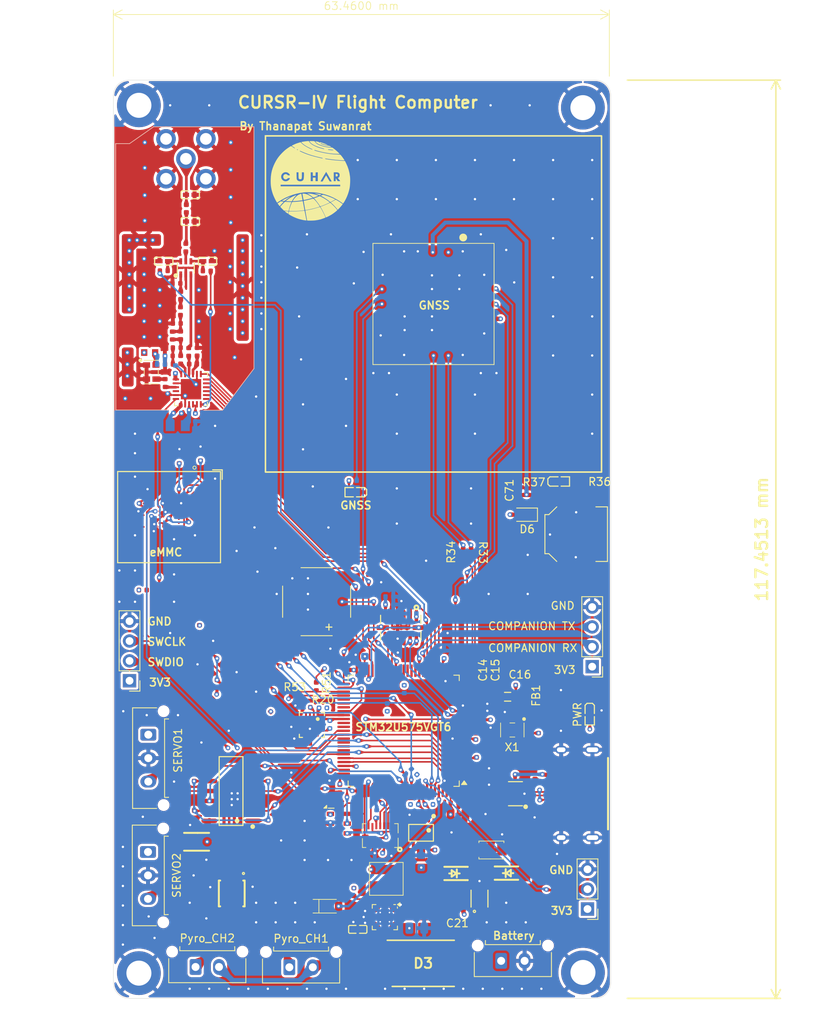
<source format=kicad_pcb>
(kicad_pcb (version 20241229) (generator "pcbnew") (generator_version "9.0")
  (layers (0 "F.Cu" signal) (4 "In1.Cu" signal) (6 "In2.Cu" signal) (2 "B.Cu" signal) (13 "F.Paste" user) (15 "B.Paste" user) (5 "F.SilkS" user "F.Silkscreen") (7 "B.SilkS" user "B.Silkscreen") (1 "F.Mask" user) (3 "B.Mask" user) (25 "Edge.Cuts" user))
  (net 0 "")
  (net 1 "VBAT-")
  (net 2 "Backup")
  (net 3 "HSE_IN")
  (net 4 "Net-(X1-Output)")
  (net 5 "+3.3V")
  (net 6 "BAT_LEVEL")
  (net 7 "VBUS")
  (net 8 "VBAT+")
  (net 9 "Net-(U2-K)")
  (net 10 "Net-(U8-SS{slash}TR)")
  (net 11 "Net-(U1-VCAP)")
  (net 12 "+5V")
  (net 13 "Net-(U11-VR_PA)")
  (net 14 "Net-(X2-Output)")
  (net 15 "XTA")
  (net 16 "Net-(U11-RFI_N)")
  (net 17 "Net-(U11-RFI_P)")
  (net 18 "Net-(U11-VREG)")
  (net 19 "Net-(U13-CAP)")
  (net 20 "D+")
  (net 21 "D-")
  (net 22 "USB_DN")
  (net 23 "USB_DP")
  (net 24 "Net-(J1-Pin_1)")
  (net 25 "Net-(D6-K)")
  (net 26 "Net-(L1-Pad1)")
  (net 27 "Net-(U11-RFO)")
  (net 28 "Net-(U11-DCC_SW)")
  (net 29 "Net-(LED1-+)")
  (net 30 "Net-(LED2-+)")
  (net 31 "SERVO_A")
  (net 32 "PYRO_A")
  (net 33 "PYRO_B")
  (net 34 "Net-(USB1-CC1)")
  (net 35 "Net-(USB1-CC2)")
  (net 36 "Net-(U8-PG)")
  (net 37 "/PWM_PD")
  (net 38 "MMC_SDA")
  (net 39 "MMC_SCL")
  (net 40 "TMP_SDA")
  (net 41 "TMP_SCL")
  (net 42 "DAT0")
  (net 43 "DAT1")
  (net 44 "DAT2")
  (net 45 "DAT3")
  (net 46 "DAT4")
  (net 47 "DAT5")
  (net 48 "DAT6")
  (net 49 "DAT7")
  (net 50 "eMMC_CMD")
  (net 51 "Net-(U18-RXD)")
  (net 52 "GNSS_RX")
  (net 53 "Net-(U18-TXD)")
  (net 54 "GNSS_TX")
  (net 55 "PPS")
  (net 56 "nRST")
  (net 60 "BOOT0")
  (net 61 "COMPANION_RX")
  (net 62 "COMPANION_TX")
  (net 69 "LoRa_NSS")
  (net 70 "BMI_accel_INT1")
  (net 71 "LoRa_MISO")
  (net 77 "LoRa_MOSI")
  (net 78 "LoRa_SCLK")
  (net 79 "ADXL_MOSI")
  (net 80 "Net-(U1-PH3)")
  (net 82 "ADXL_MISO")
  (net 84 "BMI_GYRO_INT1")
  (net 89 "SWDIO")
  (net 90 "ADXL_NSS")
  (net 91 "SWCLK")
  (net 92 "GNSS_INT")
  (net 93 "ADXL_SCLK")
  (net 95 "GNSS_RST")
  (net 99 "PWM_A")
  (net 100 "PWM_C")
  (net 101 "PWM_B")
  (net 102 "PWM_D")
  (net 103 "BUSY")
  (net 104 "DIO2")
  (net 106 "DIO1")
  (net 107 "ADXL_INT2")
  (net 108 "ADXL_INT1")
  (net 113 "MMC_INT")
  (net 120 "BMI_SCLK")
  (net 121 "BMI_MISO")
  (net 122 "BMI_GYRO_CS")
  (net 123 "BMI_accel_CS")
  (net 124 "BMI_MOSI")
  (net 125 "BMI_GYRO_INT2")
  (net 126 "BMI_accel_INT2")
  (net 127 "TMP_ALERT")
  (net 128 "BUZZER")
  (net 129 "RST_n")
  (net 130 "Net-(Pyro_CH1-Pin_1)")
  (net 131 "Net-(Pyro_CH2-Pin_1)")
  (net 132 "eMMC_CLK")
  (net 133 "SERVO_B")
  (net 134 "GNSS_SAFEBOOT")
  (net 139 "MS5607_NSS")
  (net 140 "LORA_DIO3")
  (net 141 "Net-(X2-VCC)")
  (net 142 "LoRa_RST")
  (net 143 "Net-(C47-Pad2)")
  (net 144 "Net-(U10-RFC)")
  (net 145 "Net-(C27-Pad2)")
  (net 146 "RF1")
  (net 147 "RF2")
  (net 148 "Net-(U10-CTRL#orVDD)")
  (net 149 "Net-(U10-CTRL)")
  (net 150 "ANT_SW")
  (net 151 "Net-(C37-Pad1)")
  (net 152 "Net-(C37-Pad2)")
  (net 153 "Net-(C41-Pad2)")
  (net 154 "Net-(U7-VDDI)")
  (net 155 "Net-(U7-DS)")
  (net 169 "+3.3VA")
  (net 171 "Net-(LED3--)")
  (footprint "PCM_JLCPCB:R_0402" (layer "F.Cu") (at 104.5 85.25 -90)
    (property "Reference" "R33" (hide yes))
    (property "Value" "470Ω" (hide yes))
  )
  (footprint "PCM_JLCPCB:C_0805" (layer "F.Cu") (at 90.355 138.8 -90)
    (property "Reference" "C24" (hide yes))
    (property "Value" "10uF")
  )
  (footprint "PCM_JLCPCB:C_0402" (layer "F.Cu") (at 87.05 132.749339 180)
    (property "Reference" "C17" (hide yes))
    (property "Value" "100nF")
  )
  (footprint "PCM_JLCPCB:C_0402" (layer "F.Cu") (at 106.88 108.499339 180)
    (property "Reference" "C1" (hide yes))
    (property "Value" "100pF")
  )
  (footprint "PCM_JLCPCB:C_0603" (layer "F.Cu") (at 102.725 130.499339 180)
    (property "Reference" "C21" (hide yes))
    (property "Value" "2.2uF")
  )
  (footprint "PCM_JLCPCB:R_0402" (layer "F.Cu") (at 118.46 76.15)
    (property "Reference" "R36" (hide yes))
    (property "Value" "1kΩ" (hide yes))
  )
  (footprint "EasyEDA:SC-70-6_L2.2-W1.3-P0.65-LS2.1-BL" (layer "F.Cu") (at 68.001196 48.7925)
    (property "Reference" "U10" (hide yes))
    (property "Value" "PE4259-63")
  )
  (footprint "PCM_JLCPCB:C_0402" (layer "F.Cu") (at 105.71 111.399339)
    (property "Reference" "C9" (hide yes))
    (property "Value" "100nF")
  )
  (footprint "PCM_JLCPCB:FB_0805" (layer "F.Cu") (at 109.18 103.649339)
    (property "Reference" "FB1" (hide yes))
    (property "Value" "100R")
  )
  (footprint "PCM_JLCPCB:C_0402" (layer "F.Cu") (at 113.13 107.799339 90)
    (property "Reference" "C12" (hide yes))
    (property "Value" "1uF")
  )
  (footprint "PCM_JLCPCB:C_0402" (layer "F.Cu") (at 100.38 123.249339)
    (property "Reference" "C56" (hide yes))
    (property "Value" "100nF")
  )
  (footprint "PCM_JLCPCB:C_0402" (layer "F.Cu") (at 105.6 107.6)
    (property "Reference" "C22" (hide yes))
    (property "Value" "100nF")
  )
  (footprint "PCM_JLCPCB:C_0402" (layer "F.Cu") (at 65.846196 61.1225 180)
    (property "Reference" "C30" (hide yes))
    (property "Value" "47nF")
  )
  (footprint "PCM_JLCPCB:R_0402" (layer "F.Cu") (at 79.06 114.439339)
    (property "Reference" "R13" (hide yes))
    (property "Value" "470Ω" (hide yes))
  )
  (footprint "PCM_JLCPCB:C_0402" (layer "F.Cu") (at 66.846196 55.8975 180)
    (property "Reference" "C38" (hide yes))
    (property "Value" "5.6pF")
  )
  (footprint "Diode_SMD:D_SOD-323F" (layer "F.Cu") (at 111.388811 80.36125 180)
    (property "Reference" "D6")
    (property "Value" "PMEG2005EJ")
  )
  (footprint "EasyEDA:LCC-20_L15.5-W15.5-P1.90_SAM-M10Q-00B" (layer "F.Cu") (at 99.695 53.41 -90)
    (property "Reference" "U18")
    (property "Value" "SAM-M10Q-00B")
  )
  (footprint "EasyEDA:C0402" (layer "F.Cu") (at 68.570535 39.4425 180)
    (property "Reference" "C47" (hide yes))
    (property "Value" "GJM1555C1H3R3BB01D")
  )
  (footprint "PCM_JLCPCB:C_0402" (layer "F.Cu") (at 112.13 107.799339 90)
    (property "Reference" "C13" (hide yes))
    (property "Value" "100nF")
  )
  (footprint "PCM_JLCPCB:R_0402" (layer "F.Cu") (at 120.2 103.7 180)
    (property "Reference" "R39" (hide yes))
    (property "Value" "1kΩ" (hide yes))
  )
  (footprint "EasyEDA:BGA-153_L13.0-W11.5-P0.50-TL_KLM8G1GEME-B041" (layer "F.Cu") (at 64.981473 79.294236 180)
    (property "Reference" "U7" (hide yes))
    (property "Value" "THGBMUG6C1LBAIL")
  )
  (footprint "PCM_JLCPCB:C_0402" (layer "F.Cu") (at 106.78 102.999339 90)
    (property "Reference" "C15" (hide yes))
    (property "Value" "1uF")
  )
  (footprint "PCM_JLCPCB:R_0402" (layer "F.Cu") (at 67.160371 73.298869 90)
    (property "Reference" "R57" (hide yes))
    (property "Value" "22kΩ" (hide yes))
  )
  (footprint "EasyEDA:VSSOP-8_L3.0-W3.0-P0.65-LS5.0-BL" (layer "F.Cu") (at 98.1025 121.049339 180)
    (property "Reference" "U15")
    (property "Value" "TMP275AIDGKR VSSOP8")
  )
  (footprint "PCM_JLCPCB:R_0402" (layer "F.Cu") (at 68.56 114.439339 180)
    (property "Reference" "R15" (hide yes))
    (property "Value" "470Ω" (hide yes))
  )
  (footprint "PCM_JLCPCB:C_0402" (layer "F.Cu") (at 68.001196 46.2025 90)
    (property "Reference" "C27" (hide yes))
    (property "Value" "GJM1555C1H390JB01D")
  )
  (footprint "PCM_JLCPCB:C_0402" (layer "F.Cu") (at 88.93 99.724339 90)
    (property "Reference" "C5" (hide yes))
    (property "Value" "100nF")
  )
  (footprint "EasyEDA:SOD-123_L2.8-W1.8-LS3.7-RD" (layer "F.Cu") (at 85.86 130.439339)
    (property "Reference" "D1")
    (property "Value" "MMSZ4683T1G")
  )
  (footprint "Connector_Molex:Molex_Micro-Fit_3.0_43650-0215_1x02_P3.00mm_Vertical" (layer "F.Cu") (at 69.25 138.21)
    (property "Reference" "Pyro_CH2")
    (property "Value" "Molex Microfit")
  )
  (footprint "Connector_Molex:Molex_Micro-Fit_3.0_43650-0215_1x02_P3.00mm_Vertical" (layer "F.Cu") (at 108.35 137.43)
    (property "Reference" "J1")
    (property "Value" "Molex Microfit")
  )
  (footprint "PCM_JLCPCB:R_0402" (layer "F.Cu") (at 103.49065 85.25 -90)
    (property "Reference" "R34" (hide yes))
    (property "Value" "470Ω" (hide yes))
  )
  (footprint "EasyEDA:SMA-TH_SMA-KHDB_C9900020423" (layer "F.Cu") (at 68.020535 34.8425 90)
    (property "Reference" "RF1" (hide yes))
    (property "Value" "SMA-KE-5")
  )
  (footprint "Cuharlogo:CUHARLOGOMOD" (layer "F.Cu") (at 83.945 37.66)
    (property "Reference" "LOGO" (hide yes))
    (property "Value" "LOGO" (hide yes))
  )
  (footprint "Package_DFN_QFN:QFN-24-1EP_4x4mm_P0.5mm_EP2.6x2.6mm" (layer "F.Cu") (at 68.671196 64.31)
    (property "Reference" "U11" (hide yes))
    (property "Value" "SX1262IMLTRT")
  )
  (footprint "PCM_JLCPCB:C_0402" (layer "F.Cu") (at 69.885371 72.948869 90)
    (property "Reference" "C73" (hide yes))
    (property "Value" "10uF")
  )
  (footprint "EasyEDA:LGA-16_L3.0-W3.0-P0.50-BL_SQ" (layer "F.Cu") (at 84.13 107.249339 180)
    (property "Reference" "U13")
    (property "Value" "MMC5983MA")
  )
  (footprint "PCM_JLCPCB:C_0402" (layer "F.Cu") (at 69.446196 59.5225 90)
    (property "Reference" "C61" (hide yes))
    (property "Value" "1.8pF")
  )
  (footprint "PCM_JLCPCB:C_0402" (layer "F.Cu") (at 106.08 104.549339)
    (property "Reference" "C2" (hide yes))
    (property "Value" "100nF")
  )
  (footprint "EasyEDA:SOIC-14_L8.7-W3.9-P1.27-LS6.0-BL" (layer "F.Cu") (at 73.79 115.709339 90)
    (property "Reference" "U9")
    (property "Value" "SN74HCT125DR")
  )
  (footprint "EasyEDA:LED0402-R-RD" (layer "F.Cu") (at 89.63 77.5 180)
    (property "Reference" "LED1")
    (property "Value" "HS-0402-UR")
  )
  (footprint "PCM_JLCPCB:R_0402" (layer "F.Cu") (at 67.346196 60.5475 90)
    (property "Reference" "R11" (hide yes))
    (property "Value" "0R" (hide yes))
  )
  (footprint "PCM_JLCPCB:R_0402" (layer "F.Cu") (at 72.3 125.489339 180)
    (property "Reference" "R17" (hide yes))
    (property "Value" "3.3kΩ" (hide yes))
  )
  (footprint "PCM_JLCPCB:R_0402" (layer "F.Cu") (at 84.7 102.33 -90)
    (property "Reference" "R51" (hide yes))
    (property "Value" "22kΩ" (hide yes))
  )
  (footprint "PCM_JLCPCB:R_0402" (layer "F.Cu") (at 105.6 106.6 180)
    (property "Reference" "R38" (hide yes))
    (property "Value" "10kΩ" (hide yes))
  )
  (footprint "PCM_JLCPCB:C_0402" (layer "F.Cu") (at 85.96 113.149339 180)
    (property "Reference" "C8" (hide yes))
    (property "Value" "100nF")
  )
  (footprint "PCM_JLCPCB:C_0402" (layer "F.Cu") (at 87.71 115.399339 -90)
    (property "Reference" "C6" (hide yes))
    (property "Value" "100nF")
  )
  (footprint "EasyEDA:LGA-16_L4.5-W3.0-P0.50-BL" (layer "F.Cu") (at 92.88 121.399339 90)
    (property "Reference" "U14")
    (property "Value" "BMI088")
  )
  (footprint "EasyEDA:C0402" (layer "F.Cu") (at 70.783696 47.9375 180)
    (property "Reference" "C50" (hide yes))
    (property "Value" "GRM155R72A102KA01D")
  )
  (footprint "EasyEDA:SOD-123_L2.7-W1.6-LS3.7-RD-1" (layer "F.Cu") (at 109.18 126.209339)
    (property "Reference" "U4")
    (property "Value" "NRVB120VLSFT1G")
  )
  (footprint "PCM_JLCPCB:C_0402" (layer "F.Cu") (at 66.801196 50.7725 180)
    (property "Reference" "C60" (hide yes))
    (property "Value" "1.8pF")
  )
  (footprint "PCM_JLCPCB:R_0402" (layer "F.Cu") (at 115.59 128.4 180)
    (property "Reference" "R9" (hide yes))
    (property "Value" "10kΩ" (hide yes))
  )
  (footprint "MountingHole:MountingHole_3.2mm_M3_DIN965_Pad" (layer "F.Cu") (at 118.81 28.3 180)
    (property "Reference" "H3" (hide yes))
    (property "Value" "MountingHole_Pad")
  )
  (footprint "EasyEDA:IND-SMD_L4.0-W4.0_XFL4020-102MEB" (layer "F.Cu") (at 93.61 126.939339 90)
    (property "Reference" "L1" (hide yes))
    (property "Value" "2.2uH,50mA")
  )
  (footprint "PCM_JLCPCB:C_0402" (layer "F.Cu") (at 67.346196 57.4225 90)
    (property "Reference" "L5" (hide yes))
    (property "Value" "2.5nH")
  )
  (footprint "PCM_JLCPCB:R_0402" (layer "F.Cu") (at 91.61 134.749339 180)
    (property "Reference" "R1" (hide yes))
    (property "Value" "10kΩ" (hide yes))
  )
  (footprint "PCM_JLCPCB:C_0402" (layer "F.Cu") (at 106.08 105.449339)
    (property "Reference" "C3" (hide yes))
    (property "Value" "1uF")
  )
  (footprint "PCM_JLCPCB:C_0402" (layer "F.Cu") (at 102.39 117.229339)
    (property "Reference" "C7" (hide yes))
    (property "Value" "100nF")
  )
  (footprint "Buzzer_Beeper:PUIAudio_SMT_0825_S_4_R" (layer "F.Cu") (at 84.74 91.489339 180)
    (property "Reference" "BZ1" (hide yes))
    (property "Value" "PKMCS0909E4000-R1")
  )
  (footprint "Inductor_SMD:L_0402_1005Metric" (layer "F.Cu") (at 68.070535 41.2075 90)
    (property "Reference" "L9" (hide yes))
    (property "Value" "LQW15AN9N1H00D")
  )
  (footprint "PCM_JLCPCB:R_0402" (layer "F.Cu") (at 79.06 119.439339)
    (property "Reference" "R14" (hide yes))
    (property "Value" "470Ω" (hide yes))
  )
  (footprint "EasyEDA:OSC-SMD_4P-L2.0-W1.6-BL_1XXD" (layer "F.Cu") (at 63.581196 62.1225 -90)
    (property "Reference" "X2" (hide yes))
    (property "Value" "1XXD32000MBA")
  )
  (footprint "Connector_Molex:Molex_Micro-Fit_3.0_43650-0315_1x03_P3.00mm_Vertical" (layer "F.Cu") (at 63.205 108.5 -90)
    (property "Reference" "SERVO1")
    (property "Value" "Conn_01x03_Pin")
  )
  (footprint "PCM_JLCPCB:R_0402" (layer "F.Cu") (at 112.6325 118.5775 90)
    (property "Reference" "R3" (hide yes))
    (property "Value" "5.1kΩ" (hide yes))
  )
  (footprint "PCM_JLCPCB:R_0402" (layer "F.Cu") (at 65.183696 49.1625)
    (property "Reference" "R23" (hide yes))
    (property "Value" "CRCW0402100RFKED" (hide yes))
  )
  (footprint "PCM_JLCPCB:R_0402" (layer "F.Cu") (at 74.8 125.489339)
    (property "Reference" "R16" (hide yes))
    (property "Value" "3.3kΩ" (hide yes))
  )
  (footprint "PCM_JLCPCB:C_0402" (layer "F.Cu") (at 105.105 109.624339 -90)
    (property "Reference" "C10" (hide yes))
    (property "Value" "100nF")
  )
  (footprint "PCM_JLCPCB:R_0402" (layer "F.Cu") (at 87.05 133.999339 180)
    (property "Reference" "R2" (hide yes))
    (property "Value" "47kΩ" (hide yes))
  )
  (footprint "PCM_JLCPCB:C_0402" (layer "F.Cu") (at 65.361196 63.5225 -90)
    (property "Reference" "C32" (hide yes))
    (property "Value" "47pF")
  )
  (footprint "PCM_JLCPCB:R_0402" (layer "F.Cu") (at 112.476311 78.36125 90)
    (property "Reference" "R37" (hide yes))
    (property "Value" "3.3kΩ" (hide yes))
  )
  (footprint "EasyEDA:C0402" (layer "F.Cu") (at 65.183696 47.9375)
    (property "Reference" "C48" (hide yes))
    (property "Value" "GRM155R72A102KA01D")
  )
  (footprint "Package_QFP:LQFP-100_14x14mm_P0.5mm" (layer "F.Cu") (at 95.88 107.999339 180)
    (property "Reference" "U1")
    (property "Value" "STM32U575VGTx")
  )
  (footprint "PCM_JLCPCB:C_0402" (layer "F.Cu") (at 83.38 109.599339 180)
    (property "Reference" "C55" (hide yes))
    (property "Value" "10uF")
  )
  (footprint "EasyEDA:SOD-123_L2.7-W1.6-LS3.7-RD-1" (layer "F.Cu") (at 102.43 126.249339 180)
    (property "Reference" "U2")
    (property "Value" "NRVB120VLSFT1G")
  )
  (footprint "RFshielddd:MS233-20" (layer "F.Cu") (at 76.271196 57.1225 90)
    (property "Reference" "U6" (hide yes))
    (property "Value" "~")
  )
  (footprint "MountingHole:MountingHole_3.2mm_M3_DIN965_Pad" (layer "F.Cu") (at 62 139 180)
    (property "Reference" "H2" (hide yes))
    (property "Value" "MountingHole_Pad")
  )
  (footprint "Inductor_SMD:L_0402_1005Metric" (layer "F.Cu") (at 68.921196 61.0975 180)
    (property "Reference" "L7" (hide yes))
    (property "Value" "15nH")
  )
  (footprint "PCM_JLCPCB:C_0402" (layer "F.Cu") (at 68.371196 59.5475 90)
    (property "Reference" "C39" (hide yes))
    (property "Value" "2.4pF")
  )
  (footprint "EasyEDA:L0603" (layer "F.Cu") (at 63.381196 59.6225 180)
    (property "Reference" "L2" (hide yes))
    (property "Value" "BLM18AG121SN1D")
  )
  (footprint "EasyEDA:CAP-SMD_L3.2-W1.6" (layer "F.Cu") (at 69.38 122.199339 180)
    (property "Reference" "C28" (hide yes))
    (property "Value" "100uF")
  )
  (footprint "GNSS:BAT_3098" (layer "F.Cu") (at 117.97 82.85 90)
    (property "Reference" "BT1")
    (property "Value" "3098" (hide yes))
  )
  (footprint "MountingHole:MountingHole_3.2mm_M3_DIN965_Pad" (layer "F.Cu") (at 118.82 138.91 180)
    (property "Reference" "H1" (hide yes))
    (property "Value" "MountingHole_Pad")
  )
  (footprint "Connector_Molex:Molex_Micro-Fit_3.0_43650-0315_1x03_P3.00mm_Vertical" (layer "F.Cu") (at 63.165 123.5 -90)
    (property "Reference" "SERVO2")
    (property "Value" "Conn_01x03_Pin")
  )
  (footprint "EasyEDA:SOT-23-6_L2.9-W1.6-P0.95-LS2.8-BL" (layer "F.Cu") (at 110.1825 116.05 90)
    (property "Reference" "D2")
    (property "Value" "USBLC6-2SC6")
  )
  (footprint "Package_DFN_QFN:VQFN-16-1EP_3x3mm_P0.5mm_EP1.68x1.68mm_ThermalVias" (layer "F.Cu") (at 93.47 131.839339 -90)
    (property "Reference" "U8")
    (property "Value" "TPS62153")
  )
  (footprint "PCM_JLCPCB:C_0402" (layer "F.Cu") (at 105.73 102.999339 90)
    (property "Reference" "C14" (hide yes))
    (property "Value" "10nF")
  )
  (footprint "Connector_PinHeader_2.54mm:PinHeader_1x03_P2.54mm_Vertical" (layer "F.Cu") (at 119.4 130.8 180)
    (property "Reference" "J2" (hide yes))
    (property "Value" "BOOT0")
  )
  (footprint "PCM_JLCPCB:R_0402" (layer "F.Cu") (at 62.5 90 180)
    (property "Reference" "R58" (hide yes))
    (property "Value" "47kΩ" (hide yes))
  )
  (footprint "Package_LGA:LGA-8_3x5mm_P1.25mm" (layer "F.Cu") (at 87.58 120.499339)
    (property "Reference" "U16")
    (property "Value" "MS5607-02BA")
  )
  (footprint "EasyEDA:LED0402-R-RD" (layer "F.Cu") (at 115.84 76.1)
    (property "Reference" "LED2")
    (property "Value" "HS-0402-UR")
  )
  (footprint "PCM_JLCPCB:R_0402" (layer "F.Cu") (at 81.950707 103.6)
    (property "Reference" "R53" (hide yes))
    (property "Value" "22kΩ" (hide yes))
  )
  (footprint "PCM_JLCPCB:R_0402" (layer "F.Cu") (at 112.6725 113.6475 -90)
    (property "Reference" "R4" (hide yes))
    (property "Value" "5.1kΩ" (hide yes))
  )
  (footprint "PCM_JLCPCB:C_0402" (layer "F.Cu") (at 67.321196 54.3225 90)
    (property "Reference" "C41" (hide yes))
    (property "Value" "39pF")
  )
  (footprint "EasyEDA:C0402" (layer "F.Cu") (at 68.574339 42.8585 180)
    (property "Reference" "C46" (hide yes))
    (property "Value" "GJM1555C1H3R3BB01D")
  )
  (footprint "EasyEDA:CAP-SMD_L3.2-W1.6" (layer "F.Cu") (at 107.105 123.249339)
    (property "Reference" "C74" (hide yes))
    (property "Value" "100uF")
  )
  (footprint "PCM_JLCPCB:R_0402" (layer "F.Cu") (at 69.75 94 90)
    (property "Reference" "R55" (hide yes))
    (property "Value" "22kΩ" (hide yes))
  )
  (footprint "PCM_JLCPCB:R_0402" (layer "F.Cu") (at 68.56 118.189339 180)
    (property "Reference" "R12" (hide yes))
    (property "Value" "470Ω" (hide yes))
  )
  (footprint "EasyEDA:LED0402-R-RD" (layer "F.Cu") (at 119.7 106 -90)
    (property "Reference" "LED3" (hide yes))
    (property "Value" "HS-0402-UR")
  )
  (footprint "EasyEDA:USB-C-SMD_10174570-00A11LF" (layer "F.Cu") (at 117.2825 116.0475 90)
    (property "Reference" "USB1")
    (property "Value" "10172013-00011LF")
  )
  (footprint "PCM_JLCPCB:C_0402" (layer "F.Cu") (at 92.23 138.25 -90)
    (property "Reference" "C70" (hide yes))
    (property "Value" "100nF")
  )
  (footprint "PCM_JLCPCB:L_0402" (layer "F.Cu") (at 66.846196 58.9975 180)
    (property "Reference" "L4" (hide yes))
    (property "Value" "47nH")
  )
  (footprint "PCM_JLCPCB:C_0805" (layer "F.Cu") (at 102.83 118.709339)
    (property "Reference" "C4" (hide yes))
    (property "Value" "10uF")
  )
  (footprint "PCM_JLCPCB:C_0402" (layer "F.Cu") (at 110.6 77.355 90)
    (property "Reference" "C71" (hide yes))
    (property "Value" "1uF")
  )
  (footprint "PCM_JLCPCB:R_0402" (layer "F.Cu") (at 70.683696 49.1875 180)
    (property "Reference" "R24" (hide yes))
    (property "Value" "CRCW0402100RFKED" (hide yes))
  )
  (footprint "PCM_JLCPCB:C_0402" (layer "F.Cu") (at 65.821196 60.0475 180)
    (property "Reference" "C31" (hide yes))
    (property "Value" "47pF")
  )
  (footprint "EasyEDA:WSON-6_L2.0-W2.0-P0.65-TL-EP" (layer "F.Cu") (at 105.58 129.469339 90)
    (property "Reference" "U5")
    (property "Value" "LP5912Q3.3DRVRQ1")
  )
  (footprint "PCM_JLCPCB:C_0402" (layer "F.Cu") (at 109.5525 118.43 180)
    (property "Reference" "C18" (hide yes))
    (property "Value" "10uF")
  )
  (footprint "GNSS:DIOM7959X262N" (layer "F.Cu") (at 98.38 137.749339)
    (property "Reference" "D3")
    (property "Value" "SS34_C466502" (hide yes))
  )
  (footprint "EasyEDA:POWER-1212-8_L3.3-W3.3-P0.66-LS3.3-BL" (layer "F.Cu") (at 73.88 128.749339 -90)
    (property "Reference" "Q1")
    (property "Value" "SI7232DN-T1-GE3")
  )
  (footprint "Connector_PinHeader_2.54mm:PinHeader_1x04_P2.54mm_Vertical" (layer "F.Cu") (at 60.8 101.6 180)
    (property "Reference" "J5" (hide yes))
    (property "Value" "SWD")
  )
  (footprint "PCM_JLCPCB:C_0402" (layer "F.Cu") (at 110.71 102.169339)
    (property "Reference" "C16" (hide yes))
    (property "Value" "1uF")
  )
  (footprint "PCM_JLCPCB:R_0402" (layer "F.Cu") (at 89.5075 128.626839 -90)
    (property "Reference" "R10" (hide yes))
    (property "Value" "100kΩ" (hide yes))
  )
  (footprint "MountingHole:MountingHole_3.2mm_M3_DIN965_Pad" (layer "F.Cu") (at 62 28 180)
    (property "Reference" "H4" (hide yes))
    (property "Value" "MountingHole_Pad")
  )
  (footprint "PCM_JLCPCB:R_0402" (layer "F.Cu") (at 72 102 90)
    (property "Reference" "R56" (hide yes))
    (property "Value" "22kΩ" (hide yes))
  )
  (footprint "EasyEDA:C0402" (layer "F.Cu") (at 90.005 133.399339)
    (property "Reference" "C25" (hide yes))
    (property "Value" "GJM1555C1H3R3BB01D")
  )
  (footprint "Connector_PinHeader_2.54mm:PinHeader_1x04_P2.54mm_Vertical" (layer "F.Cu") (at 120 99.8 180)
    (property "Reference" "J3" (hide yes))
    (property "Value" "Companion")
  )
  (footprint "EasyEDA:OSC-SMD_4P-L2.0-W1.6-BL_1XXD" (layer "F.Cu") (at 109.78 107.899339 180)
    (property "Reference" "X1")
    (property "Value" "1XXD32000MBA")
  )
  (footprint "PCM_JLCPCB:R_0402" (layer "F.Cu") (at 78.5 105.905 -135)
    (property "Reference" "R54" (hide yes))
    (property "Value" "22kΩ" (hide yes))
  )
  (footprint "Inductor_SMD:L_0402_1005Metric" (layer "F.Cu") (at 67.346196 52.3225 90)
    (property "Reference" "L6" (hide yes))
    (property "Value" "4.7nH")
  )
  (footprint "PCM_JLCPCB:C_0402" (layer "F.Cu") (at 83.435 104.999339 180)
    (property "Reference" "C54" (hide yes))
    (property "Value" "1uF")
  )
  (footprint "EasyEDA:LGA-14_L5.0-W3.0-P0.80-BL" (layer "F.Cu") (at 95.505 94.809339 180)
    (property "Reference" "U12")
    (property "Value" "ADXL375BCCZ-RL7")
  )
  (footprint "Connector_Molex:Molex_Micro-Fit_3.0_43650-0215_1x02_P3.00mm_Vertical" (layer "F.Cu") (at 81.25 138.25)
    (property "Reference" "Pyro_CH1")
    (property "Value" "Molex Microfit")
  )
  (footprint "PCM_JLCPCB:C_0402" (layer "F.Cu") (at 66.271196 57.4475 90)
    (property "Reference" "C37" (hide yes))
    (property "Value" "3pF")
  )
  (footprint "PCM_JLCPCB:C_0402" (layer "B.Cu") (at 94.055 91.849339 180)
    (property "Reference" "C53" (hide yes))
    (property "Value" "100nF")
  )
  (footprint "EasyEDA:L0805" (layer "B.Cu") (at 66.971196 68.9725)
    (property "Reference" "L3" (hide yes))
    (property "Value" "15uH")
  )
  (footprint "PCM_JLCPCB:C_0402" (layer "B.Cu") (at 92.68 123.649339 180)
    (property "Reference" "C57" (hide yes))
    (property "Value" "100nF")
  )
  (footprint "PCM_JLCPCB:R_0402" (layer "B.Cu") (at 99.13 117.419339 180)
    (property "Reference" "R21" (hide yes))
    (property "Value" "2.2kΩ" (hide yes))
  )
  (footprint "PCM_JLCPCB:C_0402" (layer "B.Cu") (at 86.505 119.224339 90)
    (property "Reference" "C59" (hide yes))
    (property "Value" "100nF")
  )
  (footprint "PCM_JLCPCB:C_0402" (layer "B.Cu") (at 66.671196 61.7725 90)
    (property "Reference" "C49" (hide yes))
    (property "Value" "1uF")
  )
  (footprint "PCM_JLCPCB:C_0402" (layer "B.Cu") (at 101.05 98.249339 90)
    (property "Reference" "C11" (hide yes))
    (property "Value" "100nF")
  )
  (footprint "PCM_JLCPCB:C_0603" (layer "B.Cu") (at 98.13 124.719339 -90)
    (property "Reference" "C23" (hide yes))
    (property "Value" "22uF")
  )
  (footprint "PCM_JLCPCB:R_0402" (layer "B.Cu") (at 89.38 76 180)
    (property "Reference" "R35" (hide yes))
    (property "Value" "1kΩ" (hide yes))
  )
  (footprint "PCM_JLCPCB:C_0402" (layer "B.Cu") (at 92.43 118.649339 90)
    (property "Reference" "C58" (hide yes))
    (property "Value" "100nF")
  )
  (footprint "PCM_JLCPCB:R_0402" (layer "B.Cu") (at 93.775 105.005 90)
    (property "Reference" "R50" (hide yes))
    (property "Value" "22kΩ" (hide yes))
  )
  (footprint "PCM_JLCPCB:C_0805" (layer "B.Cu") (at 97.555 133.249339)
    (property "Reference" "C20" (hide yes))
    (property "Value" "10uF")
  )
  (footprint "PCM_JLCPCB:C_0603" (layer "B.Cu") (at 90.91 97.699339 90)
    (property "Reference" "C26" (hide yes))
    (property "Value" "4.7uF")
  )
  (footprint "PCM_JLCPCB:R_0402" (layer "B.Cu") (at 86.43 107.199339 -90)
    (property "Reference" "R19" (hide yes))
    (property "Value" "4.7kΩ" (hide yes))
  )
  (footprint "PCM_JLCPCB:R_0402" (layer "B.Cu") (at 97.255 117.419339)
    (property "Reference" "R22" (hide yes))
    (property "Value" "2.2kΩ" (hide yes))
  )
  (footprint "PCM_JLCPCB:R_0402" (layer "B.Cu") (at 85.55 105.08 180)
    (property "Reference" "R20" (hide yes))
    (property "Value" "4.7kΩ" (hide yes))
  )
  (footprint "PCM_JLCPCB:C_0402" (layer "B.Cu") (at 66.921196 67.3725)
    (property "Reference" "C43" (hide yes))
    (property "Value" "470nF")
  )
  (footprint "PCM_JLCPCB:C_0402" (layer "B.Cu") (at 97.005 93.009339 180)
    (property "Reference" "C51" (hide yes))
    (property "Value" "100nF")
  )
  (footprint "PCM_JLCPCB:R_0402" (layer "B.Cu") (at 95.95 102.68 -90)
    (property "Reference" "R52" (hide yes))
    (property "Value" "22kΩ" (hide yes))
  )
  (footprint "PCM_JLCPCB:R_0402" (layer "B.Cu") (at 97.221447 113.251447 135)
    (property "Reference" "R49" (hide yes))
    (property "Value" "22kΩ" (hide yes))
  )
  (footprint "PCM_JLCPCB:C_0402" (layer "B.Cu") (at 64.821196 61.1525)
    (property "Reference" "C34" (hide yes))
    (property "Value" "1uF")
  )
  (footprint "PCM_JLCPCB:C_0402" (layer "B.Cu") (at 94.055 90.849339 180)
    (property "Reference" "C52" (hide yes))
    (property "Value" "10uF")
  )
  (footprint "PCM_JLCPCB:C_0402" (layer "B.Cu") (at 64.851196 60.0625)
    (property "Reference" "C35" (hide yes))
    (property "Value" "100nF")
  )
  (footprint "PCM_JLCPCB:C_0402" (layer "B.Cu") (at 69.221196 67.9225 -90)
    (property "Reference" "C45" (hide yes))
    (property "Value" "100nF")
  )
  (gr_rect (start 78.195 31.91) (end 121.195 74.91) (stroke (width 0.2)) (fill no) (layer "F.SilkS"))
  (gr_line (start 63.875 30.75) (end 60.8 32.9) (stroke (width 0.1)) (layer "B.SilkS"))
  (gr_line (start 72.689189 67) (end 76.72 61.673571) (stroke (width 0.1)) (layer "B.SilkS"))
  (gr_line (start 60.8 32.9) (end 59.025 32.9) (stroke (width 0.1)) (layer "B.SilkS"))
  (gr_line (start 64.775 66.975) (end 65.775 66.975) (stroke (width 0.1)) (layer "B.SilkS"))
  (gr_line (start 59.05 66.975) (end 64.775 66.975) (stroke (width 0.1)) (layer "B.SilkS"))
  (gr_line (start 76.72 61.673571) (end 76.72 30.75) (stroke (width 0.1)) (layer "B.SilkS"))
  (gr_line (start 59.025 32.9) (end 59.05 66.975) (stroke (width 0.1)) (layer "B.SilkS"))
  (gr_line (start 70.3 67) (end 72.689189 67) (stroke (width 0.1)) (layer "B.SilkS"))
  (gr_line (start 76.72 30.75) (end 63.875 30.75) (stroke (width 0.1)) (layer "B.SilkS"))
  (gr_arc (start 60.735 142.230281) (mid 59.320786 141.644495) (end 58.735 140.230281) (stroke (width 0.05)) (layer "Edge.Cuts"))
  (gr_arc (start 58.735 26.778959) (mid 59.320801 25.364772) (end 60.735 24.778959) (stroke (width 0.05)) (layer "Edge.Cuts"))
  (gr_line (start 58.735 140.230281) (end 58.735 26.778959) (stroke (width 0.05)) (layer "Edge.Cuts"))
  (gr_arc (start 120.375 24.778959) (mid 121.789228 25.364743) (end 122.375 26.778959) (stroke (width 0.05)) (layer "Edge.Cuts"))
  (gr_arc (start 122.375 140.230281) (mid 121.789214 141.644495) (end 120.375 142.230281) (stroke (width 0.05)) (layer "Edge.Cuts"))
  (gr_line (start 60.735 24.778959) (end 120.375 24.778959) (stroke (width 0.05)) (layer "Edge.Cuts"))
  (gr_line (start 120.375 142.230281) (end 60.735 142.230281) (stroke (width 0.05)) (layer "Edge.Cuts"))
  (gr_line (start 122.375 26.778959) (end 122.375 140.230281) (stroke (width 0.05)) (layer "Edge.Cuts"))
  (gr_text "STM32U575VGT6" (at 89.59 108.1 0) (layer "F.SilkS") (effects (font (size 1 1) (thickness 0.2) (bold yes)) (justify left bottom)))
  (gr_text "R51" (at 86.6 103.4 90) (layer "F.SilkS") (effects (font (size 1 1)) (justify left bottom)))
  (gr_text "C16" (at 109.2 101.4 0) (layer "F.SilkS") (effects (font (size 1 1)) (justify left bottom)))
  (gr_text "3V3" (at 115 100.8 0) (layer "F.SilkS") (effects (font (size 1 1)) (justify left bottom)))
  (gr_text "GND" (at 114.6 92.6 0) (layer "F.SilkS") (effects (font (size 1 1)) (justify left bottom)))
  (gr_text "COMPANION RX" (at 106.6 98 0) (layer "F.SilkS") (effects (font (size 1 1)) (justify left bottom)))
  (gr_text "D6" (at 110.6 82.8 0) (layer "F.SilkS") (effects (font (size 1 1)) (justify left bottom)))
  (gr_text "GNSS" (at 97.68565 54.18 0) (layer "F.SilkS") (effects (font (size 1 1) (thickness 0.2) (bold yes)) (justify left bottom)))
  (gr_text "By Thanapat Suwanrat" (at 74.75 31.25 0) (layer "F.SilkS") (effects (font (size 1 1) (thickness 0.2) (bold yes)) (justify left bottom)))
  (gr_text "SWCLK" (at 63 97.2 0) (layer "F.SilkS") (effects (font (size 1 1) (thickness 0.1875)) (justify left bottom)))
  (gr_text "R34" (at 102.54 86.7 90) (layer "F.SilkS") (effects (font (size 1 1)) (justify left bottom)))
  (gr_text "PWR" (at 118.7 107.6 90) (layer "F.SilkS") (effects (font (size 1 1)) (justify left bottom)))
  (gr_text "Battery" (at 107.2 134.8 0) (layer "F.SilkS") (effects (font (size 1 1) (thickness 0.1875)) (justify left bottom)))
  (gr_text "R20\n" (at 84 104.599339 0) (layer "F.SilkS") (effects (font (size 1 1)) (justify left bottom)))
  (gr_text "COMPANION TX\n" (at 106.6 95.2 0) (layer "F.SilkS") (effects (font (size 1 1)) (justify left bottom)))
  (gr_text "R37" (at 111 76.8 0) (layer "F.SilkS") (effects (font (size 1 1)) (justify left bottom)))
  (gr_text "C14" (at 106.6 101.8 90) (layer "F.SilkS") (effects (font (size 1 1)) (justify left bottom)))
  (gr_text "R53" (at 80.4 103 0) (layer "F.SilkS") (effects (font (size 1 1)) (justify left bottom)))
  (gr_text "C21\n" (at 101.2 133.2 0) (layer "F.SilkS") (effects (font (size 1 1)) (justify left bottom)))
  (gr_text "C71" (at 110 78.8 90) (layer "F.SilkS") (effects (font (size 1 1)) (justify left bottom)))
  (gr_text "3V3" (at 63.2 102.4 0) (layer "F.SilkS") (effects (font (size 1 1) (thickness 0.1875)) (justify left bottom)))
  (gr_text "GNSS" (at 87.66 79.76 0) (layer "F.SilkS") (effects (font (size 1 1) (thickness 0.2) (bold yes)) (justify left bottom)))
  (gr_text "3V3" (at 114.6 131.6 0) (layer "F.SilkS") (effects (font (size 1 1) (thickness 0.1875)) (justify left bottom)))
  (gr_text "R36" (at 119.4 76.74 0) (layer "F.SilkS") (effects (font (size 1 1)) (justify left bottom)))
  (gr_text "C15" (at 108.2 101.8 90) (layer "F.SilkS") (effects (font (size 1 1)) (justify left bottom)))
  (gr_text "SWDIO" (at 63 99.8 0) (layer "F.SilkS") (effects (font (size 1 1) (thickness 0.1875)) (justify left bottom)))
  (gr_text "R33" (at 105.45 83.65 270) (layer "F.SilkS") (effects (font (size 1 1)) (justify left bottom)))
  (gr_text "GND" (at 114.4 126.4 0) (layer "F.SilkS") (effects (font (size 1 1) (thickness 0.1875)) (justify left bottom)))
  (gr_text "X1" (at 108.71 110.69 0) (layer "F.SilkS") (effects (font (size 1 1)) (justify left bottom)))
  (gr_text "GND" (at 63 94.6 0) (layer "F.SilkS") (effects (font (size 1 1) (thickness 0.1875)) (justify left bottom)))
  (gr_text "FB1" (at 113.4 105 90) (layer "F.SilkS") (effects (font (size 1 1)) (justify left bottom)))
  (gr_text "CURSR-IV Flight Computer" (at 74.5 28.5 0) (layer "F.SilkS") (effects (font (size 1.5 1.5) (thickness 0.3) (bold yes)) (justify left bottom)))
  (gr_text "eMMC" (at 63.25 85.75 0) (layer "F.SilkS") (effects (font (size 1 1) (thickness 0.2) (bold yes)) (justify left bottom)))
  (dimension (type orthogonal) (layer "F.SilkS") (pts (xy 122.195 24.778959) (xy 58.735 24.778959)) (height -8.388959) (orientation 0) (format (prefix "") (suffix "") (units 3) (units_format 1) (precision 4)) (style (thickness 0.1) (arrow_length 1.27) (text_position_mode 0) (arrow_direction outward) (extension_height 0.58642) (extension_offset 0.5) (keep_text_aligned yes)) (gr_text "63.4600 mm" (at 90.465 15.29 0) (layer "F.SilkS") (effects (font (size 1 1) (thickness 0.1)))))
  (dimension (type orthogonal) (layer "F.SilkS") (pts (xy 124.005 24.778959) (xy 124.005 142.230281)) (height 19.495) (orientation 1) (format (prefix "") (suffix "") (units 3) (units_format 1) (precision 4)) (style (thickness 0.2) (arrow_length 1.27) (text_position_mode 0) (arrow_direction outward) (extension_height 0.58642) (extension_offset 0.5) (keep_text_aligned yes)) (gr_text "117.4513 mm" (at 141.7 83.50462 90) (layer "F.SilkS") (effects (font (size 1.5 1.5) (thickness 0.3)))))
  (segment (start 74.769 127.960339) (end 74.4 127.960339) (width 0.2) (layer "F.Cu") (net 1))
  (segment (start 118.75 129.5) (end 120 129.5) (width 0.3) (layer "F.Cu") (net 1))
  (segment (start 63.111473 77.899236) (end 63.111473 77.924236) (width 0.2) (layer "F.Cu") (net 1))
  (segment (start 90.950661 131.589339) (end 90.94 131.6) (width 0.3) (layer "F.Cu") (net 1))
  (segment (start 101.38 114.666067) (end 101.106636 114.392703) (width 0.2) (layer "F.Cu") (net 1))
  (segment (start 90.38 99.349339) (end 89.74 98.709339) (width 0.3) (layer "F.Cu") (net 1))
  (segment (start 117.97 85.73) (end 117.9 85.8) (width 0.2) (layer "F.Cu") (net 1))
  (segment (start 106.21 111.354339) (end 106.21 111.399339) (width 0.2) (layer "F.Cu") (net 1))
  (segment (start 92.0075 132.589339) (end 90.959339 132.589339) (width 0.3) (layer "F.Cu") (net 1))
  (segment (start 61.7 97.725) (end 61.625 97.8) (width 0.2) (layer "F.Cu") (net 1))
  (segment (start 101.38 115.674339) (end 101.38 114.666067) (width 0.2) (layer "F.Cu") (net 1))
  (segment (start 90.94 131.05) (end 90.94 131.6) (width 0.3) (layer "F.Cu") (net 1))
  (segment (start 76.55 127.95) (end 76.320678 127.95) (width 0.2) (layer "F.Cu") (net 1))
  (segment (start 117.97 82.85) (end 117.97 85.73) (width 0.2) (layer "F.Cu") (net 1))
  (segment (start 83.88 107.749339) (end 83.63 107.749339) (width 0.2) (layer "F.Cu") (net 1))
  (segment (start 83.396 108.493339) (end 83.38 108.509339) (width 0.2) (layer "F.Cu") (net 1))
  (segment (start 91.88 123.349339) (end 92.18 123.649339) (width 0.2) (layer "F.Cu") (net 1))
  (segment (start 87.27 113.499339) (end 86.39 114.379339) (width 0.2) (layer "F.Cu") (net 1))
  (segment (start 66.733696 65.06) (end 67.828696 65.06) (width 0.2) (layer "F.Cu") (net 1))
  (segment (start 89.74 98.709339) (end 89.74 98.279339) (width 0.3) (layer "F.Cu") (net 1))
  (segment (start 83.396 107.983339) (end 83.396 108.493339) (width 0.2) (layer "F.Cu") (net 1))
  (segment (start 60 95.25) (end 61.75 95.25) (width 0.3) (layer "F.Cu") (net 1))
  (segment (start 93.095 57.27065) (end 92.93565 57.43) (width 0.3) (layer "F.Cu") (net 1))
  (segment (start 95.7 130.45) (end 95.7 130.978678) (width 0.2) (layer "F.Cu") (net 1))
  (segment (start 64.611473 80.924236) (end 65.406473 80.129236) (width 0.2) (layer "F.Cu") (net 1))
  (segment (start 117.97 82.85) (end 117.97 80.07) (width 0.2) (layer "F.Cu") (net 1))
  (segment (start 94.9325 131.589339) (end 93.72 131.589339) (width 0.3) (layer "F.Cu") (net 1))
  (segment (start 82.48 109.599339) (end 82.88 109.599339) (width 0.2) (layer "F.Cu") (net 1))
  (segment (start 101.38 101.499339) (end 101.23 101.649339) (width 0.2) (layer "F.Cu") (net 1))
  (segment (start 61.625 97.8) (end 59.85 97.8) (width 0.2) (layer "F.Cu") (net 1))
  (segment (start 67.111473 80.424236) (end 67.453473 80.082236) (width 0.2) (layer "F.Cu") (net 1))
  (segment (start 105.58 128.439339) (end 105.58 127.224339) (width 0.2) (layer "F.Cu") (net 1))
  (segment (start 69.432473 81.740527) (end 69.432473 80.245236) (width 0.2) (layer "F.Cu") (net 1))
  (segment (start 92.0075 132.089339) (end 91.009339 132.089339) (width 0.3) (layer "F.Cu") (net 1))
  (segment (start 74.87 127.859339) (end 74.769 127.960339) (width 0.2) (layer "F.Cu") (net 1))
  (segment (start 63.106473 77.894236) (end 63.111473 77.899236) (width 0.2) (layer "F.Cu") (net 1))
  (segment (start 95.589339 131.089339) (end 94.9325 131.089339) (width 0.2) (layer "F.Cu") (net 1))
  (segment (start 91.88 122.599339) (end 91.88 123.349339) (width 0.2) (layer "F.Cu") (net 1))
  (segment (start 67.453473 78.897236) (end 67.456473 78.894236) (width 0.2) (layer "F.Cu") (net 1))
  (segment (start 103.455 104.599339) (end 103.555 104.499339) (width 0.2) (layer "F.Cu") (net 1))
  (segment (start 69.432473 80.245236) (end 69.111473 79.924236) (width 0.2) (layer "F.Cu") (net 1))
  (segment (start 71.13 127.999339) (end 73.41 127.999339) (width 0.2) (layer "F.Cu") (net 1))
  (segment (start 63.906473 82.469236) (end 63.906473 81.629236) (width 0.2) (layer "F.Cu") (net 1))
  (segment (start 95.631 94.585339) (end 95.105 94.059339) (width 0.2) (layer "F.Cu") (net 1))
  (segment (start 65.611473 81.924236) (end 65.066473 82.469236) (width 0.2) (layer "F.Cu") (net 1))
  (segment (start 84.38 107.999339) (end 84.38 108.509339) (width 0.2) (layer "F.Cu") (net 1))
  (segment (start 103.455 104.774339) (end 102.996176 104.774339) (width 0.2) (layer "F.Cu") (net 1))
  (segment (start 103.455 104.899339) (end 103.555 104.999339) (width 0.2) (layer "F.Cu") (net 1))
  (segment (start 102.24 109.479339) (end 102.26 109.499339) (width 0.2) (layer "F.Cu") (net 1))
  (segment (start 67.453473 80.082236) (end 67.453473 78.897236) (width 0.2) (layer "F.Cu") (net 1))
  (segment (start 61.935738 79.924236) (end 61.935371 79.923869) (width 0.2) (layer "F.Cu") (net 1))
  (segment (start 90.94 131.05) (end 90.94 131.07) (width 0.3) (layer "F.Cu") (net 1))
  (segment (start 63.106473 77.094236) (end 63.106473 77.894236) (width 0.2) (layer "F.Cu") (net 1))
  (segment (start 82.024647 104.775353) (end 82.249294 105) (width 0.2) (layer "F.Cu") (net 1))
  (segment (start 62.611473 78.924236) (end 63.111473 79.424236) (width 0.2) (layer "F.Cu") (net 1))
  (segment (start 107 107.6) (end 106.1 107.6) (width 0.2) (layer "F.Cu") (net 1))
  (segment (start 61.5 100.25) (end 61.489 100.261) (width 0.3) (layer "F.Cu") (net 1))
  (segment (start 95.105 94.059339) (end 95.105 93.399339) (width 0.2) (layer "F.Cu") (net 1))
  (segment (start 92.0075 131.589339) (end 90.950661 131.589339) (width 0.3) (layer "F.Cu") (net 1))
  (segment (start 69.421196 63.56) (end 69.299946 63.68125) (width 0.2) (layer "F.Cu") (net 1))
  (segment (start 69.173 82) (end 69.432473 81.740527) (width 0.2) (layer "F.Cu") (net 1))
  (segment (start 95.7 130.978678) (end 95.589339 131.089339) (width 0.2) (layer "F.Cu") (net 1))
  (segment (start 93.72 131.589339) (end 93.47 131.839339) (width 0.3) (layer "F.Cu") (net 1))
  (segment (start 106.21565 57.21) (end 106.18565 57.18) (width 0.3) (layer "F.Cu") (net 1))
  (segment (start 103.495 46.73935) (end 103.43565 46.68) (width 0.3) (layer "F.Cu") (net 1))
  (segment (start 65.858696 65.06) (end 65.671196 64.8725) (width 0.2) (layer "F.Cu") (net 1))
  (segment (start 67.921196 63.56) (end 68.671196 64.31) (width 0.2) (layer "F.Cu") (net 1))
  (segment (start 94.305 123.999339) (end 94.255 123.999339) (width 0.2) (layer "F.Cu") (net 1))
  (segment (start 74.87 127.209339) (end 74.87 127.859339) (width 0.2) (layer "F.Cu") (net 1))
  (segment (start 119.5 96) (end 120.25 96) (width 0.3) (layer "F.Cu") (net 1))
  (segment (start 92.88 122.599339) (end 92.88 123.099396) (width 0.2) (layer "F.Cu") (net 1))
  (segment (start 106.25565 49.61) (end 106.18565 49.68) (width 0.3) (layer "F.Cu") (net 1))
  (segment (start 114.6 82.9) (end 114.65 82.85) (width 0.2) (layer "F.Cu") (net 1))
  (segment (start 91.88 122.599339) (end 91.38 122.599339) (width 0.2) (layer "F.Cu") (net 1))
  (segment (start 92.88 123.099396) (end 92.330057 123.649339) (width 0.2) (layer "F.Cu") (net 1))
  (segment (start 65.406473 80.129236) (end 65.406473 80.019236) (width 0.2) (layer "F.Cu") (net 1))
  (segment (start 73.41 127.999339) (end 73.55 127.859339) (width 0.2) (layer "F.Cu") (net 1))
  (segment (start 67.921196 65.1525) (end 67.921196 65.06) (width 0.2) (layer "F.Cu") (net 1))
  (segment (start 97.795 46.78935) (end 97.68565 46.68) (width 0.3) (layer "F.Cu") (net 1))
  (segment (start 93.11565 49.61) (end 93.18565 49.68) (width 0.3) (layer "F.Cu") (net 1))
  (segment (start 101.38 100.324339) (end 101.38 101.499339) (width 0.2) (layer "F.Cu") (net 1))
  (segment (start 90.79 131.79) (end 90.76 131.82) (width 0.3) (layer "F.Cu") (net 1))
  (segment (start 93.095 57.21) (end 93.095 57.27065) (width 0.3) (layer "F.Cu") (net 1))
  (segment (start 105.105 110.249339) (end 106.21 111.354339) (width 0.2) (layer "F.Cu") (net 1))
  (segment (start 106.295 49.61) (end 106.25565 49.61) (width 0.3) (layer "F.Cu") (net 1))
  (segment (start 117.97 80.07) (end 117.95 80.05) (width 0.2) (layer "F.Cu") (net 1))
  (segment (start 63.961473 80.924236) (end 64.611473 80.924236) (width 0.2) (layer "F.Cu") (net 1))
  (segment (start 94.22 131.089339) (end 94.06 131.249339) (width 0.2) (layer "F.Cu") (net 1))
  (segment (start 90.94 131.79) (end 90.94 132.02) (width 0.3) (layer "F.Cu") (net 1))
  (segment (start 95.895 46.81) (end 95.895 46.72065) (width 0.3) (layer "F.Cu") (net 1))
  (segment (start 103.455 104.774339) (end 103.455 104.899339) (width 0.2) (layer "F.Cu") (net 1))
  (segment (start 67.456473 78.894236) (end 67.406473 78.894236) (width 0.2) (layer "F.Cu") (net 1))
  (segment (start 69.885371 72.448869) (end 69.885371 71.648869) (width 0.2) (layer "F.Cu") (net 1))
  (segment (start 102.13 108.999339) (end 102.24 109.109339) (width 0.2) (layer "F.Cu") (net 1))
  (segment (start 96.705 94.003215) (end 96.122876 94.585339) (width 0.2) (layer "F.Cu") (net 1))
  (segment (start 65.406473 80.019236) (end 65.406473 79.719236) (width 0.2) (layer "F.Cu") (net 1))
  (segment (start 92.330057 123.649339) (end 92.18 123.649339) (width 0.2) (layer "F.Cu") (net 1))
  (segment (start 76.320678 127.95) (end 76.310339 127.960339) (width 0.2) (layer "F.Cu") (net 1))
  (segment (start 67.185371 71.973869) (end 67.185371 72.048869) (width 0.2) (layer "F.Cu") (net 1))
  (segment (start 90.94 131.79) (end 90.79 131.79) (width 0.3) (layer "F.Cu") (net 1))
  (segment (start 68.081473 78.894236) (end 67.456473 78.894236) (width 0.2) (layer "F.Cu") (net 1))
  (segment (start 95.895 59.97065) (end 95.93565 59.93) (width 0.3) (layer "F.Cu") (net 1))
  (segment (start 88.205 113.499339) (end 87.27 113.499339) (width 0.2) (layer "F.Cu") (net 1))
  (segment (start 96.8 118.919339) (end 96.63 118.749339) (width 0.3) (layer "F.Cu") (net 1))
  (segment (start 65.406473 79.719236) (end 65.111473 79.424236) (width 0.2) (layer "F.Cu") (net 1))
  (segment (start 91.009339 132.089339) (end 90.94 132.02) (width 0.3) (layer "F.Cu") (net 1))
  (segment (start 102.26 109.499339) (end 103.555 109.499339) (width 0.2) (layer "F.Cu") (net 1))
  (segment (start 69.299946 63.68125) (end 68.671196 64.31) (width 0.2) (layer "F.Cu") (net 1))
  (segment (start 67.921196 66.2475) (end 67.921196 65.1525) (width 0.2) (layer "F.Cu") (net 1))
  (segment (start 90.959339 132.589339) (end 90.94 132.57) (width 0.3) (layer "F.Cu") (net 1))
  (segment (start 73.651 127.960339) (end 73.55 127.859339) (width 0.2) (layer "F.Cu") (net 1))
  (segment (start 67.828696 65.06) (end 67.921196 65.1525) (width 0.2) (layer "F.Cu") (net 1))
  (segment (start 103.495 46.81) (end 103.495 46.73935) (width 0.3) (layer "F.Cu") (net 1))
  (segment (start 69.421196 62.3725) (end 69.421196 63.56) (width 0.2) (layer "F.Cu") (net 1))
  (segment (start 95.610661 131.589339) (end 94.9325 131.589339) (width 0.3) (layer "F.Cu") (net 1))
  (segment (start 105.105 110.124339) (end 105.105 110.249339) (width 0.2) (layer "F.Cu") (net 1))
  (segment (start 65.106473 78.894236) (end 65.056473 78.894236) (width 0.2) (layer "F.Cu") (net 1))
  (segment (start 93.88 123.624339) (end 93.88 122.599339) (width 0.2) (layer "F.Cu") (net 1))
  (segment (start 67.185371 72.048869) (end 67.160371 72.073869) (width 0.2) (layer "F.Cu") (net 1))
  (segment (start 65.111473 79.424236) (end 65.111473 78.899236) (width 0.2) (layer "F.Cu") (net 1))
  (segment (start 66.641473 78.894236) (end 66.111473 79.424236) (width 0.2) (layer "F.Cu") (net 1))
  (segment (start 67.160371 72.073869) (end 67.160371 72.798869) (width 0.2) (layer "F.Cu") (net 1))
  (segment (start 93.095 49.61) (end 93.11565 49.61) (width 0.3) (layer "F.Cu") (net 1))
  (segment (start 90.94 132.02) (end 90.94 132.57) (width 0.3) (layer "F.Cu") (net 1))
  (segment (start 94.255 123.999339) (end 93.88 123.624339) (width 0.2) (layer "F.Cu") (net 1))
  (segment (start 67.406473 78.894236) (end 66.641473 78.894236) (width 0.2) (layer "F.Cu") (net 1))
  (segment (start 95.5 130.25) (end 95.7 130.45) (width 0.2) (layer "F.Cu") (net 1))
  (segment (start 83.88 107.749339) (end 84.13 107.749339) (width 0.2) (layer "F.Cu") (net 1))
  (segment (start 61.489 100.261) (end 60.261 100.261) (width 0.3) (layer "F.Cu") (net 1))
  (segment (start 96.122876 94.585339) (end 95.631 94.585339) (width 0.2) (layer "F.Cu") (net 1))
  (segment (start 90.93 132.58) (end 90.94 132.57) (width 0.3) (layer "F.Cu") (net 1))
  (segment (start 69.173 83) (end 69.173 82) (width 0.2) (layer "F.Cu") (net 1))
  (segment (start 82.249294 105) (end 82.934339 105) (width 0.2) (layer "F.Cu") (net 1))
  (segment (start 95.895 46.72065) (end 95.93565 46.68) (width 0.3) (layer "F.Cu") (net 1))
  (segment (start 63.606473 80.569236) (end 63.961473 80.924236) (width 0.2) (layer "F.Cu") (net 1))
  (segment (start 96.705 93.399339) (end 96.705 94.003215) (width 0.2) (layer "F.Cu") (net 1))
  (segment (start 76.310339 127.960339) (end 74.4 127.960339) (width 0.2) (layer "F.Cu") (net 1))
  (segment (start 103.495 60.01) (end 103.495 59.98935) (width 0.3) (layer "F.Cu") (net 1))
  (segment (start 114.65 82.85) (end 117.97 82.85) (width 0.2) (layer "F.Cu") (net 1))
  (segment (start 63.961473 81.574236) (end 64.611473 80.924236) (width 0.2) (layer "F.Cu") (net 1))
  (segment (start 90.979339 131.089339) (end 90.94 131.05) (width 0.3) (layer "F.Cu") (net 1))
  (segment (start 101.488824 101.649339) (end 101.23 101.649339) (width 0.2) (layer "F.Cu") (net 1))
  (segment (start 90.94 131.6) (end 90.94 131.79) (width 0.3) (layer "F.Cu") (net 1))
  (segment (start 81.88 108.999339) (end 82.48 109.599339) (width 0.2) (layer "F.Cu") (net 1))
  (segment (start 120.75 98.5) (end 119 98.5) (width 0.3) (layer "F.Cu") (net 1))
  (segment (start 84.13 107.749339) (end 84.38 107.999339) (width 0.2) (layer "F.Cu") (net 1))
  (segment (start 106.295 57.21) (end 106.21565 57.21) (width 0.3) (layer "F.Cu") (net 1))
  (segment (start 65.066473 82.469236) (end 63.906473 82.469236) (width 0.2) (layer "F.Cu") (net 1))
  (segment (start 67.921196 65.06) (end 68.671196 64.31) (width 0.2) (layer "F.Cu") (net 1))
  (segment (start 92.0075 131.089339) (end 90.979339 131.089339) (width 0.3) (layer "F.Cu") (net 1))
  (segment (start 95.7 130.45) (end 95.7 131.5) (width 0.3) (layer "F.Cu") (net 1))
  (segment (start 74.4 127.960339) (end 73.651 127.960339) (width 0.2) (layer "F.Cu") (net 1))
  (segment (start 102.24 109.109339) (end 102.24 109.479339) (width 0.2) (layer "F.Cu") (net 1))
  (segment (start 82.934339 105) (end 82.935 104.999339) (width 0.2) (layer "F.Cu") (net 1))
  (segment (start 97.795 46.81) (end 97.795 46.78935) (width 0.3) (layer "F.Cu") (net 1))
  (segment (start 103.495 59.98935) (end 103.43565 59.93) (width 0.3) (layer "F.Cu") (net 1))
  (segment (start 102.996176 104.774339) (end 101.981 103.759163) (width 0.2) (layer "F.Cu") (net 1))
  (segment (start 68.111473 78.924236) (end 68.081473 78.894236) (width 0.2) (layer "F.Cu") (net 1))
  (segment (start 101.981 102.141515) (end 101.488824 101.649339) (width 0.2) (layer "F.Cu") (net 1))
  (segment (start 97.1225 118.919339) (end 96.8 118.919339) (width 0.3) (layer "F.Cu") (net 1))
  (segment (start 89.455 132.475) (end 89.44 132.46) (width 0.3) (layer "F.Cu") (net 1))
  (segment (start 63.111473 79.424236) (end 62.611473 79.924236) (width 0.2) (layer "F.Cu") (net 1))
  (segment (start 90.38 100.324339) (end 90.38 99.349339) (width 0.3) (layer "F.Cu") (net 1))
  (segment (start 95.895 60.01) (end 95.895 59.97065) (width 0.3) (layer "F.Cu") (net 1))
  (segment (start 89.455 133.399339) (end 89.455 132.475) (width 0.3) (layer "F.Cu") (net 1))
  (segment (start 66.733696 63.56) (end 67.921196 63.56) (width 0.2) (layer "F.Cu") (net 1))
  (segment (start 101.981 103.759163) (end 101.981 102.141515) (width 0.2) (layer "F.Cu") (net 1))
  (segment (start 95.7 131.5) (end 95.610661 131.589339) (width 0.3) (layer "F.Cu") (net 1))
  (segment (start 73.55 127.859339) (end 73.55 127.209339) (width 0.2) (layer "F.Cu") (net 1))
  (segment (start 119.5 93.5) (end 120.25 93.5) (width 0.3) (layer "F.Cu") (net 1))
  (segment (start 65.111473 78.899236) (end 65.106473 78.894236) (width 0.2) (layer "F.Cu") (net 1))
  (segment (start 103.455 104.774339) (end 103.455 104.599339) (width 0.2) (layer "F.Cu") (net 1))
  (segment (start 59.85 97.8) (end 59.8 97.75) (width 0.2) (layer "F.Cu") (net 1))
  (segment (start 83.63 107.749339) (end 83.396 107.983339) (width 0.2) (layer "F.Cu") (net 1))
  (segment (start 63.906473 81.629236) (end 63.961473 81.574236) (width 0.2) (layer "F.Cu") (net 1))
  (segment (start 66.733696 65.06) (end 65.858696 65.06) (width 0.2) (layer "F.Cu") (net 1))
  (segment (start 118.75 127) (end 120 127) (width 0.3) (layer "F.Cu") (net 1))
  (segment (start 62.611473 79.924236) (end 61.935738 79.924236) (width 0.2) (layer "F.Cu") (net 1))
  (via (at 115.5 123.75) (size 0.6) (drill 0.3) (layers "F.Cu" "B.Cu") (net 1))
  (via (at 77 65.25) (size 0.6) (drill 0.3) (layers "F.Cu" "B.Cu") (net 1))
  (via (at 64 134.5) (size 0.6) (drill 0.3) (layers "F.Cu" "B.Cu") (net 1))
  (via (at 90.94 132.57) (size 0.6) (drill 0.3) (layers "F.Cu" "B.Cu") (net 1))
  (via (at 116 102.8) (size 0.6) (drill 0.3) (layers "F.Cu" "B.Cu") (net 1))
  (via (at 120 70) (size 0.6) (drill 0.3) (layers "F.Cu" "B.Cu") (net 1))
  (via (at 62.75 36) (size 0.6) (drill 0.3) (layers "F.Cu" "B.Cu") (net 1))
  (via (at 89.5 50.775) (size 0.6) (drill 0.3) (layers "F.Cu" "B.Cu") (net 1))
  (via (at 81.63 88.499339) (size 0.6) (drill 0.3) (layers "F.Cu" "B.Cu") (net 1))
  (via (at 107 28) (size 0.6) (drill 0.3) (layers "F.Cu" "B.Cu") (net 1))
  (via (at 111.75 85.5) (size 0.6) (drill 0.3) (layers "F.Cu" "B.Cu") (net 1))
  (via (at 109 130) (size 0.6) (drill 0.3) (layers "F.Cu" "B.Cu") (net 1))
  (via (at 76.55 127.95) (size 0.6) (drill 0.3) (layers "F.Cu" "B.Cu") (net 1))
  (via (at 95 40) (size 0.6) (drill 0.3) (layers "F.Cu" "B.Cu") (net 1))
  (via (at 76 141) (size 0.6) (drill 0.3) (layers "F.Cu" "B.Cu") (net 1))
  (via (at 99.5 55) (size 0.6) (drill 0.3) (layers "F.Cu" "B.Cu") (net 1))
  (via (at 81.5 107.5) (size 0.6) (drill 0.3) (layers "F.Cu" "B.Cu") (net 1))
  (via (at 59.95 132.85) (size 0.6) (drill 0.3) (layers "F.Cu" "B.Cu") (net 1))
  (via (at 71.75 69) (size 0.6) (drill 0.3) (layers "F.Cu" "B.Cu") (net 1))
  (via (at 106.18565 57.18) (size 0.6) (drill 0.3) (layers "F.Cu" "B.Cu") (net 1))
  (via (at 96 141) (size 0.6) (drill 0.3) (layers "F.Cu" "B.Cu") (net 1))
  (via (at 59.95 125.35) (size 0.6) (drill 0.3) (layers "F.Cu" "B.Cu") (net 1))
  (via (at 73.75 36.25) (size 0.6) (drill 0.3) (layers "F.Cu" "B.Cu") (net 1))
  (via (at 79.5 132.5) (size 0.6) (drill 0.3) (layers "F.Cu" "B.Cu") (net 1))
  (via (at 73.88 116.749339) (size 0.6) (drill 0.3) (layers "F.Cu" "B.Cu") (net 1))
  (via (at 82 130) (size 0.6) (drill 0.3) (layers "F.Cu" "B.Cu") (net 1))
  (via (at 67.921196 65.1525) (size 0.6) (drill 0.3) (layers "F.Cu" "B.Cu") (net 1))
  (via (at 114.6 82.9) (size 0.6) (drill 0.3) (layers "F.Cu" "B.Cu") (net 1))
  (via (at 104.5 81.5) (size 0.6) (drill 0.3) (layers "F.Cu" "B.Cu") (net 1))
  (via (at 77.671196 48.6225) (size 0.6) (drill 0.3) (layers "F.Cu" "B.Cu") (net 1))
  (via (at 69.671196 55.6225) (size 0.6) (drill 0.3) (layers "F.Cu" "B.Cu") (net 1))
  (via (at 105 65) (size 0.6) (drill 0.3) (layers "F.Cu" "B.Cu") (net 1))
  (via (at 69.671196 51.6225) (size 0.6) (drill 0.3) (layers "F.Cu" "B.Cu") (net 1))
  (via (at 120 60) (size 0.6) (drill 0.3) (layers "F.Cu" "B.Cu") (net 1))
  (via (at 102.13 108.999339) (size 0.6) (drill 0.3) (layers "F.Cu" "B.Cu") (net 1))
  (via (at 90 40) (size 0.6) (drill 0.3) (layers "F.Cu" "B.Cu") (net 1))
  (via (at 68.5 141) (size 0.6) (drill 0.3) (layers "F.Cu" "B.Cu") (net 1))
  (via (at 64.671196 51.6225) (size 0.6) (drill 0.3) (layers "F.Cu" "B.Cu") (net 1))
  (via (at 100 40) (size 0.6) (drill 0.3) (layers "F.Cu" "B.Cu") (net 1))
  (via (at 120 45) (size 0.6) (drill 0.3) (layers "F.Cu" "B.Cu") (net 1))
  (via (at 105 70) (size 0.6) (drill 0.3) (layers "F.Cu" "B.Cu") (net 1))
  (via (at 95.93565 59.93) (size 0.6) (drill 0.3) (layers "F.Cu" "B.Cu") (net 1))
  (via (at 71 141) (size 0.6) (drill 0.3) (layers "F.Cu" "B.Cu") (net 1))
  (via (at 116 108) (size 0.6) (drill 0.3) (layers "F.Cu" "B.Cu") (net 1))
  (via (at 93.5 141) (size 0.6) (drill 0.3) (layers "F.Cu" "B.Cu") (net 1))
  (via (at 73.671196 48.6225) (size 0.6) (drill 0.3) (layers "F.Cu" "B.Cu") (net 1))
  (via (at 117.95 80.05) (size 0.6) (drill 0.3) (layers "F.Cu" "B.Cu") (net 1))
  (via (at 106.75 90.5) (size 0.6) (drill 0.3) (layers "F.Cu" "B.Cu") (net 1))
  (via (at 74.25 60.25) (size 0.6) (drill 0.3) (layers "F.Cu" "B.Cu") (net 1))
  (via (at 102 121) (size 0.6) (drill 0.3) (layers "F.Cu" "B.Cu") (net 1))
  (via (at 99.5 51.5) (size 0.6) (drill 0.3) (layers "F.Cu" "B.Cu") (net 1))
  (via (at 108.5 141) (size 0.6) (drill 0.3) (layers "F.Cu" "B.Cu") (net 1))
  (via (at 67.185371 71.973869) (size 0.6) (drill 0.3) (layers "F.Cu" "B.Cu") (net 1))
  (via (at 121.2 105.4) (size 0.6) (drill 0.3) (layers "F.Cu" "B.Cu") (net 1))
  (via (at 79.63 90.499339) (size 0.6) (drill 0.3) (layers "F.Cu" "B.Cu") (net 1))
  (via (at 77 103) (size 0.6) (drill 0.3) (layers "F.Cu" "B.Cu") (net 1))
  (via (at 74.63 116.749339) (size 0.6) (drill 0.3) (layers "F.Cu" "B.Cu") (net 1))
  (via (at 64.671196 53.6225) (size 0.6) (drill 0.3) (layers "F.Cu" "B.Cu") (net 1))
  (via (at 106 141) (size 0.6) (drill 0.3) (layers "F.Cu" "B.Cu") (net 1))
  (via (at 90 35) (size 0.6) (drill 0.3) (layers "F.Cu" "B.Cu") (net 1))
  (via (at 96 56.75) (size 0.6) (drill 0.3) (layers "F.Cu" "B.Cu") (net 1))
  (via (at 89.74 98.279339) (size 0.6) (drill 0.3) (layers "F.Cu" "B.Cu") (net 1))
  (via (at 104.5 77) (size 0.6) (drill 0.3) (layers "F.Cu" "B.Cu") (net 1))
  (via (at 112 28) (size 0.6) (drill 0.3) (layers "F.Cu" "B.Cu") (net 1))
  (via (at 71.5 96.5) (size 0.6) (drill 0.3) (layers "F.Cu" "B.Cu") (net 1))
  (via (at 101.5 95.5) (size 0.6) (drill 0.3) (layers "F.Cu" "B.Cu") (net 1))
  (via (at 66.5 88) (size 0.6) (drill 0.3) (layers "F.Cu" "B.Cu") (net 1))
  (via (at 59.95 122.85) (size 0.6) (drill 0.3) (layers "F.Cu" "B.Cu") (net 1))
  (via (at 115 50) (size 0.6) (drill 0.3) (layers "F.Cu" "B.Cu") (net 1))
  (via (at 67.406473 78.894236) (size 0.6) (drill 0.3) (layers "F.Cu" "B.Cu") (net 1))
  (via (at 77.671196 44.6225) (size 0.6) (drill 0.3) (layers "F.Cu" "B.Cu") (net 1))
  (via (at 83 66.25) (size 0.6) (drill 0.3) (layers "F.Cu" "B.Cu") (net 1))
  (via (at 90.94 131.05) (size 0.6) (drill 0.3) (layers "F.Cu" "B.Cu") (net 1))
  (via (at 70.63 131.999339) (size 0.6) (drill 0.3) (layers "F.Cu" "B.Cu") (net 1))
  (via (at 95.59 91.409339) (size 0.6) (drill 0.3) (layers "F.Cu" "B.Cu") (net 1))
  (via (at 92 62.25) (size 0.6) (drill 0.3) (layers "F.Cu" "B.Cu") (net 1))
  (via (at 81.5 113.35) (size 0.6) (drill 0.3) (layers "F.Cu" "B.Cu") (net 1))
  (via (at 77.671196 52.6225) (size 0.6) (drill 0.3) (layers "F.Cu" "B.Cu") (net 1))
  (via (at 71.671196 46.6225) (size 0.6) (drill 0.3) (layers "F.Cu" "B.Cu") (net 1))
  (via (at 115 35) (size 0.6) (drill 0.3) (layers "F.Cu" "B.Cu") (net 1))
  (via (at 62.671196 53.6225) (size 0.6) (drill 0.3) (layers "F.Cu" "B.Cu") (net 1))
  (via (at 83.88 107.749339) (size 0.6) (drill 0.3) (layers "F.Cu" "B.Cu") (net 1))
  (via (at 105.75 44.5) (size 0.6) (drill 0.3) (layers "F.Cu" "B.Cu") (net 1))
  (via (at 88.5 141) (size 0.6) (drill 0.3) (layers "F.Cu" "B.Cu") (net 1))
  (via (at 97.68565 46.68) (size 0.6) (drill 0.3) (layers "F.Cu" "B.Cu") (net 1))
  (via (at 71.13 127.999339) (size 0.6) (drill 0.3) (layers "F.Cu" "B.Cu") (net 1))
  (via (at 74.5 100.5) (size 0.6) (drill 0.3) (layers "F.Cu" "B.Cu") (net 1))
  (via (at 96 55) (size 0.6) (drill 0.3) (layers "F.Cu" "B.Cu") (net 1))
  (via (at 82.75 60.5) (size 0.6) (drill 0.3) (layers "F.Cu" "B.Cu") (net 1))
  (via (at 117.9 85.8) (size 0.6) (drill 0.3) (layers "F.Cu" "B.Cu") (net 1))
  (via (at 61.5 75.5) (size 0.6) (drill 0.3) (layers "F.Cu" "B.Cu") (net 1))
  (via (at 80.2 122.03) (size 0.6) (drill 0.3) (layers "F.Cu" "B.Cu") (net 1))
  (via (at 62.75 32.75) (size 0.6) (drill 0.3) (layers "F.Cu" "B.Cu") (net 1))
  (via (at 115 45) (size 0.6) (drill 0.3) (layers "F.Cu" "B.Cu") (net 1))
  (via (at 94 62.25) (size 0.6) (drill 0.3) (layers "F.Cu" "B.Cu") (net 1))
  (via (at 93 89) (size 0.6) (drill 0.3) (layers "F.Cu" "B.Cu") (net 1))
  (via (at 73.671196 46.6225) (size 0.6) (drill 0.3) (layers "F.Cu" "B.Cu") (net 1))
  (via (at 115 60) (size 0.6) (drill 0.3) (layers "F.Cu" "B.Cu") (net 1))
  (via (at 95 35) (size 0.6) (drill 0.3) (layers "F.Cu" "B.Cu") (net 1))
  (via (at 82 132.5) (size 0.6) (drill 0.3) (layers "F.Cu" "B.Cu") (net 1))
  (via (at 106.58 105.449339) (size 0.6) (drill 0.3) (layers "F.Cu" "B.Cu") (net 1))
  (via (at 63.906473 82.469236) (size 0.6) (drill 0.3) (layers "F.Cu" "B.Cu") (net 1))
  (via (at 77 130) (size 0.6) (drill 0.3) (layers "F.Cu" "B.Cu") (net 1))
  (via (at 107.75 62.25) (size 0.6) (drill 0.3) (layers "F.Cu" "B.Cu") (net 1))
  (via (at 63.606473 80.569236) (size 0.6) (drill 0.3) (layers "F.Cu" "B.Cu") (net 1))
  (via (at 62.671196 47.6225) (size 0.6) (drill 0.3) (layers "F.Cu" "B.Cu") (net 1))
  (via (at 74.5 85) (size 0.6) (drill 0.3) (layers "F.Cu" "B.Cu") (net 1))
  (via (at 62.671196 57.6225) (size 0.6) (drill 0.3) (layers "F.Cu" "B.Cu") (net 1))
  (via (at 83.63 90.499339) (size 0.6) (drill 0.3) (layers "F.Cu" "B.Cu") (net 1))
  (via (at 103.455 104.774339) (size 0.6) (drill 0.3) (layers "F.Cu" "B.Cu") (net 1))
  (via (at 83.2 124.53) (size 0.6) (drill 0.3) (layers "F.Cu" "B.Cu") (net 1))
  (via (at 89.44 132.46) (size 0.6) (drill 0.3) (layers "F.Cu" "B.Cu") (net 1))
  (via (at 100 35) (size 0.6) (drill 0.3) (layers "F.Cu" "B.Cu") (net 1))
  (via (at 61.5 70) (size 0.6) (drill 0.3) (layers "F.Cu" "B.Cu") (net 1))
  (via (at 106.58 104.549339) (size 0.6) (drill 0.3) (layers "F.Cu" "B.Cu") (net 1))
  (via (at 88.93 99.224339) (size 0.6) (drill 0.3) (layers "F.Cu" "B.Cu") (net 1))
  (via (at 103 51.5) (size 0.6) (drill 0.3) (layers "F.Cu" "B.Cu") (net 1))
  (via (at 59.5 87.5) (size 0.6) (drill 0.3) (layers "F.Cu" "B.Cu") (net 1))
  (via (at 62.671196 49.6225) (size 0.6) (drill 0.3) (layers "F.Cu" "B.Cu") (net 1))
  (via (at 107 107.6) (size 0.6) (drill 0.3) (layers "F.Cu" "B.Cu") (net 1))
  (via (at 77.671196 46.6225) (size 0.6) (drill 0.3) (layers "F.Cu" "B.Cu") (net 1))
  (via (at 113.5 141) (size 0.6) (drill 0.3) (layers "F.Cu" "B.Cu") (net 1))
  (via (at 83.5 44.5) (size 0.6) (drill 0.3) (layers "F.Cu" "B.Cu") (net 1))
  (via (at 83.63 88.499339) (size 0.6) (drill 0.3) (layers "F.Cu" "B.Cu") (net 1))
  (via (at 105 35) (size 0.6) (drill 0.3) (layers "F.Cu" "B.Cu") (net 1))
  (via (at 98.5 141) (size 0.6) (drill 0.3) (layers "F.Cu" "B.Cu") (net 1))
  (via (at 120 50) (size 0.6) (drill 0.3) (layers "F.Cu" "B.Cu") (net 1))
  (via (at 65.671196 64.8725) (size 0.6) (drill 0.3) (layers "F.Cu" "B.Cu") (net 1))
  (via (at 106.8 114.9) (size 0.6) (drill 0.3) (layers "F.Cu" "B.Cu") (net 1))
  (via (at 59.5 91.5) (size 0.6) (drill 0.3) (layers "F.Cu" "B.Cu") (net 1))
  (via (at 111.75 90.5) (size 0.6) (drill 0.3) (layers "F.Cu" "B.Cu") (net 1))
  (via (at 65.351196 60.0625) (size 0.6) (drill 0.3) (layers "F.Cu" "B.Cu") (net 1))
  (via (at 90.75 46.75) (size 0.6) (drill 0.3) (layers "F.Cu" "B.Cu") (net 1))
  (via (at 109 46.5) (size 0.6) (drill 0.3) (layers "F.Cu" "B.Cu") (net 1))
  (via (at 67.451527 67.402831) (size 0.6) (drill 0.3) (layers "F.Cu" "B.Cu") (net 1))
  (via (at 79.5 130) (size 0.6) (drill 0.3) (layers "F.Cu" "B.Cu") (net 1))
  (via (at 63.25 131.75) (size 0.6) (drill 0.3) (layers "F.Cu" "B.Cu") (net 1))
  (via (at 120 65) (size 0.6) (drill 0.3) (layers "F.Cu" "B.Cu") (net 1))
  (via (at 82.5 55) (size 0.6) (drill 0.3) (layers "F.Cu" "B.Cu") (net 1))
  (via (at 76.79 81.99) (size 0.6) (drill 0.3) (layers "F.Cu" "B.Cu") (net 1))
  (via (at 111.3325 116.05) (size 0.6) (drill 0.3) (layers "F.Cu" "B.Cu") (net 1))
  (via (at 90.76 131.82) (size 0.6) (drill 0.3) (layers "F.Cu" "B.Cu") (net 1))
  (via (at 95 81.5) (size 0.6) (drill 0.3) (layers "F.Cu" "B.Cu") (net 1))
  (via (at 99.5 49.75) (size 0.6) (drill 0.3) (layers "F.Cu" "B.Cu") (net 1))
  (via (at 84.25 76.75) (size 0.6) (drill 0.3) (layers "F.Cu" "B.Cu") (net 1))
  (via (at 101.106636 114.392703) (size 0.6) (drill 0.3) (layers "F.Cu" "B.Cu") (net 1))
  (via (at 94.25 44.5) (size 0.6) (drill 0.3) (layers "F.Cu" "B.Cu") (net 1))
  (via (at 73.75 39.75) (size 0.6) (drill 0.3) (layers "F.Cu" "B.Cu") (net 1))
  (via (at 66.5 91.5) (size 0.6) (drill 0.3) (layers "F.Cu" "B.Cu") (net 1))
  (via (at 81.88 108.999339) (size 0.6) (drill 0.3) (layers "F.Cu" "B.Cu") (net 1))
  (via (at 108.82 105.6) (size 0.6) (drill 0.3) (layers "F.Cu" "B.Cu") (net 1))
  (via (at 115 40) (size 0.6) (drill 0.3) (layers "F.Cu" "B.Cu") (net 1))
  (via (at 61.5 83) (size 0.6) (drill 0.3) (layers "F.Cu" "B.Cu") (net 1))
  (via (at 120 35) (size 0.6) (drill 0.3) (layers "F.Cu" "B.Cu") (net 1))
  (via (at 67 106) (size 0.6) (drill 0.3) (layers "F.Cu" "B.Cu") (net 1))
  (via (at 83 72) (size 0.6) (drill 0.3) (layers "F.Cu" "B.Cu") (net 1))
  (via (at 86.25 82) (size 0.6) (drill 0.3) (layers "F.Cu" "B.Cu") (net 1))
  (via (at 61.935371 79.923869) (size 0.6) (drill 0.3) (layers "F.Cu" "B.Cu") (net 1))
  (via (at 60 105.5) (size 0.6) (drill 0.3) (layers "F.Cu" "B.Cu") (net 1))
  (via (at 88.5 63) (size 0.6) (drill 0.3) (layers "F.Cu" "B.Cu") (net 1))
  (via (at 66.5 83.5) (size 0.6) (drill 0.3) (layers "F.Cu" "B.Cu") (net 1))
  (via (at 82.024647 104.775353) (size 0.6) (drill 0.3) (layers "F.Cu" "B.Cu") (net 1))
  (via (at 73.671196 56.6225) (size 0.6) (drill 0.3) (layers "F.Cu" "B.Cu") (net 1))
  (via (at 69.671196 57.6225) (size 0.6) (drill 0.3) (layers "F.Cu" "B.Cu") (net 1))
  (via (at 61.5 72.5) (size 0.6) (drill 0.3) (layers "F.Cu" "B.Cu") (net 1))
  (via (at 69.885371 71.648869) (size 0.6) (drill 0.3) (layers "F.Cu" "B.Cu") (net 1))
  (via (at 86.505 119.724339) (size 0.6) (drill 0.3) (layers "F.Cu" "B.Cu") (net 1))
  (via (at 62.75 39.5) (size 0.6) (drill 0.3) (layers "F.Cu" "B.Cu") (net 1))
  (via (at 59.95 135.35) (size 0.6) (drill 0.3) (layers "F.Cu" "B.Cu") (net 1))
  (via (at 103.43565 59.93) (size 0.6) (drill 0.3) (layers "F.Cu" "B.Cu") (net 1))
  (via (at 92.93565 57.43) (size 0.6) (drill 0.3) (layers "F.Cu" "B.Cu") (net 1))
  (via (at 61.5 87.5) (size 0.6) (drill 0.3) (layers "F.Cu" "B.Cu") (net 1))
  (via (at 120 55) (size 0.6) (drill 0.3) (layers "F.Cu" "B.Cu") (net 1))
  (via (at 70.63 124.499339) (size 0.6) (drill 0.3) (layers "F.Cu" "B.Cu") (net 1))
  (via (at 95.13 97.999339) (size 0.6) (drill 0.3) (layers "F.Cu" "B.Cu") (net 1))
  (via (at 73.671196 54.6225) (size 0.6) (drill 0.3) (layers "F.Cu" "B.Cu") (net 1))
  (via (at 68.55 120.05) (size 0.6) (drill 0.3) (layers "F.Cu" "B.Cu") (net 1))
  (via (at 73.88 115.999339) (size 0.6) (drill 0.3) (layers "F.Cu" "B.Cu") (net 1))
  (via (at 86.39 114.379339) (size 0.6) (drill 0.3) (layers "F.Cu" "B.Cu") (net 1))
  (via (at 65.406473 80.019236) (size 0.6) (drill 0.3) (layers "F.Cu" "B.Cu") (net 1))
  (via (at 98.75 86.25) (size 0.6) (drill 0.3) (layers "F.Cu" "B.Cu") (net 1))
  (via (at 103 49.75) (size 0.6) (drill 0.3) (layers "F.Cu" "B.Cu") (net 1))
  (via (at 77.671196 56.6225) (size 0.6) (drill 0.3) (layers "F.Cu" "B.Cu") (net 1))
  (via (at 64.671196 57.6225) (size 0.6) (drill 0.3) (layers "F.Cu" "B.Cu") (net 1))
  (via (at 73.5 108) (size 0.6) (drill 0.3) (layers "F.Cu" "B.Cu") (net 1))
  (via (at 81 141) (size 0.6) (drill 0.3) (layers "F.Cu" "B.Cu") (net 1))
  (via (at 106.35 118.65) (size 0.6) (drill 0.3) (layers "F.Cu" "B.Cu") (net 1))
  (via (at 83.2 119.53) (size 0.6) (drill 0.3) (layers "F.Cu" "B.Cu") (net 1))
  (via (at 78.5 141) (size 0.6) (drill 0.3) (layers "F.Cu" "B.Cu") (net 1))
  (via (at 63.961473 81.574236) (size 0.6) (drill 0.3) (layers "F.Cu" "B.Cu") (net 1))
  (via (at 95 77) (size 0.6) (drill 0.3) (layers "F.Cu" "B.Cu") (net 1))
  (via (at 77 132.5) (size 0.6) (drill 0.3) (layers "F.Cu" "B.Cu") (net 1))
  (via (at 62.671196 51.6225) (size 0.6) (drill 0.3) (layers "F.Cu" "B.Cu") (net 1))
  (via (at 83.63 92.499339) (size 0.6) (drill 0.3) (layers "F.Cu" "B.Cu") (net 1))
  (via (at 73.75 43) (size 0.6) (drill 0.3) (layers "F.Cu" "B.Cu") (net 1))
  (via (at 110 35) (size 0.6) (drill 0.3) (layers "F.Cu" "B.Cu") (net 1))
  (via (at 77.671196 50.6225) (size 0.6) (drill 0.3) (layers "F.Cu" "B.Cu") (net 1))
  (via (at 108.475 121.25) (size 0.6) (drill 0.3) (layers "F.Cu" "B.Cu") (net 1))
  (via (at 83.2 122.03) (size 0.6) (drill 0.3) (layers "F.Cu" "B.Cu") (net 1))
  (via (at 69.5 99.5) (size 0.6) (drill 0.3) (layers "F.Cu" "B.Cu") (net 1))
  (via (at 69.299946 63.68125) (size 0.6) (drill 0.3) (layers "F.Cu" "B.Cu") (net 1))
  (via (at 101.23 101.649339) (size 0.6) (drill 0.3) (layers "F.Cu" "B.Cu") (net 1))
  (via (at 88.5 69) (size 0.6) (drill 0.3) (layers "F.Cu" "B.Cu") (net 1))
  (via (at 105 40) (size 0.6) (drill 0.3) (layers "F.Cu" "B.Cu") (net 1))
  (via (at 101 141) (size 0.6) (drill 0.3) (layers "F.Cu" "B.Cu") (net 1))
  (via (at 86 141) (size 0.6) (drill 0.3) (layers "F.Cu" "B.Cu") (net 1))
  (via (at 59.95 130.35) (size 0.6) (drill 0.3) (layers "F.Cu" "B.Cu") (net 1))
  (via (at 73.88 117.499339) (size 0.6) (drill 0.3) (layers "F.Cu" "B.Cu") (net 1))
  (via (at 65.056473 78.894236) (size 0.6) (drill 0.3) (layers "F.Cu" "B.Cu") (net 1))
  (via (at 77.17 87.65) (size 0.6) (drill 0.3) (layers "F.Cu" "B.Cu") (net 1))
  (via (at 106.5 132.5) (size 0.6) (drill 0.3) (layers "F.Cu" "B.Cu") (net 1))
  (via (at 79.46 84.64) (size 0.6) (drill 0.3) (layers "F.Cu" "B.Cu") (net 1))
  (via (at 59.95 127.85) (size 0.6) (drill 0.3) (layers "F.Cu" "B.Cu") (net 1))
  (via (at 62.5 119) (size 0.6) (drill 0.3) (layers "F.Cu" "B.Cu") (net 1))
  (via (at 63.106473 77.094236) (size 0.6) (drill 0.3) (layers "F.Cu" "B.Cu") (net 1))
  (via (at 82.25 48.75) (size 0.6) (drill 0.3) (layers "F.Cu" "B.Cu") (net 1))
  (via (at 105.75 62.25) (size 0.6) (drill 0.3) (layers "F.Cu" "B.Cu") (net 1))
  (via (at 95.105 96.219339) (size 0.6) (drill 0.3) (layers "F.Cu" "B.Cu") (net 1))
  (via (at 95 65) (size 0.6) (drill 0.3) (layers "F.Cu" "B.Cu") (net 1))
  (via (at 103.43565 46.68) (size 0.6) (drill 0.3) (layers "F.Cu" "B.Cu") (net 1))
  (via (at 120 40) (size 0.6) (drill 0.3) (layers "F.Cu" "B.Cu") (net 1))
  (via (at 95 70) (size 0.6) (drill 0.3) (layers "F.Cu" "B.Cu") (net 1))
  (via (at 93.18565 49.68) (size 0.6) (drill 0.3) (layers "F.Cu" "B.Cu") (net 1))
  (via (at 109 132.5) (size 0.6) (drill 0.3) (layers "F.Cu" "B.Cu") (net 1))
  (via (at 96.63 118.749339) (size 0.6) (drill 0.3) (layers "F.Cu" "B.Cu") (net 1))
  (via (at 69 126.5) (size 0.6) (drill 0.3) (layers "F.Cu" "B.Cu") (net 1))
  (via (at 70 109.5) (size 0.6) (drill 0.3) (layers "F.Cu" "B.Cu") (net 1))
  (via (at 63.5 65.5) (size 0.6) (drill 0.3) (layers "F.Cu" "B.Cu") (net 1))
  (via (at 63 106) (size 0.6) (drill 0.3) (layers "F.Cu" "B.Cu") (net 1))
  (via (at 95.93565 46.68) (size 0.6) (drill 0.3) (layers "F.Cu" "B.Cu") (net 1))
  (via (at 111.5 132.5) (size 0.6) (drill 0.3) (layers "F.Cu" "B.Cu") (net 1))
  (via (at 66 95.5) (size 0.6) (drill 0.3) (layers "F.Cu" "B.Cu") (net 1))
  (via (at 74.63 115.999339) (size 0.6) (drill 0.3) (layers "F.Cu" "B.Cu") (net 1))
  (via (at 66 28) (size 0.6) (drill 0.3) (layers "F.Cu" "B.Cu") (net 1))
  (via (at 73.75 32.75) (size 0.6) (drill 0.3) (layers "F.Cu" "B.Cu") (net 1))
  (via (at 73.5 141) (size 0.6) (drill 0.3) (layers "F.Cu" "B.Cu") (net 1))
  (via (at 92.18 123.649339) (size 0.6) (drill 0.3) (layers "F.Cu" "B.Cu") (net 1))
  (via (at 86.2 124.53) (size 0.6) (drill 0.3) (layers "F.Cu" "B.Cu") (net 1))
  (via (at 94.305 123.999339) (size 0.6) (drill 0.3) (layers "F.Cu" "B.Cu") (net 1))
  (via (at 77.671196 54.6225) (size 0.6) (drill 0.3) (layers "F.Cu" "B.Cu") (net 1))
  (via (at 115 55) (size 0.6) (drill 0.3) (layers "F.Cu" "B.Cu") (net 1))
  (via (at 68.5 130) (size 0.6) (drill 0.3) (layers "F.Cu" "B.Cu") (net 1))
  (via (at 69.173 83) (size 0.6) (drill 0.3) (layers "F.Cu" "B.Cu") (net 1))
  (via (at 60.25 65.5) (size 0.6) (drill 0.3) (layers "F.Cu" "B.Cu") (net 1))
  (via (at 86.5 97.5) (size 0.6) (drill 0.3) (layers "F.Cu" "B.Cu") (net 1))
  (via (at 73.671196 50.6225) (size 0.6) (drill 0.3) (layers "F.Cu" "B.Cu") (net 1))
  (via (at 62.75 42.75) (size 0.6) (drill 0.3) (layers "F.Cu" "B.Cu") (net 1))
  (via (at 111 141) (size 0.6) (drill 0.3) (layers "F.Cu" "B.Cu") (net 1))
  (via (at 62.671196 55.6225) (size 0.6) (drill 0.3) (layers "F.Cu" "B.Cu") (net 1))
  (via (at 66.5 114.5) (size 0.6) (drill 0.3) (layers "F.Cu" "B.Cu") (net 1))
  (via (at 112.6325 119.0775) (size 0.6) (drill 0.3) (layers "F.Cu" "B.Cu") (net 1))
  (via (at 106.18565 49.68) (size 0.6) (drill 0.3) (layers "F.Cu" "B.Cu") (net 1))
  (via (at 71.75 75.75) (size 0.6) (drill 0.3) (layers "F.Cu" "B.Cu") (net 1))
  (via (at 110 40) (size 0.6) (drill 0.3) (layers "F.Cu" "B.Cu") (net 1))
  (via (at 89.2 124.53) (size 0.6) (drill 0.3) (layers "F.Cu" "B.Cu") (net 1))
  (via (at 64.671196 55.6225) (size 0.6) (drill 0.3) (layers "F.Cu" "B.Cu") (net 1))
  (via (at 95.5 130.25) (size 0.6) (drill 0.3) (layers "F.Cu" "B.Cu") (net 1))
  (via (at 99.5 56.75) (size 0.6) (drill 0.3) (layers "F.Cu" "B.Cu") (net 1))
  (via (at 61.5 91.5) (size 0.6) (drill 0.3) (layers "F.Cu" "B.Cu") (net 1))
  (via (at 110.025 50.65) (size 0.6) (drill 0.3) (layers "F.Cu" "B.Cu") (net 1))
  (via (at 106.8 112.8) (size 0.6) (drill 0.3) (layers "F.Cu" "B.Cu") (net 1))
  (via (at 83.5 141) (size 0.6) (drill 0.3) (layers "F.Cu" "B.Cu") (net 1))
  (via (at 71 28) (size 0.6) (drill 0.3) (layers "F.Cu" "B.Cu") (net 1))
  (via (at 105.58 127.224339) (size 0.6) (drill 0.3) (layers "F.Cu" "B.Cu") (net 1))
  (via (at 84.5 132.5) (size 0.6) (drill 0.3) (layers "F.Cu" "B.Cu") (net 1))
  (via (at 103.5 141) (size 0.6) (drill 0.3) (layers "F.Cu" "B.Cu") (net 1))
  (segment (start 95.59 91.409339) (end 95.02 90.839339) (width 0.3) (layer "B.Cu") (net 1))
  (segment (start 65.321196 60.0925) (end 65.351196 60.0625) (width 0.5) (layer "B.Cu") (net 1))
  (segment (start 69.299946 63.68125) (end 66.891196 61.2725) (width 0.2) (layer "B.Cu") (net 1))
  (segment (start 94.565 90.839339) (end 94.555 90.849339) (width 0.3) (layer "B.Cu") (net 1))
  (segment (start 100.289 100.708339) (end 101.23 101.649339) (width 0.5) (layer "B.Cu") (net 1))
  (segment (start 90.56 96.919339) (end 90.91 96.919339) (width 0.5) (layer "B.Cu") (net 1))
  (segment (start 67.421196 67.3725) (end 67.451527 67.402831) (width 0.2) (layer "B.Cu") (net 1))
  (segment (start 100.900318 97.749339) (end 100.289 98.360657) (width 0.5) (layer "B.Cu") (net 1))
  (segment (start 65.321196 61.1525) (end 65.321196 60.0925) (width 0.5) (layer "B.Cu") (net 1))
  (segment (start 88.93 99.224339) (end 88.93 98.549339) (width 0.5) (layer "B.Cu") (net 1))
  (segment (start 88.93 98.549339) (end 90.56 96.919339) (width 0.5) (layer "B.Cu") (net 1))
  (segment (start 95.02 90.839339) (end 94.565 90.839339) (width 0.3) (layer "B.Cu") (net 1))
  (segment (start 101.05 97.749339) (end 100.900318 97.749339) (width 0.5) (layer "B.Cu") (net 1))
  (segment (start 66.891196 61.2725) (end 66.671196 61.2725) (width 0.2) (layer "B.Cu") (net 1))
  (segment (start 89.74 98.089339) (end 90.91 96.919339) (width 0.3) (layer "B.Cu") (net 1))
  (segment (start 100.289 98.360657) (end 100.289 100.708339) (width 0.5) (layer "B.Cu") (net 1))
  (segment (start 89.74 98.279339) (end 89.74 98.089339) (width 0.3) (layer "B.Cu") (net 1))
  (segment (start 99.61 46.81) (end 99.6 46.8) (width 0.5) (layer "F.Cu") (net 2))
  (segment (start 117.97 78.15) (end 118.96 77.16) (width 0.5) (layer "F.Cu") (net 2))
  (segment (start 99.695 46.81) (end 99.61 46.81) (width 0.5) (layer "F.Cu") (net 2))
  (segment (start 121.27 80.3) (end 119.12 78.15) (width 1.4) (layer "F.Cu") (net 2))
  (segment (start 112.476311 77.86125) (end 111.66125 77.86125) (width 0.5) (layer "F.Cu") (net 2))
  (segment (start 117.97 87.55) (end 119.62 87.55) (width 1.4) (layer "F.Cu") (net 2))
  (segment (start 117.68125 77.86125) (end 117.97 78.15) (width 0.5) (layer "F.Cu") (net 2))
  (segment (start 119.62 87.55) (end 121.27 85.9) (width 1.4) (layer "F.Cu") (net 2))
  (segment (start 112.476311 77.86125) (end 117.68125 77.86125) (width 0.5) (layer "F.Cu") (net 2))
  (segment (start 118.96 77.16) (end 118.96 76.15) (width 0.5) (layer "F.Cu") (net 2))
  (segment (start 119.12 78.15) (end 117.97 78.15) (width 1.4) (layer "F.Cu") (net 2))
  (segment (start 110.6 77.855) (end 111.545 77.855) (width 0.5) (layer "F.Cu") (net 2))
  (segment (start 111.66125 77.86125) (end 111.6 77.8) (width 0.5) (layer "F.Cu") (net 2))
  (segment (start 111.545 77.855) (end 111.6 77.8) (width 0.5) (layer "F.Cu") (net 2))
  (segment (start 121.27 85.9) (end 121.27 80.3) (width 1.4) (layer "F.Cu") (net 2))
  (via (at 111.6 77.8) (size 0.6) (drill 0.3) (layers "F.Cu" "B.Cu") (net 2))
  (via (at 99.6 46.8) (size 0.6) (drill 0.3) (layers "F.Cu" "B.Cu") (net 2))
  (segment (start 109.2 43) (end 111.6 45.4) (width 0.5) (layer "B.Cu") (net 2))
  (segment (start 99.6 46.8) (end 99.6 44.6) (width 0.5) (layer "B.Cu") (net 2))
  (segment (start 111.6 45.4) (end 111.6 77.8) (width 0.5) (layer "B.Cu") (net 2))
  (segment (start 101.2 43) (end 109.2 43) (width 0.5) (layer "B.Cu") (net 2))
  (segment (start 99.6 44.6) (end 101.2 43) (width 0.5) (layer "B.Cu") (net 2))
  (segment (start 106.38 108.499339) (end 103.555 108.499339) (width 0.2) (layer "F.Cu") (net 3))
  (segment (start 107.38 108.499339) (end 108.88 108.499339) (width 0.2) (layer "F.Cu") (net 4))
  (segment (start 62.611473 79.424236) (end 62.283473 79.096236) (width 0.2) (layer "F.Cu") (net 5))
  (segment (start 119.7 106.62) (end 119.7 107.8) (width 0.2) (layer "F.Cu") (net 5))
  (segment (start 68.111473 79.924236) (end 68.111473 81.049236) (width 0.2) (layer "F.Cu") (net 5))
  (segment (start 69.112392 66.438696) (end 68.921196 66.2475) (width 0.2) (layer "F.Cu") (net 5))
  (segment (start 109.48125 80.36125) (end 109.47 80.35) (width 0.5) (layer "F.Cu") (net 5))
  (segment (start 66.756473 79.819236) (end 66.611473 79.674236) (width 0.2) (layer "F.Cu") (net 5))
  (segment (start 99.88 123.249339) (end 99.1525 123.249339) (width 0.2) (layer "F.Cu") (net 5))
  (segment (start 87.71 114.799339) (end 87.71 114.229339) (width 0.2) (layer "F.Cu") (net 5))
  (segment (start 66.861473 79.924236) (end 66.756473 79.819236) (width 0.2) (layer "F.Cu") (net 5))
  (segment (start 64.611473 81.424236) (end 64.996473 81.424236) (width 0.2) (layer "F.Cu") (net 5))
  (segment (start 84.7 101.83) (end 84.7 101.08) (width 0.2) (layer "F.Cu") (net 5))
  (segment (start 62.283473 78.752236) (end 62.611473 78.424236) (width 0.2) (layer "F.Cu") (net 5))
  (segment (start 103.505 131.374339) (end 103.63 131.499339) (width 0.4) (layer "F.Cu") (net 5))
  (segment (start 66.671196 62.2725) (end 66.671196 62.9215) (width 0.5) (layer "F.Cu") (net 5))
  (segment (start 87.71 114.899339) (end 87.71 114.799339) (width 0.2) (layer "F.Cu") (net 5))
  (segment (start 65.956473 80.694236) (end 65.956473 80.619236) (width 0.2) (layer "F.Cu") (net 5))
  (segment (start 106.11 106.59) (end 106.1 106.6) (width 0.2) (layer "F.Cu") (net 5))
  (segment (start 63.111473 78.924236) (end 62.611473 78.424236) (width 0.2) (layer "F.Cu") (net 5))
  (segment (start 65.956473 80.619236) (end 66.756473 79.819236) (width 0.2) (layer "F.Cu") (net 5))
  (segment (start 92.28 119.149339) (end 92.305 119.149339) (width 0.2) (layer "F.Cu") (net 5))
  (segment (start 72 102.5) (end 72 103.3) (width 0.2) (layer "F.Cu") (net 5))
  (segment (start 66.611473 79.674236) (end 66.611473 79.507285) (width 0.2) (layer "F.Cu") (net 5))
  (segment (start 89.78 100.224339) (end 89.88 100.324339) (width 0.2) (layer "F.Cu") (net 5))
  (segment (start 99.1525 123.249339) (end 99.0825 123.179339) (width 0.2) (layer "F.Cu") (net 5))
  (segment (start 87.94 113.999339) (end 88.205 113.999339) (width 0.2) (layer "F.Cu") (net 5))
  (segment (start 65.111473 81.924236) (end 65.111473 81.539236) (width 0.2) (layer "F.Cu") (net 5))
  (segment (start 101.88 118.709339) (end 101.88 115.674339) (width 0.2) (layer "F.Cu") (net 5))
  (segment (start 84.38 105.444339) (end 84.38 105.989339) (width 0.2) (layer "F.Cu") (net 5))
  (segment (start 86.46 113.149339) (end 86.61 112.999339) (width 0.2) (layer "F.Cu") (net 5))
  (segment (start 107 106.59) (end 106.11 106.59) (width 0.2) (layer "F.Cu") (net 5))
  (segment (start 65.111473 81.539236) (end 65.831473 80.819236) (width 0.2) (layer "F.Cu") (net 5))
  (segment (start 68.111473 81.049236) (end 68.381473 81.319236) (width 0.2) (layer "F.Cu") (net 5))
  (segment (start 86.13 107.999339) (end 86.43 107.699339) (width 0.2) (layer "F.Cu") (net 5))
  (segment (start 105.21 111.399339) (end 105.11 111.499339) (width 0.2) (layer "F.Cu") (net 5))
  (segment (start 65.831473 80.819236) (end 65.956473 80.694236) (width 0.2) (layer "F.Cu") (net 5))
  (segment (start 93.38 123.449339) (end 93.38 122.599339) (width 0.2) (layer "F.Cu") (net 5))
  (segment (start 101.05 98.749339) (end 100.88 98.919339) (width 0.2) (layer "F.Cu") (net 5))
  (segment (start 62.283473 78.969236) (end 62.063102 78.969236) (width 0.2) (layer "F.Cu") (net 5))
  (segment (start 100.88 98.919339) (end 100.88 100.324339) (width 0.2) (layer "F.Cu") (net 5))
  (segment (start 93.555 91.849339) (end 93.555 93.349339) (width 0.3) (layer "F.Cu") (net 5))
  (segment (start 63.611473 78.924236) (end 63.111473 78.924236) (width 0.2) (layer "F.Cu") (net 5))
  (segment (start 64.996473 81.424236) (end 65.111473 81.539236) (width 0.2) (layer "F.Cu") (net 5))
  (segment (start 104.98 108.999339) (end 103.555 108.999339) (width 0.2) (layer "F.Cu") (net 5))
  (segment (start 93.18 123.649339) (end 93.38 123.449339) (width 0.2) (layer "F.Cu") (net 5))
  (segment (start 83.935 104.999339) (end 84.38 105.444339) (width 0.2) (layer "F.Cu") (net 5))
  (segment (start 110.24 103.649339) (end 110.24 102.199339) (width 0.2) (layer "F.Cu") (net 5))
  (segment (start 84.7 101.08) (end 85.75 100.03) (width 0.2) (layer "F.Cu") (net 5))
  (segment (start 86.61 112.999339) (end 88.205 112.999339) (width 0.2) (layer "F.Cu") (net 5))
  (segment (start 69.23 66.438696) (end 69.421196 66.2475) (width 0.2) (layer "F.Cu") (net 5))
  (segment (start 81.450707 103.6) (end 81.150707 103.9) (width 0.2) (layer "F.Cu") (net 5))
  (segment (start 88.93 100.224339) (end 89.49 100.224339) (width 0.2) (layer "F.Cu") (net 5))
  (segment (start 92.38 119.224339) (end 92.38 120.199339) (width 0.2) (layer "F.Cu") (net 5))
  (segment (start 69.23 66.438696) (end 69.112392 66.438696) (width 0.2) (layer "F.Cu") (net 5))
  (segment (start 62.063102 78.969236) (end 62.011509 78.917643) (width 0.2) (layer "F.Cu") (net 5))
  (segment (start 62.283473 78.969236) (end 62.283473 78.752236) (width 0.2) (layer "F.Cu") (net 5))
  (segment (start 103.505 130.499339) (end 103.505 131.374339) (width 0.4) (layer "F.Cu") (net 5))
  (segment (start 110.24 102.199339) (end 110.21 102.169339) (width 0.2) (layer "F.Cu") (net 5))
  (segment (start 86.46 113.149339) (end 86.46 113.095074) (width 0.2) (layer "F.Cu") (net 5))
  (segment (start 86.46 113.095074) (end 86.53 113.025074) (width 0.2) (layer "F.Cu") (net 5))
  (segment (start 85.39 107.999339) (end 86.13 107.999339) (width 0.2) (layer "F.Cu") (net 5))
  (segment (start 72 103.3) (end 71.95 103.35) (width 0.2) (layer "F.Cu") (net 5))
  (segment (start 110.88 108.299339) (end 110.68 108.499339) (width 0.2) (layer "F.Cu") (net 5))
  (segment (start 92.305 119.149339) (end 92.38 119.224339) (width 0.2) (layer "F.Cu") (net 5))
  (segment (start 66.671196 62.9215) (end 66.733696 62.984) (width 0.5) (layer "F.Cu") (net 5))
  (segment (start 69.23 67.42) (end 69.23 66.438696) (width 0.2) (layer "F.Cu") (net 5))
  (segment (start 89.49 100.224339) (end 89.78 100.224339) (width 0.2) (layer "F.Cu") (net 5))
  (segment (start 87.71 114.229339) (end 87.94 113.999339) (width 0.2) (layer "F.Cu") (net 5))
  (segment (start 105.11 111.499339) (end 103.555 111.499339) (width 0.2) (layer "F.Cu") (net 5))
  (segment (start 113.13 108.299339) (end 110.88 108.299339) (width 0.2) (layer "F.Cu") (net 5))
  (segment (start 67.111473 79.924236) (end 66.861473 79.924236) (width 0.2) (layer "F.Cu") (net 5))
  (segment (start 103.505 130.499339) (end 104.93 130.499339) (width 0.4) (layer "F.Cu") (net 5))
  (segment (start 62.283473 79.096236) (end 62.283473 78.969236) (width 0.2) (layer "F.Cu") (net 5))
  (segment (start 93.555 93.349339) (end 93.505 93.399339) (width 0.3) (layer "F.Cu") (net 5))
  (segment (start 78.853553 105.551447) (end 78.875 105.53) (width 0.2) (layer "F.Cu") (net 5))
  (segment (start 89.88 100.324339) (end 89.88 100.499339) (width 0.2) (layer "F.Cu") (net 5))
  (segment (start 110.288811 80.36125) (end 109.48125 80.36125) (width 0.5) (layer "F.Cu") (net 5))
  (segment (start 108.28565 55.31) (end 106.295 55.31) (width 0.5) (layer "F.Cu") (net 5))
  (segment (start 105.105 109.124339) (end 104.98 108.999339) (width 0.2) (layer "F.Cu") (net 5))
  (via (at 68.381473 81.319236) (size 0.6) (drill 0.3) (layers "F.Cu" "B.Cu") (net 5))
  (via (at 97.505 93.399339) (size 0.6) (drill 0.3) (layers "F.Cu" "B.Cu") (net 5))
  (via (at 105.105 109.124339) (size 0.6) (drill 0.3) (layers "F.Cu" "B.Cu") (net 5))
  (via (at 101.05 98.749339) (size 0.6) (drill 0.3) (layers "F.Cu" "B.Cu") (net 5))
  (via (at 96.755 117.419339) (size 0.6) (drill 0.3) (layers "F.Cu" "B.Cu") (net 5))
  (via (at 105.21 111.399339) (size 0.6) (drill 0.3) (layers "F.Cu" "B.Cu") (net 5))
  (via (at 62.681196 59.6225) (size 0.6) (drill 0.3) (layers "F.Cu" "B.Cu") (net 5))
  (via (at 89.49 100.224339) (size 0.6) (drill 0.3) (layers "F.Cu" "B.Cu") (net 5))
  (via (at 65.831473 80.819236) (size 0.6) (drill 0.3) (layers "F.Cu" "B.Cu") (net 5))
  (via (at 109.47 80.35) (size 0.6) (drill 0.3) (layers "F.Cu" "B.Cu") (net 5))
  (via (at 108.28565 55.31) (size 0.6) (drill 0.3) (layers "F.Cu" "B.Cu") (net 5))
  (via (at 85.75 100.03) (size 0.6) (drill 0.3) (layers "F.Cu" "B.Cu") (net 5))
  (via (at 101.595 46.81) (size 0.6) (drill 0.3) (layers "F.Cu" "B.Cu") (net 5))
  (via (at 101.88 118.709339) (size 0.6) (drill 0.3) (layers "F.Cu" "B.Cu") (net 5))
  (via (at 62.011509 78.917643) (size 0.6) (drill 0.3) (layers "F.Cu" "B.Cu") (net 5))
  (via (at 110.21 102.169339) (size 0.6) (drill 0.3) (layers "F.Cu" "B.Cu") (net 5))
  (via (at 71.95 103.35) (size 0.6) (drill 0.3) (layers "F.Cu" "B.Cu") (net 5))
  (via (at 69.775 94.525) (size 0.6) (drill 0.3) (layers "F.Cu" "B.Cu") (net 5))
  (via (at 107 106.59) (size 0.6) (drill 0.3) (layers "F.Cu" "B.Cu") (net 5))
  (via (at 97.575 113.605) (size 0.6) (drill 0.3) (layers "F.Cu" "B.Cu") (net 5))
  (via (at 113.13 108.299339) (size 0.6) (drill 0.3) (layers "F.Cu" "B.Cu") (net 5))
  (via (at 86.53 113.025074) (size 0.6) (drill 0.3) (layers "F.Cu" "B.Cu") (net 5))
  (via (at 87.71 114.799339) (size 0.6) (drill 0.3) (layers "F.Cu" "B.Cu") (net 5))
  (via (at 93.555 91.849339) (size 0.6) (drill 0.3) (layers "F.Cu" "B.Cu") (net 5))
  (via (at 99.88 123.249339) (size 0.6) (drill 0.3) (layers "F.Cu" "B.Cu") (net 5))
  (via (at 86.505 118.724339) (size 0.6) (drill 0.3) (layers "F.Cu" "B.Cu") (net 5))
  (via (at 99.63 117.419339) (size 0.6) (drill 0.3) (layers "F.Cu" "B.Cu") (net 5))
  (via (at 86.43 107.699339) (size 0.6) (drill 0.3) (layers "F.Cu" "B.Cu") (net 5))
  (via (at 86.05 105.08) (size 0.6) (drill 0.3) (layers "F.Cu" "B.Cu") (net 5))
  (via (at 66.671196 62.2725) (size 0.6) (drill 0.3) (layers "F.Cu" "B.Cu") (net 5))
  (via (at 81.150707 103.9) (size 0.6) (drill 0.3) (layers "F.Cu" "B.Cu") (net 5))
  (via (at 62 90) (size 0.6) (drill 0.3) (layers "F.Cu" "B.Cu") (net 5))
  (via (at 92.28 119.149339) (size 0.6) (drill 0.3) (layers "F.Cu" "B.Cu") (net 5))
  (via (at 83.935 104.999339) (size 0.6) (drill 0.3) (layers "F.Cu" "B.Cu") (net 5))
  (via (at 95.95 102.18) (size 0.6) (drill 0.3) (layers "F.Cu" "B.Cu") (net 5))
  (via (at 93.775 105.505) (size 0.6) (drill 0.3) (layers "F.Cu" "B.Cu") (net 5))
  (via (at 93.18 123.649339) (size 0.6) (drill 0.3) (layers "F.Cu" "B.Cu") (net 5))
  (via (at 119.7 107.8) (size 0.6) (drill 0.3) (layers "F.Cu" "B.Cu") (net 5))
  (via (at 78.875 105.53) (size 0.6) (drill 0.3) (layers "F.Cu" "B.Cu") (net 5))
  (via (at 69.23 67.42) (size 0.6) (drill 0.3) (layers "F.Cu" "B.Cu") (net 5))
  (via (at 103.63 131.499339) (size 0.6) (drill 0.3) (layers "F.Cu" "B.Cu") (net 5))
  (segment (start 69.2275 67.4225) (end 69.23 67.42) (width 0.2) (layer "B.Cu") (net 5))
  (segment (start 68.381473 81.319236) (end 66.306473 81.319236) (width 0.2) (layer "B.Cu") (net 5))
  (segment (start 65.831473 80.844236) (end 65.831473 80.819236) (width 0.2) (layer "B.Cu") (net 5))
  (segment (start 69.221196 67.4225) (end 69.2275 67.4225) (width 0.2) (layer "B.Cu") (net 5))
  (segment (start 93.555 90.849339) (end 93.555 91.849339) (width 0.3) (layer "B.Cu") (net 5))
  (segment (start 92.28 119.149339) (end 92.43 119.149339) (width 0.2) (layer "B.Cu") (net 5))
  (segment (start 97.505 93.009339) (end 97.505 93.399339) (width 0.2) (layer "B.Cu") (net 5))
  (segment (start 66.306473 81.319236) (end 65.831473 80.844236) (width 0.2) (layer "B.Cu") (net 5))
  (segment (start 87.55 133.999339) (end 88.3 134.749339) (width 0.3) (layer "F.Cu") (net 6))
  (segment (start 100.38 116.788691) (end 100.38 115.674339) (width 0.3) (layer "F.Cu") (net 6))
  (segment (start 88.3 134.749339) (end 91.11 134.749339) (width 0.3) (layer "F.Cu") (net 6))
  (segment (start 87.55 130.439339) (end 87.55 133.999339) (width 0.3) (layer "F.Cu") (net 6))
  (via (at 87.55 130.439339) (size 0.6) (drill 0.3) (layers "F.Cu" "B.Cu") (net 6))
  (via (at 100.38 116.788691) (size 0.6) (drill 0.3) (layers "F.Cu" "B.Cu") (net 6))
  (segment (start 100.38 118.844993) (end 100.38 116.788691) (width 0.3) (layer "B.Cu") (net 6))
  (segment (start 87.55 130.439339) (end 88.785654 130.439339) (width 0.3) (layer "B.Cu") (net 6))
  (segment (start 88.785654 130.439339) (end 100.38 118.844993) (width 0.3) (layer "B.Cu") (net 6))
  (segment (start 113.7025 113.6475) (end 113.6325 113.5775) (width 0.4) (layer "F.Cu") (net 7))
  (segment (start 114.7025 113.6475) (end 113.7025 113.6475) (width 0.4) (layer "F.Cu") (net 7))
  (segment (start 110.1325 118.35) (end 110.0525 118.43) (width 0.4) (layer "F.Cu") (net 7))
  (segment (start 110.1325 113.5775) (end 110.1325 116.0075) (width 0.4) (layer "F.Cu") (net 7))
  (segment (start 110.09 116.05) (end 110.1325 116.0075) (width 0.4) (layer "F.Cu") (net 7))
  (segment (start 109.0325 116.05) (end 110.09 116.05) (width 0.4) (layer "F.Cu") (net 7))
  (segment (start 110.1325 116.0075) (end 110.1325 118.35) (width 0.4) (layer "F.Cu") (net 7))
  (via (at 110.1325 113.5775) (size 0.6) (drill 0.3) (layers "F.Cu" "B.Cu") (net 7))
  (via (at 113.6325 113.5775) (size 0.6) (drill 0.3) (layers "F.Cu" "B.Cu") (net 7))
  (segment (start 113.6325 113.5775) (end 110.1325 113.5775) (width 0.4) (layer "B.Cu") (net 7))
  (segment (start 84.750661 137.749339) (end 94.93 137.749339) (width 0.7) (layer "F.Cu") (net 8))
  (segment (start 84.25 138.25) (end 84.750661 137.749339) (width 0.7) (layer "F.Cu") (net 8))
  (via (at 96.605 133.249339) (size 0.6) (drill 0.3) (layers "F.Cu" "B.Cu") (net 8))
  (segment (start 82.525 139.975) (end 74.015 139.975) (width 0.7) (layer "B.Cu") (net 8))
  (segment (start 84.25 138.25) (end 82.525 139.975) (width 0.7) (layer "B.Cu") (net 8))
  (segment (start 74.015 139.975) (end 72.25 138.21) (width 0.7) (layer "B.Cu") (net 8))
  (segment (start 92.72 133.82) (end 92.5 134.04) (width 0.2) (layer "F.Cu") (net 10))
  (segment (start 90.9 134.04) (end 90.555 133.695) (width 0.2) (layer "F.Cu") (net 10))
  (segment (start 92.72 133.301839) (end 92.72 133.82) (width 0.2) (layer "F.Cu") (net 10))
  (segment (start 92.5 134.04) (end 90.9 134.04) (width 0.2) (layer "F.Cu") (net 10))
  (segment (start 90.555 133.695) (end 90.555 133.399339) (width 0.2) (layer "F.Cu") (net 10))
  (segment (start 90.88 100.324339) (end 90.88 98.509339) (width 0.2) (layer "F.Cu") (net 11))
  (segment (start 90.88 98.509339) (end 90.91 98.479339) (width 0.2) (layer "F.Cu") (net 11))
  (via (at 90.91 98.479339) (size 0.6) (drill 0.3) (layers "F.Cu" "B.Cu") (net 11))
  (segment (start 70.73 119.809339) (end 71.02 119.519339) (width 0.7) (layer "F.Cu") (net 12))
  (segment (start 91.7 125.749339) (end 93.61 125.749339) (width 0.7) (layer "F.Cu") (net 12))
  (segment (start 70.73 122.199339) (end 70.73 119.809339) (width 0.7) (layer "F.Cu") (net 12))
  (segment (start 95.75 132.089339) (end 95.910661 132.089339) (width 0.3) (layer "F.Cu") (net 12))
  (segment (start 95.910661 132.089339) (end 96.5 131.5) (width 0.3) (layer "F.Cu") (net 12))
  (segment (start 95.75 132.089339) (end 98.160661 132.089339) (width 0.3) (layer "F.Cu") (net 12))
  (segment (start 94.9325 132.089339) (end 95.75 132.089339) (width 0.3) (layer "F.Cu") (net 12))
  (via (at 70.73 122.199339) (size 0.6) (drill 0.3) (layers "F.Cu" "B.Cu") (net 12))
  (via (at 98.13 125.499339) (size 0.6) (drill 0.3) (layers "F.Cu" "B.Cu") (net 12))
  (via (at 89.5075 128.126839) (size 0.6) (drill 0.3) (layers "F.Cu" "B.Cu") (net 12))
  (via (at 91.7 125.749339) (size 0.6) (drill 0.3) (layers "F.Cu" "B.Cu") (net 12))
  (segment (start 67.421196 62.3725) (end 67.421196 62.172557) (width 0.2) (layer "F.Cu") (net 13))
  (segment (start 67.421196 62.172557) (end 66.371139 61.1225) (width 0.2) (layer "F.Cu") (net 13))
  (segment (start 66.346196 58.9975) (end 66.346196 61.1225) (width 0.342392) (layer "F.Cu") (net 13))
  (segment (start 66.371139 61.1225) (end 66.346196 61.1225) (width 0.2) (layer "F.Cu") (net 13))
  (segment (start 65.361196 63.0225) (end 64.181196 63.0225) (width 0.342392) (layer "F.Cu") (net 14))
  (segment (start 65.361196 64.0225) (end 65.398696 64.06) (width 0.342392) (layer "F.Cu") (net 15))
  (segment (start 65.398696 64.06) (end 66.733696 64.06) (width 0.342392) (layer "F.Cu") (net 15))
  (segment (start 68.421196 60.0975) (end 68.371196 60.0475) (width 0.342392) (layer "F.Cu") (net 16))
  (segment (start 68.421196 62.3725) (end 68.421196 60.0975) (width 0.342392) (layer "F.Cu") (net 16))
  (segment (start 69.446196 61.318514) (end 68.921196 61.843514) (width 0.342392) (layer "F.Cu") (net 17))
  (segment (start 69.446196 60.0225) (end 69.446196 61.318514) (width 0.342392) (layer "F.Cu") (net 17))
  (segment (start 68.921196 61.843514) (end 68.921196 62.3725) (width 0.342392) (layer "F.Cu") (net 17))
  (segment (start 66.421196 67.3725) (end 67.345196 66.4485) (width 0.5) (layer "F.Cu") (net 18))
  (segment (start 67.345196 66.4485) (end 67.345196 66.2475) (width 0.5) (layer "F.Cu") (net 18))
  (via (at 66.421196 67.3725) (size 0.6) (drill 0.3) (layers "F.Cu" "B.Cu") (net 18))
  (segment (start 66.001196 68.9725) (end 66.001196 67.7925) (width 0.5) (layer "B.Cu") (net 18))
  (segment (start 66.001196 67.7925) (end 66.421196 67.3725) (width 0.5) (layer "B.Cu") (net 18))
  (segment (start 83.88 109.599339) (end 83.88 108.509339) (width 0.3) (layer "F.Cu") (net 19))
  (segment (start 115.75 115.543) (end 115.75 116) (width 0.2) (layer "F.Cu") (net 20))
  (segment (start 113.804361 116.2725) (end 113.852499 116.2725) (width 0.2) (layer "F.Cu") (net 20))
  (segment (start 113.801861 116.275) (end 113.804361 116.2725) (width 0.2) (layer "F.Cu") (net 20))
  (segment (start 115.5045 115.2975) (end 115.75 115.543) (width 0.2) (layer "F.Cu") (net 20))
  (segment (start 113.877499 116.2975) (end 114.7025 116.2975) (width 0.2) (layer "F.Cu") (net 20))
  (segment (start 111.91 117) (end 112.635 116.275) (width 0.2) (layer "F.Cu") (net 20))
  (segment (start 111.3325 117) (end 111.91 117) (width 0.2) (layer "F.Cu") (net 20))
  (segment (start 113.852499 116.2725) (end 113.877499 116.2975) (width 0.2) (layer "F.Cu") (net 20))
  (segment (start 112.635 116.275) (end 113.801861 116.275) (width 0.2) (layer "F.Cu") (net 20))
  (segment (start 114.7025 115.2975) (end 115.5045 115.2975) (width 0.2) (layer "F.Cu") (net 20))
  (segment (start 115.4525 116.2975) (end 114.7025 116.2975) (width 0.2) (layer "F.Cu") (net 20))
  (segment (start 115.75 116) (end 115.4525 116.2975) (width 0.2) (layer "F.Cu") (net 20))
  (segment (start 113.2825 116.875) (end 113.734792 116.875) (width 0.2) (layer "F.Cu") (net 21))
  (segment (start 113.877499 115.7975) (end 114.7025 115.7975) (width 0.2) (layer "F.Cu") (net 21))
  (segment (start 113.632155 115.8225) (end 113.852499 115.8225) (width 0.2) (layer "F.Cu") (net 21))
  (segment (start 112.63 115.825) (end 113.629655 115.825) (width 0.2) (layer "F.Cu") (net 21))
  (segment (start 111.3325 115.1) (end 111.905 115.1) (width 0.2) (layer "F.Cu") (net 21))
  (segment (start 113.812292 116.7975) (end 114.7025 116.7975) (width 0.2) (layer "F.Cu") (net 21))
  (segment (start 113.734792 116.875) (end 113.812292 116.7975) (width 0.2) (layer "F.Cu") (net 21))
  (segment (start 113.852499 115.8225) (end 113.877499 115.7975) (width 0.2) (layer "F.Cu") (net 21))
  (segment (start 111.905 115.1) (end 112.63 115.825) (width 0.2) (layer "F.Cu") (net 21))
  (segment (start 113.629655 115.825) (end 113.632155 115.8225) (width 0.2) (layer "F.Cu") (net 21))
  (via (at 113.2825 116.875) (size 0.6) (drill 0.3) (layers "F.Cu" "B.Cu") (net 21))
  (via (at 113.2725 115.568161) (size 0.6) (drill 0.3) (layers "F.Cu" "B.Cu") (net 21))
  (segment (start 113.2825 115.860226) (end 113.2725 115.850226) (width 0.2) (layer "B.Cu") (net 21))
  (segment (start 113.2725 115.850226) (end 113.2725 115.568161) (width 0.2) (layer "B.Cu") (net 21))
  (segment (start 113.2825 116.875) (end 113.2825 115.860226) (width 0.2) (layer "B.Cu") (net 21))
  (segment (start 108.229999 115.1) (end 107.504999 115.825) (width 0.2) (layer "F.Cu") (net 22))
  (segment (start 102.454 114.232163) (end 102.454 114.215802) (width 0.2) (layer "F.Cu") (net 22))
  (segment (start 102.454 114.215802) (end 99.762537 111.524339) (width 0.2) (layer "F.Cu") (net 22))
  (segment (start 109.0325 115.1) (end 108.229999 115.1) (width 0.2) (layer "F.Cu") (net 22))
  (segment (start 104.046837 115.825) (end 102.454 114.232163) (width 0.2) (layer "F.Cu") (net 22))
  (segment (start 99.762537 111.524339) (end 89.430001 111.524339) (width 0.2) (layer "F.Cu") (net 22))
  (segment (start 107.504999 115.825) (end 104.046837 115.825) (width 0.2) (layer "F.Cu") (net 22))
  (segment (start 89.405001 111.499339) (end 88.205 111.499339) (width 0.2) (layer "F.Cu") (net 22))
  (segment (start 89.430001 111.524339) (end 89.405001 111.499339) (width 0.2) (layer "F.Cu") (net 22))
  (segment (start 108.229999 117) (end 107.504999 116.275) (width 0.2) (layer "F.Cu") (net 23))
  (segment (start 109.0325 117) (end 108.229999 117) (width 0.2) (layer "F.Cu") (net 23))
  (segment (start 103.860469 116.275) (end 102.00402 114.418551) (width 0.2) (layer "F.Cu") (net 23))
  (segment (start 99.576141 111.974339) (end 89.430001 111.974339) (width 0.2) (layer "F.Cu") (net 23))
  (segment (start 107.504999 116.275) (end 103.860469 116.275) (width 0.2) (layer "F.Cu") (net 23))
  (segment (start 89.405001 111.999339) (end 88.205 111.999339) (width 0.2) (layer "F.Cu") (net 23))
  (segment (start 89.430001 111.974339) (end 89.405001 111.999339) (width 0.2) (layer "F.Cu") (net 23))
  (segment (start 102.00402 114.402218) (end 99.576141 111.974339) (width 0.2) (layer "F.Cu") (net 23))
  (segment (start 102.00402 114.418551) (end 102.00402 114.402218) (width 0.2) (layer "F.Cu") (net 23))
  (segment (start 112.476311 80.34875) (end 112.488811 80.36125) (width 0.5) (layer "F.Cu") (net 25))
  (segment (start 112.476311 78.86125) (end 112.476311 80.34875) (width 0.5) (layer "F.Cu") (net 25))
  (segment (start 67.921196 61.64155) (end 67.921196 62.3725) (width 0.342392) (layer "F.Cu") (net 27))
  (segment (start 67.346196 61.06655) (end 67.921196 61.64155) (width 0.342392) (layer "F.Cu") (net 27))
  (segment (start 67.346196 61.0475) (end 67.346196 61.06655) (width 0.342392) (layer "F.Cu") (net 27))
  (segment (start 68.421196 66.9725) (end 68.421196 66.2475) (width 0.2) (layer "F.Cu") (net 28))
  (via (at 68.421196 66.9725) (size 0.6) (drill 0.3) (layers "F.Cu" "B.Cu") (net 28))
  (segment (start 68.412407 68.501289) (end 67.941196 68.9725) (width 0.5) (layer "B.Cu") (net 28))
  (segment (start 68.421196 66.9725) (end 68.412407 66.981289) (width 0.5) (layer "B.Cu") (net 28))
  (segment (start 68.412407 66.981289) (end 68.412407 68.501289) (width 0.5) (layer "B.Cu") (net 28))
  (segment (start 88.88 77.37) (end 89.01 77.5) (width 0.2) (layer "F.Cu") (net 29))
  (segment (start 88.88 76) (end 88.88 77.37) (width 0.2) (layer "F.Cu") (net 29))
  (via (at 88.88 76) (size 0.6) (drill 0.3) (layers "F.Cu" "B.Cu") (net 29))
  (segment (start 116.51 76.15) (end 116.46 76.1) (width 0.3) (layer "F.Cu") (net 30))
  (segment (start 117.96 76.15) (end 116.51 76.15) (width 0.3) (layer "F.Cu") (net 30))
  (segment (start 63.205 114.5) (end 65.805661 111.899339) (width 0.2) (layer "F.Cu") (net 31))
  (segment (start 65.805661 111.899339) (end 71.02 111.899339) (width 0.2) (layer "F.Cu") (net 31))
  (segment (start 74.21 118.479339) (end 74.21 127.209339) (width 0.4) (layer "F.Cu") (net 32))
  (segment (start 76.56 116.979339) (end 75.71 116.979339) (width 0.4) (layer "F.Cu") (net 32))
  (segment (start 75.71 116.979339) (end 74.21 118.479339) (width 0.4) (layer "F.Cu") (net 32))
  (segment (start 76.56 113.169339) (end 75.71 113.169339) (width 0.4) (layer "F.Cu") (net 33))
  (segment (start 75.71 113.169339) (end 72.89 115.989339) (width 0.4) (layer "F.Cu") (net 33))
  (segment (start 72.89 115.989339) (end 72.89 127.209339) (width 0.4) (layer "F.Cu") (net 33))
  (segment (start 113.25423 118.0775) (end 114.03423 117.2975) (width 0.2) (layer "F.Cu") (net 34))
  (segment (start 112.6325 118.0775) (end 113.25423 118.0775) (width 0.2) (layer "F.Cu") (net 34))
  (segment (start 114.03423 117.2975) (end 114.7025 117.2975) (width 0.2) (layer "F.Cu") (net 34))
  (segment (start 112.6725 114.1475) (end 112.8225 114.2975) (width 0.2) (layer "F.Cu") (net 35))
  (segment (start 112.8225 114.2975) (end 114.7025 114.2975) (width 0.2) (layer "F.Cu") (net 35))
  (segment (start 92.72 130.376839) (end 92.72 129.66) (width 0.2) (layer "F.Cu") (net 36))
  (segment (start 92.59 129.53) (end 89.910661 129.53) (width 0.2) (layer "F.Cu") (net 36))
  (segment (start 92.72 129.66) (end 92.59 129.53) (width 0.2) (layer "F.Cu") (net 36))
  (segment (start 89.910661 129.53) (end 89.5075 129.126839) (width 0.2) (layer "F.Cu") (net 36))
  (segment (start 69.12 118.249339) (end 69.06 118.189339) (width 0.2) (layer "F.Cu") (net 37))
  (segment (start 78.56 114.439339) (end 78.54 114.439339) (width 0.2) (layer "F.Cu") (net 37))
  (segment (start 71.02 114.439339) (end 69.06 114.439339) (width 0.2) (layer "F.Cu") (net 37))
  (segment (start 78.56 119.439339) (end 76.64 119.439339) (width 0.2) (layer "F.Cu") (net 37))
  (segment (start 76.64 119.439339) (end 76.56 119.519339) (width 0.2) (layer "F.Cu") (net 37))
  (segment (start 71.02 118.249339) (end 69.12 118.249339) (width 0.2) (layer "F.Cu") (net 37))
  (segment (start 78.54 114.439339) (end 76.56 114.439339) (width 0.2) (layer "F.Cu") (net 37))
  (via (at 69.06 114.439339) (size 0.6) (drill 0.3) (layers "F.Cu" "B.Cu") (net 37))
  (via (at 69.12 118.249339) (size 0.6) (drill 0.3) (layers "F.Cu" "B.Cu") (net 37))
  (via (at 78.56 119.439339) (size 0.6) (drill 0.3) (layers "F.Cu" "B.Cu") (net 37))
  (via (at 78.54 114.439339) (size 0.6) (drill 0.3) (layers "F.Cu" "B.Cu") (net 37))
  (segment (start 69.06 118.189339) (end 69.06 114.439339) (width 0.2) (layer "B.Cu") (net 37))
  (segment (start 69.12 118.249339) (end 69.12 118.289339) (width 0.2) (layer "B.Cu") (net 37))
  (segment (start 78.56 119.439339) (end 78.56 114.459339) (width 0.2) (layer "B.Cu") (net 37))
  (segment (start 69.12 118.289339) (end 70.29 119.459339) (width 0.2) (layer "B.Cu") (net 37))
  (segment (start 70.31 119.439339) (end 78.56 119.439339) (width 0.2) (layer "B.Cu") (net 37))
  (segment (start 69.12 118.249339) (end 69.06 118.189339) (width 0.2) (layer "B.Cu") (net 37))
  (segment (start 70.29 119.459339) (end 70.31 119.439339) (width 0.2) (layer "B.Cu") (net 37))
  (segment (start 78.56 114.459339) (end 78.54 114.439339) (width 0.2) (layer "B.Cu") (net 37))
  (segment (start 86.83 106.499339) (end 88.205 106.499339) (width 0.3) (layer "F.Cu") (net 38))
  (segment (start 85.39 106.499339) (end 86.03 106.499339) (width 0.3) (layer "F.Cu") (net 38))
  (segment (start 86.43 106.699339) (end 86.63 106.499339) (width 0.3) (layer "F.Cu") (net 38))
  (segment (start 86.63 106.499339) (end 86.83 106.499339) (width 0.3) (layer "F.Cu") (net 38))
  (segment (start 86.23 106.499339) (end 86.43 106.699339) (width 0.3) (layer "F.Cu") (net 38))
  (segment (start 86.83 106.499339) (end 86.03 106.499339) (width 0.3) (layer "F.Cu") (net 38))
  (segment (start 86.03 106.499339) (end 86.23 106.499339) (width 0.3) (layer "F.Cu") (net 38))
  (via (at 86.43 106.699339) (size 0.6) (drill 0.3) (layers "F.Cu" "B.Cu") (net 38))
  (segment (start 88.205 105.999339) (end 84.89 105.999339) (width 0.3) (layer "F.Cu") (net 39))
  (segment (start 84.89 105.999339) (end 84.88 105.989339) (width 0.3) (layer "F.Cu") (net 39))
  (segment (start 84.88 105.25) (end 85.05 105.08) (width 0.3) (layer "F.Cu") (net 39))
  (segment (start 84.88 105.989339) (end 84.88 105.25) (width 0.3) (layer "F.Cu") (net 39))
  (segment (start 84.885 105.984339) (end 84.88 105.989339) (width 0.3) (layer "F.Cu") (net 39))
  (via (at 85.05 105.08) (size 0.6) (drill 0.3) (layers "F.Cu" "B.Cu") (net 39))
  (segment (start 98.38 117.169339) (end 98.63 117.419339) (width 0.2) (layer "F.Cu") (net 40))
  (segment (start 99.0825 118.919339) (end 99.0825 117.871839) (width 0.2) (layer "F.Cu") (net 40))
  (segment (start 99.0825 117.871839) (end 98.63 117.419339) (width 0.2) (layer "F.Cu") (net 40))
  (segment (start 98.38 115.674339) (end 98.38 117.169339) (width 0.2) (layer "F.Cu") (net 40))
  (via (at 98.63 117.419339) (size 0.6) (drill 0.3) (layers "F.Cu" "B.Cu") (net 40))
  (segment (start 97.88 117.294339) (end 97.755 117.419339) (width 0.2) (layer "F.Cu") (net 41))
  (segment (start 97.88 115.674339) (end 97.88 117.294339) (width 0.2) (layer "F.Cu") (net 41))
  (segment (start 98.4225 118.919339) (end 98.4225 118.086839) (width 0.2) (layer "F.Cu") (net 41))
  (segment (start 98.4225 118.086839) (end 97.755 117.419339) (width 0.2) (layer "F.Cu") (net 41))
  (via (at 97.755 117.419339) (size 0.6) (drill 0.3) (layers "F.Cu" "B.Cu") (net 41))
  (segment (start 69.111473 78.424236) (end 69.307709 78.228) (width 0.2) (layer "F.Cu") (net 42))
  (segment (start 69.307709 78.228) (end 69.600276 78.228) (width 0.2) (layer "F.Cu") (net 42))
  (segment (start 69.600276 78.228) (end 70.6 79.227724) (width 0.2) (layer "F.Cu") (net 42))
  (segment (start 82.787596 102.999339) (end 88.205 102.999339) (width 0.2) (layer "F.Cu") (net 42))
  (segment (start 82.489 102.989) (end 82.777257 102.989) (width 0.2) (layer "F.Cu") (net 42))
  (segment (start 70.6 79.227724) (end 70.6 91.1) (width 0.2) (layer "F.Cu") (net 42))
  (segment (start 82.777257 102.989) (end 82.787596 102.999339) (width 0.2) (layer "F.Cu") (net 42))
  (segment (start 70.6 91.1) (end 82.489 102.989) (width 0.2) (layer "F.Cu") (net 42))
  (segment (start 82.450707 103.6) (end 70.101 91.250293) (width 0.2) (layer "F.Cu") (net 43))
  (segment (start 82.450707 103.6) (end 82.551368 103.499339) (width 0.2) (layer "F.Cu") (net 43))
  (segment (start 70.101 91.250293) (end 70.101 79.913763) (width 0.2) (layer "F.Cu") (net 43))
  (segment (start 70.101 79.913763) (end 69.111473 78.924236) (width 0.2) (layer "F.Cu") (net 43))
  (segment (start 82.551368 103.499339) (end 88.205 103.499339) (width 0.2) (layer "F.Cu") (net 43))
  (segment (start 69.773 80.085763) (end 69.111473 79.424236) (width 0.2) (layer "F.Cu") (net 44))
  (segment (start 79.25 102.849236) (end 79.25 102.75) (width 0.2) (layer "F.Cu") (net 44))
  (segment (start 96.38 115.674339) (end 96.38 114.634943) (width 0.2) (layer "F.Cu") (net 44))
  (segment (start 69.773 93.273) (end 69.773 80.085763) (width 0.2) (layer "F.Cu") (net 44))
  (segment (start 79.25 102.75) (end 69.773 93.273) (width 0.2) (layer "F.Cu") (net 44))
  (segment (start 96.38 114.634943) (end 96.249 114.503943) (width 0.2) (layer "F.Cu") (net 44))
  (segment (start 96.249 114.503943) (end 96.249 113.749) (width 0.2) (layer "F.Cu") (net 44))
  (segment (start 96.249 113.749) (end 95.5 113) (width 0.2) (layer "F.Cu") (net 44))
  (via (at 79.25 102.849236) (size 0.6) (drill 0.3) (layers "F.Cu" "B.Cu") (net 44))
  (via (at 95.5 113) (size 0.6) (drill 0.3) (layers "F.Cu" "B.Cu") (net 44))
  (segment (start 79.25 102.849236) (end 82.091764 105.691) (width 0.2) (layer "B.Cu") (net 44))
  (segment (start 89.181604 105.691) (end 95.5 112.009396) (width 0.2) (layer "B.Cu") (net 44))
  (segment (start 82.091764 105.691) (end 89.181604 105.691) (width 0.2) (layer "B.Cu") (net 44))
  (segment (start 95.5 112.009396) (end 95.5 113) (width 0.2) (layer "B.Cu") (net 44))
  (segment (start 96.88 114.285) (end 96.85 114.255) (width 0.2) (layer "F.Cu") (net 45))
  (segment (start 69.8 77.5) (end 69.035709 77.5) (width 0.2) (layer "F.Cu") (net 45))
  (segment (start 96.88 115.674339) (end 96.88 114.285) (width 0.2) (layer "F.Cu") (net 45))
  (segment (start 69.035709 77.5) (end 68.611473 77.924236) (width 0.2) (layer "F.Cu") (net 45))
  (segment (start 96.7 105.955) (end 94.575 103.83) (width 0.2) (layer "F.Cu") (net 45))
  (segment (start 71.572 79.272) (end 69.8 77.5) (width 0.2) (layer "F.Cu") (net 45))
  (segment (start 81.205 99.705) (end 71.572 90.072) (width 0.2) (layer "F.Cu") (net 45))
  (segment (start 71.572 90.072) (end 71.572 79.272) (width 0.2) (layer "F.Cu") (net 45))
  (segment (start 96.85 105.955) (end 96.7 105.955) (width 0.2) (layer "F.Cu") (net 45))
  (via (at 81.205 99.705) (size 0.6) (drill 0.3) (layers "F.Cu" "B.Cu") (net 45))
  (via (at 96.85 114.255) (size 0.6) (drill 0.3) (layers "F.Cu" "B.Cu") (net 45))
  (via (at 96.85 105.955) (size 0.6) (drill 0.3) (layers "F.Cu" "B.Cu") (net 45))
  (via (at 94.575 103.83) (size 0.6) (drill 0.3) (layers "F.Cu" "B.Cu") (net 45))
  (segment (start 85.33 103.83) (end 94.575 103.83) (width 0.2) (layer "B.Cu") (net 45))
  (segment (start 96.85 114.255) (end 96.85 105.955) (width 0.2) (layer "B.Cu") (net 45))
  (segment (start 81.205 99.705) (end 85.33 103.83) (width 0.2) (layer "B.Cu") (net 45))
  (segment (start 71.1 90.85) (end 71.1 79.263862) (width 0.2) (layer "F.Cu") (net 46))
  (segment (start 69.736138 77.9) (end 69.135709 77.9) (width 0.2) (layer "F.Cu") (net 46))
  (segment (start 69.135709 77.9) (end 68.611473 78.424236) (width 0.2) (layer "F.Cu") (net 46))
  (segment (start 71.1 79.263862) (end 69.736138 77.9) (width 0.2) (layer "F.Cu") (net 46))
  (segment (start 80.000735 99.750735) (end 71.1 90.85) (width 0.2) (layer "F.Cu") (net 46))
  (segment (start 99.48 114.38) (end 99.38 114.48) (width 0.2) (layer "F.Cu") (net 46))
  (segment (start 80.099265 99.750735) (end 80.000735 99.750735) (width 0.2) (layer "F.Cu") (net 46))
  (segment (start 99.38 114.48) (end 99.38 115.674339) (width 0.2) (layer "F.Cu") (net 46))
  (via (at 99.48 114.38) (size 0.6) (drill 0.3) (layers "F.Cu" "B.Cu") (net 46))
  (via (at 80.099265 99.750735) (size 0.6) (drill 0.3) (layers "F.Cu" "B.Cu") (net 46))
  (segment (start 80.14853 99.89853) (end 84.68 104.43) (width 0.2) (layer "B.Cu") (net 46))
  (segment (start 80.14853 99.8) (end 80.14853 99.89853) (width 0.2) (layer "B.Cu") (net 46))
  (segment (start 99.48 105.910057) (end 99.48 114.38) (width 0.2) (layer "B.Cu") (net 46))
  (segment (start 84.68 104.43) (end 97.999943 104.43) (width 0.2) (layer "B.Cu") (net 46))
  (segment (start 97.999943 104.43) (end 99.48 105.910057) (width 0.2) (layer "B.Cu") (net 46))
  (segment (start 80.099265 99.750735) (end 80.14853 99.8) (width 0.2) (layer "B.Cu") (net 46))
  (segment (start 99.88 115.674339) (end 99.88 114.829943) (width 0.2) (layer "F.Cu") (net 47))
  (segment (start 67.783473 77.050824) (end 68.261428 76.572869) (width 0.2) (layer "F.Cu") (net 47))
  (segment (start 68.261428 76.572869) (end 69.572869 76.572869) (width 0.2) (layer "F.Cu") (net 47))
  (segment (start 72 79) (end 72 88.905) (width 0.2) (layer "F.Cu") (net 47))
  (segment (start 69.572869 76.572869) (end 72 79) (width 0.2) (layer "F.Cu") (net 47))
  (segment (start 68.611473 78.924236) (end 67.783473 78.096236) (width 0.2) (layer "F.Cu") (net 47))
  (segment (start 99.88 114.829943) (end 100.280154 114.429789) (width 0.2) (layer "F.Cu") (net 47))
  (segment (start 100.280154 114.429789) (end 100.280154 114.374645) (width 0.2) (layer "F.Cu") (net 47))
  (segment (start 67.783473 78.096236) (end 67.783473 77.050824) (width 0.2) (layer "F.Cu") (net 47))
  (segment (start 72 88.905) (end 82.175 99.08) (width 0.2) (layer "F.Cu") (net 47))
  (via (at 100.280154 114.374645) (size 0.6) (drill 0.3) (layers "F.Cu" "B.Cu") (net 47))
  (via (at 82.175 99.08) (size 0.6) (drill 0.3) (layers "F.Cu" "B.Cu") (net 47))
  (segment (start 100.280154 106.246349) (end 100.280154 114.374645) (width 0.2) (layer "B.Cu") (net 47))
  (segment (start 82.175 99.08) (end 82.2 99.105) (width 0.2) (layer "B.Cu") (net 47))
  (segment (start 86.45 103.205) (end 97.238805 103.205) (width 0.2) (layer "B.Cu") (net 47))
  (segment (start 82.2 99.105) (end 82.35 99.105) (width 0.2) (layer "B.Cu") (net 47))
  (segment (start 82.35 99.105) (end 86.45 103.205) (width 0.2) (layer "B.Cu") (net 47))
  (segment (start 97.238805 103.205) (end 100.280154 106.246349) (width 0.2) (layer "B.Cu") (net 47))
  (segment (start 68.611473 79.424236) (end 68.075764 79.424236) (width 0.2) (layer "F.Cu") (net 48))
  (segment (start 67.781473 95.893579) (end 78.146447 106.258553) (width 0.2) (layer "F.Cu") (net 48))
  (segment (start 87.371176 107.999339) (end 88.205 107.999339) (width 0.2) (layer "F.Cu") (net 48))
  (segment (start 82.098233 110.210339) (end 85.160176 110.210339) (width 0.2) (layer "F.Cu") (net 48))
  (segment (start 78.146447 106.258553) (end 82.098233 110.210339) (width 0.2) (layer "F.Cu") (net 48))
  (segment (start 67.781473 79.718527) (end 67.781473 95.893579) (width 0.2) (layer "F.Cu") (net 48))
  (segment (start 85.160176 110.210339) (end 87.371176 107.999339) (width 0.2) (layer "F.Cu") (net 48))
  (segment (start 68.075764 79.424236) (end 67.781473 79.718527) (width 0.2) (layer "F.Cu") (net 48))
  (segment (start 69.104473 81.604665) (end 68.572 82.137138) (width 0.2) (layer "F.Cu") (net 49))
  (segment (start 72 101.5) (end 81.038339 110.538339) (width 0.2) (layer "F.Cu") (net 49))
  (segment (start 69.104473 81.192293) (end 69.104473 81.604665) (width 0.2) (layer "F.Cu") (net 49))
  (segment (start 81.038339 110.538339) (end 85.332176 110.538339) (width 0.2) (layer "F.Cu") (net 49))
  (segment (start 85.332176 110.538339) (end 87.371176 108.499339) (width 0.2) (layer "F.Cu") (net 49))
  (segment (start 68.572 95.322) (end 72 98.75) (width 0.2) (layer "F.Cu") (net 49))
  (segment (start 68.572 82.137138) (end 68.572 95.322) (width 0.2) (layer "F.Cu") (net 49))
  (segment (start 87.371176 108.499339) (end 88.205 108.499339) (width 0.2) (layer "F.Cu") (net 49))
  (segment (start 68.611473 79.924236) (end 68.611473 80.699293) (width 0.2) (layer "F.Cu") (net 49))
  (segment (start 68.611473 80.699293) (end 69.104473 81.192293) (width 0.2) (layer "F.Cu") (net 49))
  (via (at 72 98.75) (size 0.6) (drill 0.3) (layers "F.Cu" "B.Cu") (net 49))
  (via (at 72 101.5) (size 0.6) (drill 0.3) (layers "F.Cu" "B.Cu") (net 49))
  (segment (start 72 101.5) (end 72 98.75) (width 0.2) (layer "B.Cu") (net 49))
  (segment (start 86.402696 111.810245) (end 86.392451 111.8) (width 0.2) (layer "F.Cu") (net 50))
  (segment (start 63.005473 80.030236) (end 63.611473 79.424236) (width 0.2) (layer "F.Cu") (net 50))
  (segment (start 95.88 114.785) (end 95.88 115.674339) (width 0.2) (layer "F.Cu") (net 50))
  (segment (start 95.325 114.23) (end 95.88 114.785) (width 0.2) (layer "F.Cu") (net 50))
  (segment (start 86.392451 111.8) (end 79.086195 111.8) (width 0.2) (layer "F.Cu") (net 50))
  (segment (start 63.005473 95.719278) (end 63.005473 80.030236) (width 0.2) (layer "F.Cu") (net 50))
  (segment (start 79.086195 111.8) (end 63.005473 95.719278) (width 0.2) (layer "F.Cu") (net 50))
  (via (at 86.402696 111.810245) (size 0.6) (drill 0.3) (layers "F.Cu" "B.Cu") (net 50))
  (via (at 95.325 114.23) (size 0.6) (drill 0.3) (layers "F.Cu" "B.Cu") (net 50))
  (segment (start 86.402696 111.810245) (end 86.402696 111.919374) (width 0.2) (layer "B.Cu") (net 50))
  (segment (start 87.658661 113.175339) (end 94.270339 113.175339) (width 0.2) (layer "B.Cu") (net 50))
  (segment (start 94.270339 113.175339) (end 95.325 114.23) (width 0.2) (layer "B.Cu") (net 50))
  (segment (start 86.402696 111.919374) (end 87.658661 113.175339) (width 0.2) (layer "B.Cu") (net 50))
  (segment (start 104.5 84.75) (end 104.5 84.25) (width 0.2) (layer "F.Cu") (net 51))
  (via (at 104.5 84.25) (size 0.6) (drill 0.3) (layers "F.Cu" "B.Cu") (net 51))
  (via (at 101.595 60.01) (size 0.6) (drill 0.3) (layers "F.Cu" "B.Cu") (net 51))
  (segment (start 104.5 84.25) (end 101.595 81.345) (width 0.2) (layer "B.Cu") (net 51))
  (segment (start 101.595 81.345) (end 101.595 60.01) (width 0.2) (layer "B.Cu") (net 51))
  (segment (start 104.388824 102.999339) (end 105 102.388163) (width 0.2) (layer "F.Cu") (net 52))
  (segment (start 103.555 102.999339) (end 104.388824 102.999339) (width 0.2) (layer "F.Cu") (net 52))
  (segment (start 105 102.388163) (end 105 86.25) (width 0.2) (layer "F.Cu") (net 52))
  (segment (start 105 86.25) (end 104.5 85.75) (width 0.2) (layer "F.Cu") (net 52))
  (segment (start 103.49065 84.25935) (end 103.5 84.25) (width 0.2) (layer "F.Cu") (net 53))
  (segment (start 103.49065 84.75) (end 103.49065 84.25935) (width 0.2) (layer "F.Cu") (net 53))
  (via (at 103.5 84.25) (size 0.6) (drill 0.3) (layers "F.Cu" "B.Cu") (net 53))
  (via (at 99.695 60.01) (size 0.6) (drill 0.3) (layers "F.Cu" "B.Cu") (net 53))
  (segment (start 99.695 80.445) (end 99.695 60.01) (width 0.2) (layer "B.Cu") (net 53))
  (segment (start 103.5 84.25) (end 99.695 80.445) (width 0.2) (layer "B.Cu") (net 53))
  (segment (start 104.672 102.252301) (end 104.672 87.172) (width 0.2) (layer "F.Cu") (net 54))
  (segment (start 104.424962 102.499339) (end 104.672 102.252301) (width 0.2) (layer "F.Cu") (net 54))
  (segment (start 103.49065 85.99065) (end 104.672 87.172) (width 0.2) (layer "F.Cu") (net 54))
  (segment (start 103.555 102.499339) (end 104.424962 102.499339) (width 0.2) (layer "F.Cu") (net 54))
  (segment (start 103.49065 85.75) (end 103.49065 85.99065) (width 0.2) (layer "F.Cu") (net 54))
  (via (at 93.095 51.51) (size 0.6) (drill 0.3) (layers "F.Cu" "B.Cu") (net 55))
  (segment (start 89.88 54.515) (end 92.885 51.51) (width 0.2) (layer "B.Cu") (net 55))
  (segment (start 92.885 51.51) (end 93.095 51.51) (width 0.2) (layer "B.Cu") (net 55))
  (segment (start 89.88 76) (end 89.88 54.515) (width 0.2) (layer "B.Cu") (net 55))
  (segment (start 104.999339 107.499339) (end 103.555 107.499339) (width 0.2) (layer "F.Cu") (net 56))
  (segment (start 105.1 107.6) (end 104.999339 107.499339) (width 0.2) (layer "F.Cu") (net 56))
  (segment (start 105.1 107.6) (end 105.1 106.6) (width 0.2) (layer "F.Cu") (net 56))
  (segment (start 119.4 128.26) (end 116.23 128.26) (width 0.2) (layer "F.Cu") (net 60))
  (segment (start 116.23 128.26) (end 116.09 128.4) (width 0.2) (layer "F.Cu") (net 60))
  (segment (start 98.535258 98.329016) (end 98.535258 99.335257) (width 0.2) (layer "F.Cu") (net 61))
  (segment (start 98.28 98.073758) (end 98.535258 98.329016) (width 0.2) (layer "F.Cu") (net 61))
  (segment (start 98.535258 99.335257) (end 98.38 99.490515) (width 0.2) (layer "F.Cu") (net 61))
  (segment (start 98.38 99.490515) (end 98.38 100.324339) (width 0.2) (layer "F.Cu") (net 61))
  (via (at 98.28 98.073758) (size 0.6) (drill 0.3) (layers "F.Cu" "B.Cu") (net 61))
  (segment (start 99.943758 96.41) (end 98.28 98.073758) (width 0.2) (layer "B.Cu") (net 61))
  (segment (start 119.15 96.41) (end 99.943758 96.41) (width 0.2) (layer "B.Cu") (net 61))
  (segment (start 120 97.26) (end 119.15 96.41) (width 0.2) (layer "B.Cu") (net 61))
  (segment (start 97.88 98.766579) (end 97.88 100.324339) (width 0.2) (layer "F.Cu") (net 62))
  (via (at 97.88 98.766579) (size 0.6) (drill 0.3) (layers "F.Cu" "B.Cu") (net 62))
  (segment (start 97.679 98.565579) (end 97.88 98.766579) (width 0.2) (layer "B.Cu") (net 62))
  (segment (start 97.679 97.824815) (end 97.679 98.565579) (width 0.2) (layer "B.Cu") (net 62))
  (segment (start 100.783815 94.72) (end 97.679 97.824815) (width 0.2) (layer "B.Cu") (net 62))
  (segment (start 120 94.72) (end 100.783815 94.72) (width 0.2) (layer "B.Cu") (net 62))
  (segment (start 100.38 100.324339) (end 100.38 91.88) (width 0.2) (layer "F.Cu") (net 69))
  (segment (start 86.25 84.75) (end 76 74.5) (width 0.2) (layer "F.Cu") (net 69))
  (segment (start 93.25 84.75) (end 86.25 84.75) (width 0.2) (layer "F.Cu") (net 69))
  (segment (start 76 74.5) (end 76 67.523006) (width 0.2) (layer "F.Cu") (net 69))
  (segment (start 100.38 91.88) (end 93.25 84.75) (width 0.2) (layer "F.Cu") (net 69))
  (segment (start 76 67.523006) (end 70.849494 62.3725) (width 0.2) (layer "F.Cu") (net 69))
  (segment (start 70.849494 62.3725) (end 69.921196 62.3725) (width 0.2) (layer "F.Cu") (net 69))
  (segment (start 94.79 121.399339) (end 94.934 121.255339) (width 0.2) (layer "F.Cu") (net 70))
  (segment (start 94.88 116.474338) (end 94.88 115.674339) (width 0.2) (layer "F.Cu") (net 70))
  (segment (start 94.934 121.255339) (end 94.934 116.528338) (width 0.2) (layer "F.Cu") (net 70))
  (segment (start 94.934 116.528338) (end 94.88 116.474338) (width 0.2) (layer "F.Cu") (net 70))
  (segment (start 70.608696 64.06) (end 71.036994 64.06) (width 0.2) (layer "F.Cu") (net 71))
  (segment (start 74.5 75.63) (end 85.17 86.3) (width 0.2) (layer "F.Cu") (net 71))
  (segment (start 74.5 67.523006) (end 74.5 75.63) (width 0.2) (layer "F.Cu") (net 71))
  (segment (start 92.050571 86.3) (end 99.38 93.629429) (width 0.2) (layer "F.Cu") (net 71))
  (segment (start 71.036994 64.06) (end 74.5 67.523006) (width 0.2) (layer "F.Cu") (net 71))
  (segment (start 99.38 93.629429) (end 99.38 100.324339) (width 0.2) (layer "F.Cu") (net 71))
  (segment (start 85.17 86.3) (end 92.050571 86.3) (width 0.2) (layer "F.Cu") (net 71))
  (segment (start 98.88 93.98) (end 98.88 100.324339) (width 0.2) (layer "F.Cu") (net 77))
  (segment (start 75 75.2) (end 85.6 85.8) (width 0.2) (layer "F.Cu") (net 77))
  (segment (start 85.6 85.8) (end 92.5 85.8) (width 0.2) (layer "F.Cu") (net 77))
  (segment (start 93.393804 86.693804) (end 93.393804 86.706196) (width 0.2) (layer "F.Cu") (net 77))
  (segment (start 71.073132 63.56) (end 75 67.486868) (width 0.2) (layer "F.Cu") (net 77))
  (segment (start 75 67.486868) (end 75 75.2) (width 0.2) (layer "F.Cu") (net 77))
  (segment (start 70.608696 63.56) (end 71.073132 63.56) (width 0.2) (layer "F.Cu") (net 77))
  (segment (start 92.5 85.8) (end 93.393804 86.693804) (width 0.2) (layer "F.Cu") (net 77))
  (segment (start 98.7 93.8) (end 98.88 93.98) (width 0.2) (layer "F.Cu") (net 77))
  (via (at 98.7 93.8) (size 0.6) (drill 0.3) (layers "F.Cu" "B.Cu") (net 77))
  (via (at 93.393804 86.706196) (size 0.6) (drill 0.3) (layers "F.Cu" "B.Cu") (net 77))
  (segment (start 98.5 91.812392) (end 93.393804 86.706196) (width 0.2) (layer "B.Cu") (net 77))
  (segment (start 98.7 93.8) (end 98.5 93.6) (width 0.2) (layer "B.Cu") (net 77))
  (segment (start 98.5 93.6) (end 98.5 91.812392) (width 0.2) (layer "B.Cu") (net 77))
  (segment (start 99.88 100.324339) (end 99.88 92.343862) (width 0.2) (layer "F.Cu") (net 78))
  (segment (start 75.5 74.9) (end 75.5 67.523006) (width 0.2) (layer "F.Cu") (net 78))
  (segment (start 92.864138 85.328) (end 85.928 85.328) (width 0.2) (layer "F.Cu") (net 78))
  (segment (start 85.928 85.328) (end 75.5 74.9) (width 0.2) (layer "F.Cu") (net 78))
  (segment (start 75.5 67.523006) (end 71.036994 63.06) (width 0.2) (layer "F.Cu") (net 78))
  (segment (start 71.036994 63.06) (end 70.608696 63.06) (width 0.2) (layer "F.Cu") (net 78))
  (segment (start 99.88 92.343862) (end 92.864138 85.328) (width 0.2) (layer "F.Cu") (net 78))
  (segment (start 102.13 105.399339) (end 102.23 105.499339) (width 0.2) (layer "F.Cu") (net 79))
  (segment (start 97.530003 96.509339) (end 97.505 96.509339) (width 0.2) (layer "F.Cu") (net 79))
  (segment (start 102.23 105.499339) (end 103.555 105.499339) (width 0.2) (layer "F.Cu") (net 79))
  (via (at 97.530003 96.509339) (size 0.6) (drill 0.3) (layers "F.Cu" "B.Cu") (net 79))
  (via (at 102.13 105.399339) (size 0.6) (drill 0.3) (layers "F.Cu" "B.Cu") (net 79))
  (segment (start 96.713421 99.98276) (end 96.713421 97.350861) (width 0.2) (layer "B.Cu") (net 79))
  (segment (start 102.13 105.399339) (end 96.713421 99.98276) (width 0.2) (layer "B.Cu") (net 79))
  (segment (start 97.530003 96.534279) (end 97.530003 96.509339) (width 0.2) (layer "B.Cu") (net 79))
  (segment (start 96.713421 97.350861) (end 97.530003 96.534279) (width 0.2) (layer "B.Cu") (net 79))
  (segment (start 114.24 128.4) (end 114.14 128.3) (width 0.2) (layer "F.Cu") (net 80))
  (segment (start 115.09 128.4) (end 114.24 128.4) (width 0.2) (layer "F.Cu") (net 80))
  (segment (start 98.88 114.600486) (end 98.88 115.674339) (width 0.2) (layer "F.Cu") (net 80))
  (segment (start 98.680266 114.400752) (end 98.88 114.600486) (width 0.2) (layer "F.Cu") (net 80))
  (via (at 114.14 128.3) (size 0.6) (drill 0.3) (layers "F.Cu" "B.Cu") (net 80))
  (via (at 98.680266 114.400752) (size 0.6) (drill 0.3) (layers "F.Cu" "B.Cu") (net 80))
  (segment (start 114.04 128.2) (end 114.14 128.3) (width 0.2) (layer "B.Cu") (net 80))
  (segment (start 112.947943 128.2) (end 114.04 128.2) (width 0.2) (layer "B.Cu") (net 80))
  (segment (start 98.680266 114.430209) (end 98.680266 114.400752) (width 0.2) (layer "B.Cu") (net 80))
  (segment (start 99.728943 114.981) (end 99.231057 114.981) (width 0.2) (layer "B.Cu") (net 80))
  (segment (start 99.231057 114.981) (end 98.680266 114.430209) (width 0.2) (layer "B.Cu") (net 80))
  (segment (start 112.947943 128.2) (end 99.728943 114.981) (width 0.2) (layer "B.Cu") (net 80))
  (segment (start 103.555 105.999339) (end 101.603272 105.999339) (width 0.2) (layer "F.Cu") (net 82))
  (segment (start 101.603272 105.999339) (end 101.515421 105.911488) (width 0.2) (layer "F.Cu") (net 82))
  (via (at 96.705 96.509339) (size 0.6) (drill 0.3) (layers "F.Cu" "B.Cu") (net 82))
  (via (at 101.515421 105.911488) (size 0.6) (drill 0.3) (layers "F.Cu" "B.Cu") (net 82))
  (segment (start 96.08 97.134339) (end 96.08 100.449339) (width 0.2) (layer "B.Cu") (net 82))
  (segment (start 101.515421 105.88476) (end 101.515421 105.911488) (width 0.2) (layer "B.Cu") (net 82))
  (segment (start 96.705 96.509339) (end 96.08 97.134339) (width 0.2) (layer "B.Cu") (net 82))
  (segment (start 96.08 100.449339) (end 101.515421 105.88476) (width 0.2) (layer "B.Cu") (net 82))
  (segment (start 92.88 120.199339) (end 92.88 118.374282) (width 0.2) (layer "F.Cu") (net 84))
  (segment (start 93.38 116.674396) (end 93.38 115.674339) (width 0.2) (layer "F.Cu") (net 84))
  (segment (start 93.731 117.025396) (end 93.38 116.674396) (width 0.2) (layer "F.Cu") (net 84))
  (segment (start 93.731 117.523282) (end 93.731 117.025396) (width 0.2) (layer "F.Cu") (net 84))
  (segment (start 93.73 117.524282) (end 93.731 117.523282) (width 0.2) (layer "F.Cu") (net 84))
  (segment (start 92.88 118.374282) (end 93.378943 117.875339) (width 0.2) (layer "F.Cu") (net 84))
  (segment (start 93.378943 117.875339) (end 93.73 117.524282) (width 0.2) (layer "F.Cu") (net 84))
  (segment (start 62.26 99.06) (end 60.8 99.06) (width 0.2) (layer "F.Cu") (net 89))
  (segment (start 89.748151 112.499339) (end 89.823151 112.574339) (width 0.2) (layer "F.Cu") (net 89))
  (segment (start 88.205 112.499339) (end 89.748151 112.499339) (width 0.2) (layer "F.Cu") (net 89))
  (segment (start 73.4 110.2) (end 62.26 99.06) (width 0.2) (layer "F.Cu") (net 89))
  (via (at 89.823151 112.574339) (size 0.6) (drill 0.3) (layers "F.Cu" "B.Cu") (net 89))
  (via (at 73.4 110.2) (size 0.6) (drill 0.3) (layers "F.Cu" "B.Cu") (net 89))
  (segment (start 88.205 101.999339) (end 88.205 97.924339) (width 0.2) (layer "F.Cu") (net 90))
  (segment (start 88.205 97.924339) (end 88.23 97.899339) (width 0.2) (layer "F.Cu") (net 90))
  (via (at 88.23 97.899339) (size 0.6) (drill 0.3) (layers "F.Cu" "B.Cu") (net 90))
  (via (at 92.995735 94.685074) (size 0.6) (drill 0.3) (layers "F.Cu" "B.Cu") (net 90))
  (segment (start 92.995735 94.685074) (end 92.87147 94.809339) (width 0.2) (layer "B.Cu") (net 90))
  (segment (start 91.32 94.809339) (end 88.23 97.899339) (width 0.2) (layer "B.Cu") (net 90))
  (segment (start 92.87147 94.809339) (end 91.32 94.809339) (width 0.2) (layer "B.Cu") (net 90))
  (segment (start 89.288934 115.688934) (end 89.865405 115.688934) (width 0.2) (layer "F.Cu") (net 91))
  (segment (start 89.865405 115.688934) (end 89.88 115.674339) (width 0.2) (layer "F.Cu") (net 91))
  (segment (start 63.342333 96.52) (end 82.222333 115.4) (width 0.2) (layer "F.Cu") (net 91))
  (segment (start 82.222333 115.4) (end 85.8 115.4) (width 0.2) (layer "F.Cu") (net 91))
  (segment (start 60.8 96.52) (end 63.342333 96.52) (width 0.2) (layer "F.Cu") (net 91))
  (via (at 85.8 115.4) (size 0.6) (drill 0.3) (layers "F.Cu" "B.Cu") (net 91))
  (via (at 89.288934 115.688934) (size 0.6) (drill 0.3) (layers "F.Cu" "B.Cu") (net 91))
  (segment (start 85.8 115.4) (end 89 115.4) (width 0.2) (layer "B.Cu") (net 91))
  (segment (start 89 115.4) (end 89.288934 115.688934) (width 0.2) (layer "B.Cu") (net 91))
  (segment (start 106.295 51.51) (end 106.375 51.43) (width 0.2) (layer "F.Cu") (net 92))
  (segment (start 102.5 99.704339) (end 102.5 91.25) (width 0.2) (layer "F.Cu") (net 92))
  (segment (start 101.88 100.324339) (end 102.5 99.704339) (width 0.2) (layer "F.Cu") (net 92))
  (segment (start 106.375 51.43) (end 107.68565 51.43) (width 0.2) (layer "F.Cu") (net 92))
  (via (at 102.5 91.25) (size 0.6) (drill 0.3) (layers "F.Cu" "B.Cu") (net 92))
  (via (at 107.68565 51.43) (size 0.6) (drill 0.3) (layers "F.Cu" "B.Cu") (net 92))
  (segment (start 109.8 71.555) (end 107.5 73.855) (width 0.2) (layer "B.Cu") (net 92))
  (segment (start 103.849943 88.75) (end 103.249396 88.75) (width 0.2) (layer "B.Cu") (net 92))
  (segment (start 109.8 53.54435) (end 109.8 71.555) (width 0.2) (layer "B.Cu") (net 92))
  (segment (start 107.5 85.099943) (end 103.849943 88.75) (width 0.2) (layer "B.Cu") (net 92))
  (segment (start 107.5 73.855) (end 107.5 85.099943) (width 0.2) (layer "B.Cu") (net 92))
  (segment (start 103.249396 88.75) (end 102.5 89.499396) (width 0.2) (layer "B.Cu") (net 92))
  (segment (start 102.5 89.499396) (end 102.5 91.25) (width 0.2) (layer "B.Cu") (net 92))
  (segment (start 107.68565 51.43) (end 109.8 53.54435) (width 0.2) (layer "B.Cu") (net 92))
  (segment (start 91.38 101.438691) (end 91.38 100.324339) (width 0.2) (layer "F.Cu") (net 93))
  (via (at 91.38 101.438691) (size 0.6) (drill 0.3) (layers "F.Cu" "B.Cu") (net 93))
  (via (at 97.805 94.809339) (size 0.6) (drill 0.3) (layers "F.Cu" "B.Cu") (net 93))
  (segment (start 97.805 94.809339) (end 93.72 94.809339) (width 0.2) (layer "B.Cu") (net 93))
  (segment (start 91.755 101.063691) (end 91.38 101.438691) (width 0.2) (layer "B.Cu") (net 93))
  (segment (start 91.755 96.774339) (end 91.755 101.063691) (width 0.2) (layer "B.Cu") (net 93))
  (segment (start 93.72 94.809339) (end 91.755 96.774339) (width 0.2) (layer "B.Cu") (net 93))
  (segment (start 106.295 53.41) (end 107.66565 53.41) (width 0.2) (layer "F.Cu") (net 95))
  (segment (start 104 101.554339) (end 104 87.75) (width 0.2) (layer "F.Cu") (net 95))
  (segment (start 107.66565 53.41) (end 107.68565 53.43) (width 0.2) (layer "F.Cu") (net 95))
  (segment (start 103.555 101.999339) (end 104 101.554339) (width 0.2) (layer "F.Cu") (net 95))
  (via (at 104 87.75) (size 0.6) (drill 0.3) (layers "F.Cu" "B.Cu") (net 95))
  (via (at 107.68565 53.43) (size 0.6) (drill 0.3) (layers "F.Cu" "B.Cu") (net 95))
  (segment (start 109.195 54.93935) (end 109.195 71.16) (width 0.2) (layer "B.Cu") (net 95))
  (segment (start 107.68565 53.43) (end 109.195 54.93935) (width 0.2) (layer "B.Cu") (net 95))
  (segment (start 109.195 71.16) (end 107 73.355) (width 0.2) (layer "B.Cu") (net 95))
  (segment (start 107 84.75) (end 104 87.75) (width 0.2) (layer "B.Cu") (net 95))
  (segment (start 107 73.355) (end 107 84.75) (width 0.2) (layer "B.Cu") (net 95))
  (segment (start 99.63 110.749339) (end 90.13 110.749339) (width 0.2) (layer "F.Cu") (net 99))
  (segment (start 102.38 113.499339) (end 99.63 110.749339) (width 0.2) (layer "F.Cu") (net 99))
  (segment (start 79.38 117.499339) (end 78.63 118.249339) (width 0.2) (layer "F.Cu") (net 99))
  (segment (start 103.555 113.499339) (end 102.38 113.499339) (width 0.2) (layer "F.Cu") (net 99))
  (segment (start 78.63 118.249339) (end 76.56 118.249339) (width 0.2) (layer "F.Cu") (net 99))
  (via (at 90.13 110.749339) (size 0.6) (drill 0.3) (layers "F.Cu" "B.Cu") (net 99))
  (via (at 79.38 117.499339) (size 0.6) (drill 0.3) (layers "F.Cu" "B.Cu") (net 99))
  (segment (start 79.38 117.499339) (end 86.13 110.749339) (width 0.2) (layer "B.Cu") (net 99))
  (segment (start 86.13 110.749339) (end 90.13 110.749339) (width 0.2) (layer "B.Cu") (net 99))
  (segment (start 72.38 112.499339) (end 71.71 113.169339) (width 0.2) (layer "F.Cu") (net 100))
  (segment (start 90.1 109.249339) (end 99.36 109.249339) (width 0.2) (layer "F.Cu") (net 100))
  (segment (start 102.61 112.499339) (end 103.555 112.499339) (width 0.2) (layer "F.Cu") (net 100))
  (segment (start 99.36 109.249339) (end 102.61 112.499339) (width 0.2) (layer "F.Cu") (net 100))
  (segment (start 71.71 113.169339) (end 71.02 113.169339) (width 0.2) (layer "F.Cu") (net 100))
  (segment (start 78.13 112.499339) (end 72.38 112.499339) (width 0.2) (layer "F.Cu") (net 100))
  (via (at 90.1 109.249339) (size 0.6) (drill 0.3) (layers "F.Cu" "B.Cu") (net 100))
  (via (at 78.13 112.499339) (size 0.6) (drill 0.3) (layers "F.Cu" "B.Cu") (net 100))
  (segment (start 82.63 112.499339) (end 85.88 109.249339) (width 0.2) (layer "B.Cu") (net 100))
  (segment (start 85.88 109.249339) (end 90.1 109.249339) (width 0.2) (layer "B.Cu") (net 100))
  (segment (start 78.13 112.499339) (end 82.63 112.499339) (width 0.2) (layer "B.Cu") (net 100))
  (segment (start 102.47 112.999339) (end 103.555 112.999339) (width 0.2) (layer "F.Cu") (net 101))
  (segment (start 91.13 109.999339) (end 99.47 109.999339) (width 0.2) (layer "F.Cu") (net 101))
  (segment (start 79.8 115.749339) (end 79.76 115.709339) (width 0.2) (layer "F.Cu") (net 101))
  (segment (start 79.76 115.709339) (end 76.56 115.709339) (width 0.2) (layer "F.Cu") (net 101))
  (segment (start 99.47 109.999339) (end 102.47 112.999339) (width 0.2) (layer "F.Cu") (net 101))
  (via (at 79.8 115.749339) (size 0.6) (drill 0.3) (layers "F.Cu" "B.Cu") (net 101))
  (via (at 91.13 109.999339) (size 0.6) (drill 0.3) (layers "F.Cu" "B.Cu") (net 101))
  (segment (start 79.8 115.749339) (end 80.28 115.749339) (width 0.2) (layer "B.Cu") (net 101))
  (segment (start 86.03 109.999339) (end 91.13 109.999339) (width 0.2) (layer "B.Cu") (net 101))
  (segment (start 80.28 115.749339) (end 86.03 109.999339) (width 0.2) (layer "B.Cu") (net 101))
  (segment (start 91.14 108.499339) (end 99.221176 108.499339) (width 0.2) (layer "F.Cu") (net 102))
  (segment (start 99.221176 108.499339) (end 102.721176 111.999339) (width 0.2) (layer "F.Cu") (net 102))
  (segment (start 102.721176 111.999339) (end 103.555 111.999339) (width 0.2) (layer "F.Cu") (net 102))
  (via (at 71.02 116.979339) (size 0.6) (drill 0.3) (layers "F.Cu" "B.Cu") (net 102))
  (via (at 91.14 108.499339) (size 0.6) (drill 0.3) (layers "F.Cu" "B.Cu") (net 102))
  (segment (start 71.13 116.869339) (end 71.02 116.979339) (width 0.2) (layer "B.Cu") (net 102))
  (segment (start 85.63 108.499339) (end 83.63 110.499339) (width 0.2) (layer "B.Cu") (net 102))
  (segment (start 75.535191 110.499339) (end 71.13 114.90453) (width 0.2) (layer "B.Cu") (net 102))
  (segment (start 71.13 114.90453) (end 71.13 116.869339) (width 0.2) (layer "B.Cu") (net 102))
  (segment (start 91.14 108.499339) (end 85.63 108.499339) (width 0.2) (layer "B.Cu") (net 102))
  (segment (start 83.63 110.499339) (end 75.535191 110.499339) (width 0.2) (layer "B.Cu") (net 102))
  (segment (start 70.608696 65.06) (end 71.036994 65.06) (width 0.2) (layer "F.Cu") (net 103))
  (segment (start 73.272 67.295006) (end 73.272 86.472) (width 0.2) (layer "F.Cu") (net 103))
  (segment (start 89.4 101.5) (end 89.4 102.138163) (width 0.2) (layer "F.Cu") (net 103))
  (segment (start 73.272 86.472) (end 87.5 100.7) (width 0.2) (layer "F.Cu") (net 103))
  (segment (start 89.038824 102.499339) (end 88.205 102.499339) (width 0.2) (layer "F.Cu") (net 103))
  (segment (start 89.4 102.138163) (end 89.038824 102.499339) (width 0.2) (layer "F.Cu") (net 103))
  (segment (start 71.036994 65.06) (end 73.272 67.295006) (width 0.2) (layer "F.Cu") (net 103))
  (via (at 87.5 100.7) (size 0.6) (drill 0.3) (layers "F.Cu" "B.Cu") (net 103))
  (via (at 89.4 101.5) (size 0.6) (drill 0.3) (layers "F.Cu" "B.Cu") (net 103))
  (segment (start 88.3 101.5) (end 89.4 101.5) (width 0.2) (layer "B.Cu") (net 103))
  (segment (start 87.5 100.7) (end 88.3 101.5) (width 0.2) (layer "B.Cu") (net 103))
  (segment (start 71.15 54.425) (end 71.183696 54.391304) (width 0.2) (layer "F.Cu") (net 104))
  (segment (start 71.183696 54.391304) (end 71.183696 49.1875) (width 0.2) (layer "F.Cu") (net 104))
  (segment (start 70.51 66.28) (end 69.953696 66.28) (width 0.2) (layer "F.Cu") (net 104))
  (segment (start 69.953696 66.28) (end 69.921196 66.2475) (width 0.2) (layer "F.Cu") (net 104))
  (via (at 71.15 54.425) (size 0.6) (drill 0.3) (layers "F.Cu" "B.Cu") (net 104))
  (via (at 70.51 66.28) (size 0.6) (drill 0.3) (layers "F.Cu" "B.Cu") (net 104))
  (segment (start 71.15 54.425) (end 71.15 65.64) (width 0.2) (layer "B.Cu") (net 104))
  (segment (start 71.15 65.64) (end 70.51 66.28) (width 0.2) (layer "B.Cu") (net 104))
  (segment (start 94.305 96.219339) (end 94.38 96.294339) (width 0.2) (layer "F.Cu") (net 107))
  (segment (start 94.38 96.294339) (end 94.38 100.324339) (width 0.2) (layer "F.Cu") (net 107))
  (segment (start 93.88 97.319339) (end 93.88 100.324339) (width 0.2) (layer "F.Cu") (net 108))
  (segment (start 93.929 100.275339) (end 93.88 100.324339) (width 0.2) (layer "F.Cu") (net 108))
  (segment (start 93.505 96.944339) (end 93.88 97.319339) (width 0.2) (layer "F.Cu") (net 108))
  (segment (start 93.505 96.219339) (end 93.505 96.944339) (width 0.2) (layer "F.Cu") (net 108))
  (segment (start 90.88 118.524339) (end 90.88 115.674339) (width 0.2) (layer "F.Cu") (net 120))
  (segment (start 90.78 118.624339) (end 90.88 118.524339) (width 0.2) (layer "F.Cu") (net 120))
  (segment (start 88.655 118.624339) (end 90.78 118.624339) (width 0.2) (layer "F.Cu") (net 120))
  (segment (start 90.88 121.309339) (end 90.88 118.524339) (width 0.2) (layer "F.Cu") (net 120))
  (segment (start 90.97 121.399339) (end 90.88 121.309339) (width 0.2) (layer "F.Cu") (net 120))
  (segment (start 94.38 120.199339) (end 94.38 120.826339) (width 0.2) (layer "F.Cu") (net 121))
  (segment (start 91.38 115.674339) (end 91.38 114.524339) (width 0.2) (layer "F.Cu") (net 121))
  (segment (start 91.954 120.900339) (end 91.88 120.826339) (width 0.2) (layer "F.Cu") (net 121))
  (segment (start 92.88 120.975652) (end 93.003689 121.099341) (width 0.2) (layer "F.Cu") (net 121))
  (segment (start 94.306 120.900339) (end 92.88 120.900339) (width 0.2) (layer "F.Cu") (net 121))
  (segment (start 92.88 120.900339) (end 91.954 120.900339) (width 0.2) (layer "F.Cu") (net 121))
  (segment (start 92.88 120.900339) (end 92.88 120.975652) (width 0.2) (layer "F.Cu") (net 121))
  (segment (start 91.88 120.826339) (end 91.88 120.199339) (width 0.2) (layer "F.Cu") (net 121))
  (segment (start 94.38 120.826339) (end 94.306 120.900339) (width 0.2) (layer "F.Cu") (net 121))
  (via (at 93.003689 121.099341) (size 0.6) (drill 0.3) (layers "F.Cu" "B.Cu") (net 121))
  (via (at 88.655 121.124339) (size 0.6) (drill 0.3) (layers "F.Cu" "B.Cu") (net 121))
  (via (at 91.38 114.524339) (size 0.6) (drill 0.3) (layers "F.Cu" "B.Cu") (net 121))
  (segment (start 88.655 121.124339) (end 88.78 120.999339) (width 0.3) (layer "B.Cu") (net 121))
  (segment (start 91.13 114.774339) (end 91.13 120.999339) (width 0.2) (layer "B.Cu") (net 121))
  (segment (start 92.903687 120.999339) (end 93.003689 121.099341) (width 0.3) (layer "B.Cu") (net 121))
  (segment (start 88.78 120.999339) (end 91.13 120.999339) (width 0.3) (layer "B.Cu") (net 121))
  (segment (start 91.13 120.999339) (end 92.903687 120.999339) (width 0.3) (layer "B.Cu") (net 121))
  (segment (start 91.38 114.524339) (end 91.13 114.774339) (width 0.2) (layer "B.Cu") (net 121))
  (segment (start 92.754746 121.700341) (end 93.553998 121.700341) (width 0.2) (layer "F.Cu") (net 122))
  (segment (start 92.38 116.524339) (end 92.38 115.674339) (width 0.2) (layer "F.Cu") (net 122))
  (segment (start 93.13 117.274339) (end 92.38 116.524339) (width 0.2) (layer "F.Cu") (net 122))
  (segment (start 92.38 122.075087) (end 92.754746 121.700341) (width 0.2) (layer "F.Cu") (net 122))
  (segment (start 93.553998 121.700341) (end 93.63 121.624339) (width 0.2) (layer "F.Cu") (net 122))
  (segment (start 92.38 122.599339) (end 92.38 122.075087) (width 0.2) (layer "F.Cu") (net 122))
  (via (at 93.13 117.274339) (size 0.6) (drill 0.3) (layers "F.Cu" "B.Cu") (net 122))
  (via (at 93.63 121.624339) (size 0.6) (drill 0.3) (layers "F.Cu" "B.Cu") (net 122))
  (segment (start 93.63 121.624339) (end 93.63 117.774339) (width 0.2) (layer "B.Cu") (net 122))
  (segment (start 93.63 117.774339) (end 93.13 117.274339) (width 0.2) (layer "B.Cu") (net 122))
  (segment (start 93.88 120.199339) (end 93.88 118.508482) (width 0.2) (layer "F.Cu") (net 123))
  (segment (start 94.533 116.693196) (end 94.38 116.540196) (width 0.2) (layer "F.Cu") (net 123))
  (segment (start 94.38 116.540196) (end 94.38 115.674339) (width 0.2) (layer "F.Cu") (net 123))
  (segment (start 93.88 118.508482) (end 94.533 117.855482) (width 0.2) (layer "F.Cu") (net 123))
  (segment (start 94.533 117.855482) (end 94.533 116.693196) (width 0.2) (layer "F.Cu") (net 123))
  (segment (start 91.831 115.723339) (end 91.831 116.557163) (width 0.2) (layer "F.Cu") (net 124))
  (segment (start 91.88 115.674339) (end 91.929 115.625339) (width 0.2) (layer "F.Cu") (net 124))
  (segment (start 92.13 114.249339) (end 91.658 113.777339) (width 0.2) (layer "F.Cu") (net 124))
  (segment (start 91.831 116.557163) (end 91.68 116.708163) (width 0.2) (layer "F.Cu") (net 124))
  (segment (start 91.929 115.625339) (end 91.929 114.791515) (width 0.2) (layer "F.Cu") (net 124))
  (segment (start 91.68 119.272339) (end 91.38 119.572339) (width 0.2) (layer "F.Cu") (net 124))
  (segment (start 90.352 113.777339) (end 88.63 115.499339) (width 0.2) (layer "F.Cu") (net 124))
  (segment (start 91.658 113.777339) (end 90.352 113.777339) (width 0.2) (layer "F.Cu") (net 124))
  (segment (start 92.13 114.590515) (end 92.13 114.249339) (width 0.2) (layer "F.Cu") (net 124))
  (segment (start 91.88 115.674339) (end 91.831 115.723339) (width 0.2) (layer "F.Cu") (net 124))
  (segment (start 88.63 115.499339) (end 88.63 116.499339) (width 0.2) (layer "F.Cu") (net 124))
  (segment (start 91.929 114.791515) (end 92.13 114.590515) (width 0.2) (layer "F.Cu") (net 124))
  (segment (start 91.38 119.572339) (end 91.38 120.199339) (width 0.2) (layer "F.Cu") (net 124))
  (segment (start 91.68 116.708163) (end 91.68 119.272339) (width 0.2) (layer "F.Cu") (net 124))
  (via (at 88.655 119.874339) (size 0.6) (drill 0.3) (layers "F.Cu" "B.Cu") (net 124))
  (via (at 88.63 116.499339) (size 0.6) (drill 0.3) (layers "F.Cu" "B.Cu") (net 124))
  (segment (start 88.63 119.849339) (end 88.655 119.874339) (width 0.2) (layer "B.Cu") (net 124))
  (segment (start 88.63 116.499339) (end 88.63 119.849339) (width 0.2) (layer "B.Cu") (net 124))
  (segment (start 93.88 116.607296) (end 93.88 115.674339) (width 0.2) (layer "F.Cu") (net 125))
  (segment (start 94.132 117.689382) (end 94.132 116.859296) (width 0.2) (layer "F.Cu") (net 125))
  (segment (start 94.132 116.859296) (end 93.88 116.607296) (width 0.2) (layer "F.Cu") (net 125))
  (segment (start 93.38 118.441382) (end 94.132 117.689382) (width 0.2) (layer "F.Cu") (net 125))
  (segment (start 93.38 120.199339) (end 93.38 118.441382) (width 0.2) (layer "F.Cu") (net 125))
  (segment (start 95.38 119.499339) (end 95.38 115.674339) (width 0.2) (layer "F.Cu") (net 126))
  (segment (start 94.38 122.599339) (end 94.717 122.599339) (width 0.2) (layer "F.Cu") (net 126))
  (segment (start 95.63 121.686339) (end 95.63 119.749339) (width 0.2) (layer "F.Cu") (net 126))
  (segment (start 94.717 122.599339) (end 95.63 121.686339) (width 0.2) (layer "F.Cu") (net 126))
  (segment (start 95.63 119.749339) (end 95.38 119.499339) (width 0.2) (layer "F.Cu") (net 126))
  (segment (start 95.88 117.274339) (end 96.379 116.775339) (width 0.2) (layer "F.Cu") (net 127))
  (segment (start 97.6715 120.050339) (end 96.923263 120.050339) (width 0.2) (layer "F.Cu") (net 127))
  (segment (start 97.331 115.823339) (end 97.38 115.774339) (width 0.2) (layer "F.Cu") (net 127))
  (segment (start 97.7725 119.949339) (end 97.6715 120.050339) (width 0.2) (layer "F.Cu") (net 127))
  (segment (start 95.88 119.007076) (end 95.88 117.274339) (width 0.2) (layer "F.Cu") (net 127))
  (segment (start 97.7725 118.919339) (end 97.7725 119.949339) (width 0.2) (layer "F.Cu") (net 127))
  (segment (start 97.112824 116.775339) (end 97.331 116.557163) (width 0.2) (layer "F.Cu") (net 127))
  (segment (start 97.38 115.774339) (end 97.38 115.674339) (width 0.2) (layer "F.Cu") (net 127))
  (segment (start 96.612824 116.775339) (end 96.63 116.758163) (width 0.2) (layer "F.Cu") (net 127))
  (segment (start 96.923263 120.050339) (end 95.88 119.007076) (width 0.2) (layer "F.Cu") (net 127))
  (segment (start 97.331 116.557163) (end 97.331 115.823339) (width 0.2) (layer "F.Cu") (net 127))
  (segment (start 96.63 116.758163) (end 96.647176 116.775339) (width 0.2) (layer "F.Cu") (net 127))
  (segment (start 96.647176 116.775339) (end 97.112824 116.775339) (width 0.2) (layer "F.Cu") (net 127))
  (segment (start 96.379 116.775339) (end 96.612824 116.775339) (width 0.2) (layer "F.Cu") (net 127))
  (segment (start 92.05 96.210809) (end 92.639265 96.800074) (width 0.2) (layer "F.Cu") (net 128))
  (segment (start 94.98 99.124951) (end 94.88 99.224951) (width 0.2) (layer "F.Cu") (net 128))
  (segment (start 92.05 91.454339) (end 92.05 96.210809) (width 0.2) (layer "F.Cu") (net 128))
  (segment (start 94.88 99.224951) (end 94.88 100.324339) (width 0.2) (layer "F.Cu") (net 128))
  (via (at 87.99 91.489339) (size 0.6) (drill 0.3) (layers "F.Cu" "B.Cu") (net 128))
  (via (at 92.639265 96.800074) (size 0.6) (drill 0.3) (layers "F.Cu" "B.Cu") (net 128))
  (via (at 94.98 99.124951) (size 0.6) (drill 0.3) (layers "F.Cu" "B.Cu") (net 128))
  (via (at 92.05 91.454339) (size 0.6) (drill 0.3) (layers "F.Cu" "B.Cu") (net 128))
  (segment (start 94.98 99.124951) (end 94.024388 98.169339) (width 0.2) (layer "B.Cu") (net 128))
  (segment (start 94.024388 98.169339) (end 94.00853 98.169339) (width 0.2) (layer "B.Cu") (net 128))
  (segment (start 94.00853 98.169339) (end 92.639265 96.800074) (width 0.2) (layer "B.Cu") (net 128))
  (segment (start 88.02 91.519339) (end 87.99 91.489339) (width 0.2) (layer "B.Cu") (net 128))
  (segment (start 91.935 91.454339) (end 91.87 91.519339) (width 0.2) (layer "B.Cu") (net 128))
  (segment (start 91.87 91.519339) (end 88.02 91.519339) (width 0.2) (layer "B.Cu") (net 128))
  (segment (start 92.05 91.454339) (end 91.935 91.454339) (width 0.2) (layer "B.Cu") (net 128))
  (segment (start 64.455473 79.268236) (end 64.611473 79.424236) (width 0.2) (layer "F.Cu") (net 129))
  (segment (start 64.455473 78.645293) (end 64.455473 79.268236) (width 0.2) (layer "F.Cu") (net 129))
  (segment (start 90.475 104.063163) (end 90.475 102.605) (width 0.2) (layer "F.Cu") (net 129))
  (segment (start 72.6 78.8) (end 69.5 75.7) (width 0.2) (layer "F.Cu") (net 129))
  (segment (start 67.400766 75.7) (end 64.455473 78.645293) (width 0.2) (layer "F.Cu") (net 129))
  (segment (start 72.6 88.005) (end 72.6 78.8) (width 0.2) (layer "F.Cu") (net 129))
  (segment (start 83.075 98.48) (end 72.6 88.005) (width 0.2) (layer "F.Cu") (net 129))
  (segment (start 69.5 75.7) (end 67.400766 75.7) (width 0.2) (layer "F.Cu") (net 129))
  (segment (start 88.205 105.499339) (end 89.038824 105.499339) (width 0.2) (layer "F.Cu") (net 129))
  (segment (start 89.038824 105.499339) (end 90.475 104.063163) (width 0.2) (layer "F.Cu") (net 129))
  (via (at 83.075 98.48) (size 0.6) (drill 0.3) (layers "F.Cu" "B.Cu") (net 129))
  (via (at 90.475 102.605) (size 0.6) (drill 0.3) (layers "F.Cu" "B.Cu") (net 129))
  (segment (start 87.2 102.605) (end 90.475 102.605) (width 0.2) (layer "B.Cu") (net 129))
  (segment (start 83.075 98.48) (end 87.2 102.605) (width 0.2) (layer "B.Cu") (net 129))
  (segment (start 74.46 129.239339) (end 74.46 132.46) (width 0.5) (layer "F.Cu") (net 130))
  (segment (start 76.5 134.5) (end 78.509999 134.5) (width 0.5) (layer "F.Cu") (net 130))
  (segment (start 74.46 132.46) (end 76.5 134.5) (width 0.5) (layer "F.Cu") (net 130))
  (segment (start 81.25 137.240001) (end 81.25 138.25) (width 0.5) (layer "F.Cu") (net 130))
  (segment (start 78.509999 134.5) (end 81.25 137.240001) (width 0.5) (layer "F.Cu") (net 130))
  (segment (start 73.3 134.16) (end 69.25 138.21) (width 0.5) (layer "F.Cu") (net 131))
  (segment (start 73.3 129.239339) (end 73.3 134.16) (width 0.5) (layer "F.Cu") (net 131))
  (segment (start 103.524339 106.53) (end 97.124943 106.53) (width 0.2) (layer "F.Cu") (net 132))
  (segment (start 97.098943 106.556) (end 91.076 106.556) (width 0.2) (layer "F.Cu") (net 132))
  (segment (start 64.082713 79.924236) (end 64.091549 79.933072) (width 0.2) (layer "F.Cu") (net 132))
  (segment (start 63.611473 79.924236) (end 64.082713 79.924236) (width 0.2) (layer "F.Cu") (net 132))
  (segment (start 103.555 106.499339) (end 103.524339 106.53) (width 0.2) (layer "F.Cu") (net 132))
  (segment (start 91.076 106.556) (end 91 106.48) (width 0.2) (layer "F.Cu") (net 132))
  (segment (start 97.124943 106.53) (end 97.098943 106.556) (width 0.2) (layer "F.Cu") (net 132))
  (via (at 64.091549 79.933072) (size 0.6) (drill 0.3) (layers "F.Cu" "B.Cu") (net 132))
  (via (at 91 106.48) (size 0.6) (drill 0.3) (layers "F.Cu" "B.Cu") (net 132))
  (via (at 74.5975 110.2025) (size 0.6) (drill 0.3) (layers "F.Cu" "B.Cu") (net 132))
  (segment (start 74.5975 110.2025) (end 74.5975 110.1525) (width 0.2) (layer "B.Cu") (net 132))
  (segment (start 63.855416 79.968236) (end 63.955901 80.06872) (width 0.2) (layer "B.Cu") (net 132))
  (segment (start 63 98.555) (end 63 81.024621) (width 0.2) (layer "B.Cu") (net 132))
  (segment (start 74.5975 110.1525) (end 63 98.555) (width 0.2) (layer "B.Cu") (net 132))
  (segment (start 63.35753 79.968236) (end 63.855416 79.968236) (width 0.2) (layer "B.Cu") (net 132))
  (segment (start 63.005473 80.320293) (end 63.35753 79.968236) (width 0.2) (layer "B.Cu") (net 132))
  (segment (start 63.955901 80.06872) (end 64.091549 79.933072) (width 0.2) (layer "B.Cu") (net 132))
  (segment (start 63 81.024621) (end 63.005473 81.019148) (width 0.2) (layer "B.Cu") (net 132))
  (segment (start 63.005473 81.019148) (end 63.005473 80.320293) (width 0.2) (layer "B.Cu") (net 132))
  (segment (start 68.540661 115.709339) (end 71.02 115.709339) (width 0.2) (layer "F.Cu") (net 133))
  (segment (start 67 125.665) (end 67 117.25) (width 0.2) (layer "F.Cu") (net 133))
  (segment (start 63.165 129.5) (end 67 125.665) (width 0.2) (layer "F.Cu") (net 133))
  (segment (start 67 117.25) (end 68.540661 115.709339) (width 0.2) (layer "F.Cu") (net 133))
  (segment (start 93.012089 98.660304) (end 93.012089 99.209517) (width 0.2) (layer "F.Cu") (net 134))
  (segment (start 92.88 99.341606) (end 92.88 100.324339) (width 0.2) (layer "F.Cu") (net 134))
  (segment (start 93.012089 99.209517) (end 92.88 99.341606) (width 0.2) (layer "F.Cu") (net 134))
  (segment (start 90.68 87.279339) (end 90.68 96.328215) (width 0.2) (layer "F.Cu") (net 134))
  (segment (start 90.68 96.328215) (end 93.012089 98.660304) (width 0.2) (layer "F.Cu") (net 134))
  (via (at 90.68 87.279339) (size 0.6) (drill 0.3) (layers "F.Cu" "B.Cu") (net 134))
  (via (at 93.095 53.41) (size 0.6) (drill 0.3) (layers "F.Cu" "B.Cu") (net 134))
  (segment (start 90.68 55.36) (end 92.63 53.41) (width 0.2) (layer "B.Cu") (net 134))
  (segment (start 90.68 87.279339) (end 90.68 55.36) (width 0.2) (layer "B.Cu") (net 134))
  (segment (start 92.63 53.41) (end 93.095 53.41) (width 0.2) (layer "B.Cu") (net 134))
  (segment (start 87.605 118.322339) (end 88.678 117.249339) (width 0.2) (layer "F.Cu") (net 139))
  (segment (start 87.605 122.374339) (end 86.505 122.374339) (width 0.2) (layer "F.Cu") (net 139))
  (segment (start 87.605 122.374339) (end 87.605 118.322339) (width 0.2) (layer "F.Cu") (net 139))
  (segment (start 90.38 116.899339) (end 90.38 115.674339) (width 0.2) (layer "F.Cu") (net 139))
  (segment (start 88.655 122.374339) (end 87.605 122.374339) (width 0.2) (layer "F.Cu") (net 139))
  (segment (start 88.678 117.249339) (end 90.03 117.249339) (width 0.2) (layer "F.Cu") (net 139))
  (segment (start 90.03 117.249339) (end 90.38 116.899339) (width 0.2) (layer "F.Cu") (net 139))
  (segment (start 64.4 67.893696) (end 66.733696 65.56) (width 0.2) (layer "F.Cu") (net 140))
  (segment (start 64.6 96.849943) (end 64.6 88.4) (width 0.2) (layer "F.Cu") (net 140))
  (segment (start 88.205 110.999339) (end 78.749396 110.999339) (width 0.2) (layer "F.Cu") (net 140))
  (segment (start 78.749396 110.999339) (end 64.6 96.849943) (width 0.2) (layer "F.Cu") (net 140))
  (segment (start 64.4 70.4) (end 64.4 67.893696) (width 0.2) (layer "F.Cu") (net 140))
  (via (at 64.6 88.4) (size 0.6) (drill 0.3) (layers "F.Cu" "B.Cu") (net 140))
  (via (at 64.4 70.4) (size 0.6) (drill 0.3) (layers "F.Cu" "B.Cu") (net 140))
  (segment (start 64.692549 79.380255) (end 64.692549 88.307451) (width 0.2) (layer "B.Cu") (net 140))
  (segment (start 64.4 70.4) (end 64.4 79.087706) (width 0.2) (layer "B.Cu") (net 140))
  (segment (start 64.4 79.087706) (end 64.692549 79.380255) (width 0.2) (layer "B.Cu") (net 140))
  (segment (start 64.692549 88.307451) (end 64.6 88.4) (width 0.2) (layer "B.Cu") (net 140))
  (segment (start 64.081196 59.6225) (end 64.081196 59.8025) (width 0.342392) (layer "F.Cu") (net 141))
  (segment (start 64.081196 59.8025) (end 64.081196 61.1225) (width 0.342392) (layer "F.Cu") (net 141))
  (segment (start 64.081196 61.1225) (end 64.181196 61.2225) (width 0.342392) (layer "F.Cu") (net 141))
  (via (at 64.081196 59.8025) (size 0.6) (drill 0.3) (layers "F.Cu" "B.Cu") (net 141))
  (segment (start 64.321196 60.0925) (end 64.351196 60.0625) (width 0.342392) (layer "B.Cu") (net 141))
  (segment (start 64.321196 61.1525) (end 64.321196 60.0925) (width 0.342392) (layer "B.Cu") (net 141))
  (segment (start 85.26 87.2) (end 89.6 87.2) (width 0.2) (layer "F.Cu") (net 142))
  (segment (start 91.4 96.410752) (end 91.4 88.9) (width 0.2) (layer "F.Cu") (net 142))
  (segment (start 93.38 100.324339) (end 93.38 98.390752) (width 0.2) (layer "F.Cu") (net 142))
  (segment (start 71.036994 64.56) (end 74 67.523006) (width 0.2) (layer "F.Cu") (net 142))
  (segment (start 70.608696 64.56) (end 71.036994 64.56) (width 0.2) (layer "F.Cu") (net 142))
  (segment (start 74 75.94) (end 85.26 87.2) (width 0.2) (layer "F.Cu") (net 142))
  (segment (start 89.6 87.2) (end 89.7 87.3) (width 0.2) (layer "F.Cu") (net 142))
  (segment (start 93.38 98.390752) (end 91.4 96.410752) (width 0.2) (layer "F.Cu") (net 142))
  (segment (start 74 67.523006) (end 74 75.94) (width 0.2) (layer "F.Cu") (net 142))
  (via (at 91.4 88.9) (size 0.6) (drill 0.3) (layers "F.Cu" "B.Cu") (net 142))
  (via (at 89.7 87.3) (size 0.6) (drill 0.3) (layers "F.Cu" "B.Cu") (net 142))
  (segment (start 91.4 88.9) (end 89.8 87.3) (width 0.2) (layer "B.Cu") (net 142))
  (segment (start 89.8 87.3) (end 89.7 87.3) (width 0.2) (layer "B.Cu") (net 142))
  (segment (start 68.070535 34.8925) (end 68.020535 34.8425) (width 0.342392) (layer "F.Cu") (net 143))
  (segment (start 68.070535 40.7225) (end 68.070535 34.8925) (width 0.342392) (layer "F.Cu") (net 143))
  (segment (start 68.001196 46.7025) (end 68.001196 47.9525) (width 0.342392) (layer "F.Cu") (net 144))
  (segment (start 68.070535 41.6925) (end 68.070535 45.633161) (width 0.342392) (layer "F.Cu") (net 145))
  (segment (start 68.070535 45.633161) (end 68.001196 45.7025) (width 0.342392) (layer "F.Cu") (net 145))
  (segment (start 67.346196 49.6375) (end 67.351196 49.6325) (width 0.342392) (layer "F.Cu") (net 146))
  (segment (start 67.346196 51.8375) (end 67.346196 49.6375) (width 0.342392) (layer "F.Cu") (net 146))
  (segment (start 68.651196 58.7675) (end 68.371196 59.0475) (width 0.342392) (layer "F.Cu") (net 147))
  (segment (start 68.651196 49.6325) (end 68.651196 58.7675) (width 0.342392) (layer "F.Cu") (net 147))
  (segment (start 67.336196 47.9375) (end 67.351196 47.9525) (width 0.342392) (layer "F.Cu") (net 148))
  (segment (start 65.733696 47.9375) (end 67.336196 47.9375) (width 0.342392) (layer "F.Cu") (net 148))
  (segment (start 65.683696 47.9875) (end 65.733696 47.9375) (width 0.342392) (layer "F.Cu") (net 148))
  (segment (start 65.683696 49.1625) (end 65.683696 47.9875) (width 0.342392) (layer "F.Cu") (net 148))
  (segment (start 70.183696 47.9875) (end 70.233696 47.9375) (width 0.342392) (layer "F.Cu") (net 149))
  (segment (start 68.666196 47.9375) (end 68.651196 47.9525) (width 0.342392) (layer "F.Cu") (net 149))
  (segment (start 70.183696 49.1875) (end 70.183696 47.9875) (width 0.342392) (layer "F.Cu") (net 149))
  (segment (start 70.233696 47.9375) (end 68.666196 47.9375) (width 0.342392) (layer "F.Cu") (net 149))
  (segment (start 89.82 95.932077) (end 91.511 97.623077) (width 0.2) (layer "F.Cu") (net 150))
  (segment (start 91.511 97.623077) (end 91.511 98.857686) (width 0.2) (layer "F.Cu") (net 150))
  (segment (start 64.683696 49.496304) (end 64.67 49.51) (width 0.2) (layer "F.Cu") (net 150))
  (segment (start 64.683696 49.1625) (end 64.683696 49.496304) (width 0.2) (layer "F.Cu") (net 150))
  (segment (start 89.82 89.61) (end 89.82 95.932077) (width 0.2) (layer "F.Cu") (net 150))
  (segment (start 89.73 89.52) (end 89.82 89.61) (width 0.2) (layer "F.Cu") (net 150))
  (segment (start 91.88 99.226686) (end 91.88 100.324339) (width 0.2) (layer "F.Cu") (net 150))
  (segment (start 91.511 98.857686) (end 91.88 99.226686) (width 0.2) (layer "F.Cu") (net 150))
  (via (at 89.73 89.52) (size 0.6) (drill 0.3) (layers "F.Cu" "B.Cu") (net 150))
  (via (at 64.67 49.51) (size 0.6) (drill 0.3) (layers "F.Cu" "B.Cu") (net 150))
  (segment (start 68.6815 53.5215) (end 64.67 49.51) (width 0.2) (layer "B.Cu") (net 150))
  (segment (start 80.16 80.04) (end 80.16 54.28) (width 0.2) (layer "B.Cu") (net 150))
  (segment (start 89.64 89.52) (end 80.16 80.04) (width 0.2) (layer "B.Cu") (net 150))
  (segment (start 89.73 89.52) (end 89.64 89.52) (width 0.2) (layer "B.Cu") (net 150))
  (segment (start 80.16 54.28) (end 79.4015 53.5215) (width 0.2) (layer "B.Cu") (net 150))
  (segment (start 79.4015 53.5215) (end 68.6815 53.5215) (width 0.2) (layer "B.Cu") (net 150))
  (segment (start 67.346196 57.9225) (end 67.346196 60.0475) (width 0.342392) (layer "F.Cu") (net 151))
  (segment (start 66.271196 57.9475) (end 67.321196 57.9475) (width 0.342392) (layer "F.Cu") (net 151))
  (segment (start 67.321196 57.9475) (end 67.346196 57.9225) (width 0.342392) (layer "F.Cu") (net 151))
  (segment (start 66.296196 56.9225) (end 66.271196 56.9475) (width 0.342392) (layer "F.Cu") (net 152))
  (segment (start 67.321196 56.8975) (end 67.346196 56.9225) (width 0.342392) (layer "F.Cu") (net 152))
  (segment (start 67.346196 56.9225) (end 66.296196 56.9225) (width 0.342392) (layer "F.Cu") (net 152))
  (segment (start 67.321196 54.8225) (end 67.321196 56.8975) (width 0.342392) (layer "F.Cu") (net 152))
  (segment (start 67.346196 52.8075) (end 67.346196 53.7975) (width 0.342392) (layer "F.Cu") (net 153))
  (segment (start 67.346196 53.7975) (end 67.321196 53.8225) (width 0.342392) (layer "F.Cu") (net 153))
  (segment (start 68.111473 77.572767) (end 68.510371 77.173869) (width 0.2) (layer "F.Cu") (net 154))
  (segment (start 68.111473 77.924236) (end 68.111473 77.572767) (width 0.2) (layer "F.Cu") (net 154))
  (via (at 69.885371 73.448869) (size 0.6) (drill 0.3) (layers "F.Cu" "B.Cu") (net 154))
  (via (at 68.510371 77.173869) (size 0.6) (drill 0.3) (layers "F.Cu" "B.Cu") (net 154))
  (segment (start 68.510371 77.173869) (end 69.885371 75.798869) (width 0.2) (layer "B.Cu") (net 154))
  (segment (start 69.885371 75.798869) (end 69.885371 73.448869) (width 0.2) (layer "B.Cu") (net 154))
  (segment (start 67.135371 77.900338) (end 67.135371 77.073869) (width 0.2) (layer "F.Cu") (net 155))
  (segment (start 65.611473 79.424236) (end 67.135371 77.900338) (width 0.2) (layer "F.Cu") (net 155))
  (via (at 67.135371 77.073869) (size 0.6) (drill 0.3) (layers "F.Cu" "B.Cu") (net 155))
  (via (at 67.160371 73.798869) (size 0.6) (drill 0.3) (layers "F.Cu" "B.Cu") (net 155))
  (segment (start 67.160371 77.048869) (end 67.135371 77.073869) (width 0.2) (layer "B.Cu") (net 155))
  (segment (start 67.160371 73.798869) (end 67.160371 77.048869) (width 0.2) (layer "B.Cu") (net 155))
  (segment (start 119.7 103.7) (end 119.7 105.38) (width 0.2) (layer "F.Cu") (net 171))
  (zone (net 24) (net_name "Net-(J1-Pin_1)") (layer "F.Cu") (priority 8) (connect_pads yes (clearance 0.3)) (min_thickness 0.25) (fill yes (thermal_gap 0.35) (thermal_bridge_width 0.5))
    (polygon (pts (xy 109.54 139.307269) (xy 109.54 135.749339) (xy 100.13 135.749339) (xy 100.13 139.749339) (xy 103.13 139.749339)))
  )
  (zone (net 169) (net_name "+3.3VA") (layer "F.Cu") (priority 9) (connect_pads yes (clearance 0.3)) (min_thickness 0.25) (fill yes (thermal_gap 0.5) (thermal_bridge_width 0.5))
    (polygon (pts (xy 103.5 103.33) (xy 103.5 104.13) (xy 104.3 104.13) (xy 105 104.43) (xy 105 105.43) (xy 105.2 105.93) (xy 106 105.93) (xy 106.08 104.149339) (xy 107.2 104.149339) (xy 108 104.63) (xy 108.8 104.63) (xy 108.8 102.73) (xy 107.4 103.03) (xy 105.1 102.987901) (xy 104.541683 103.33)))
  )
  (zone (net 26) (net_name "Net-(L1-Pad1)") (layer "F.Cu") (priority 5) (connect_pads yes (clearance 0.35)) (min_thickness 0.25) (fill yes (thermal_gap 0.5) (thermal_bridge_width 0.5))
    (polygon (pts (xy 95.63 128.749339) (xy 95.63 127.249339) (xy 91.38 127.249339) (xy 91.38 128.999339) (xy 93.13 129.499339) (xy 93.13 130.499339) (xy 94.38 130.499339) (xy 94.38 129.499339)))
  )
  (zone (net 8) (net_name "VBAT+") (layer "F.Cu") (priority 6) (connect_pads yes (clearance 0.35)) (min_thickness 0.25) (fill yes (thermal_gap 0.5) (thermal_bridge_width 0.5))
    (polygon (pts (xy 97.39 139.36) (xy 93.88 139.249339) (xy 93.63 136.249339) (xy 91.88 136.24) (xy 91.88 135.149339) (xy 91.88 134.249339) (xy 93.13 134.249339) (xy 93.13 132.999339) (xy 94.38 132.999339) (xy 94.38 132.499339) (xy 97.38 132.499339) (xy 97.32 136.23)))
  )
  (zone (net 9) (net_name "Net-(U2-K)") (layer "F.Cu") (priority 3) (connect_pads (clearance 0.35)) (min_thickness 0.25) (fill yes (thermal_gap 0.35) (thermal_bridge_width 0.5))
    (polygon (pts (xy 106.63 122.249339) (xy 104.63 122.249339) (xy 103 122.25) (xy 102.88 124.749339) (xy 102.88 128.999339) (xy 108.90856 128.999339) (xy 108.96 128.9602) (xy 108.96 125.149339) (xy 109 124.749339) (xy 106.63 124.749339)))
  )
  (zone (net 12) (net_name "+5V") (layer "F.Cu") (priority 2) (connect_pads (clearance 0.3)) (min_thickness 0.25) (fill yes (thermal_gap 0.5) (thermal_bridge_width 0.5))
    (polygon (pts (xy 91.75 125) (xy 101.75 125) (xy 101.75 129.5) (xy 100.25 129.5) (xy 100.25 132.25) (xy 96.25 132.25) (xy 96.25 126.5) (xy 91.75 126.5)))
  )
  (zone (net 7) (net_name "VBUS") (layer "F.Cu") (priority 4) (connect_pads yes (clearance 0.3)) (min_thickness 0.25) (fill yes (thermal_gap 0.35) (thermal_bridge_width 0.5))
    (polygon (pts (xy 109.5525 118.03) (xy 109.5525 127.25) (xy 112 127.25) (xy 114 118.75) (xy 115.25 118.75) (xy 115.25 118)))
  )
  (zone (net 1) (net_name "VBAT-") (layers "F.Cu" "B.Cu" "In1.Cu") (connect_pads (clearance 0.3)) (min_thickness 0.25) (fill yes (thermal_gap 0.35) (thermal_bridge_width 0.5))
    (polygon (pts (xy 49.695 143.874339) (xy 125.63 143.874339) (xy 125.63 22.928744) (xy 49.695 22.928744)))
  )
  (zone (net 0) (net_name "") (layers "B.Cu" "In2.Cu") (connect_pads (clearance 0)) (min_thickness 0.25)
    (keepout (tracks allowed) (vias allowed) (pads allowed) (copperpour not_allowed) (footprints allowed))
    (fill (thermal_gap 0.5) (thermal_bridge_width 0.5))
    (polygon (pts (xy 58.25 30.75) (xy 58.746575 67) (xy 72.689189 67) (xy 76.72 61.673571) (xy 76.72 30.75)))
  )
)
</source>
